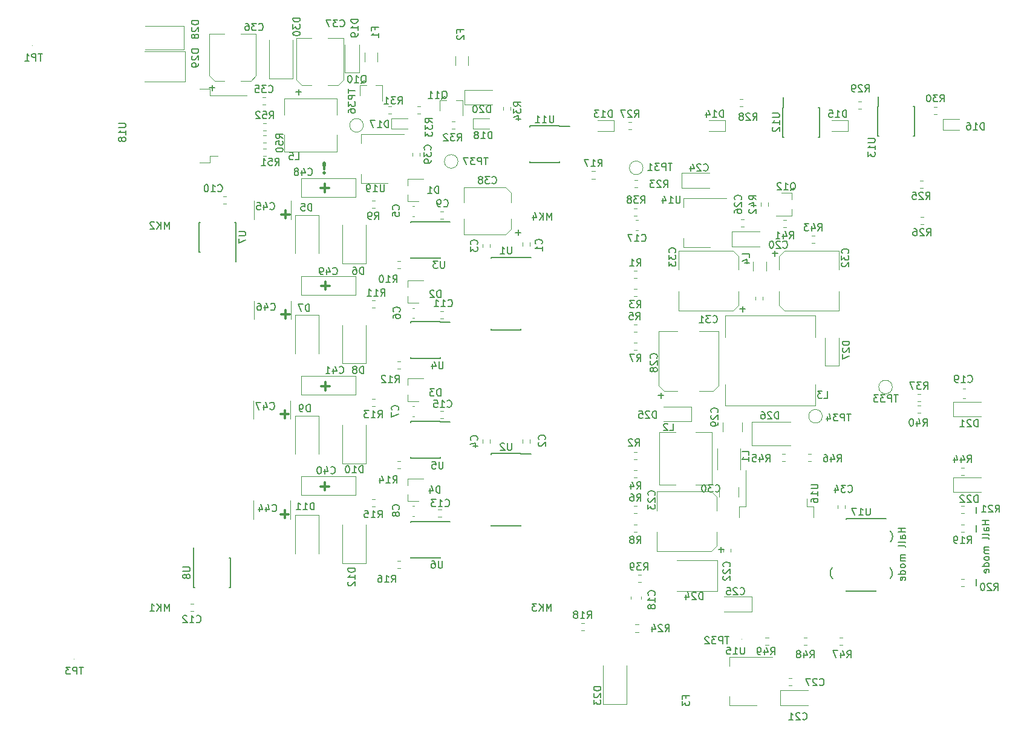
<source format=gbr>
G04 #@! TF.FileFunction,Legend,Bot*
%FSLAX45Y45*%
G04 Gerber Fmt 4.5, Leading zero omitted, Abs format (unit mm)*
G04 Created by KiCad (PCBNEW 4.0.7-e2-6376~58~ubuntu16.04.1) date Tue Mar 13 13:03:03 2018*
%MOMM*%
%LPD*%
G01*
G04 APERTURE LIST*
%ADD10C,0.100000*%
%ADD11C,0.300000*%
%ADD12C,0.200000*%
%ADD13C,0.150000*%
%ADD14C,0.120000*%
G04 APERTURE END LIST*
D10*
D11*
X11447143Y-9160714D02*
X11332857Y-9160714D01*
X11390000Y-9217857D02*
X11390000Y-9103571D01*
X11447143Y-10560714D02*
X11332857Y-10560714D01*
X11390000Y-10617857D02*
X11390000Y-10503571D01*
X11437143Y-11960714D02*
X11322857Y-11960714D01*
X11380000Y-12017857D02*
X11380000Y-11903571D01*
X11437143Y-13360714D02*
X11322857Y-13360714D01*
X11380000Y-13417857D02*
X11380000Y-13303571D01*
X11997143Y-12970714D02*
X11882857Y-12970714D01*
X11940000Y-13027857D02*
X11940000Y-12913571D01*
X12007143Y-11570714D02*
X11892857Y-11570714D01*
X11950000Y-11627857D02*
X11950000Y-11513571D01*
X12007143Y-10160714D02*
X11892857Y-10160714D01*
X11950000Y-10217857D02*
X11950000Y-10103571D01*
X11997143Y-8790714D02*
X11882857Y-8790714D01*
X11940000Y-8847857D02*
X11940000Y-8733571D01*
X11930000Y-8573571D02*
X11922857Y-8580714D01*
X11930000Y-8587857D01*
X11937143Y-8580714D01*
X11930000Y-8573571D01*
X11930000Y-8587857D01*
X11930000Y-8530714D02*
X11937143Y-8445000D01*
X11930000Y-8437857D01*
X11922857Y-8445000D01*
X11930000Y-8530714D01*
X11930000Y-8437857D01*
D12*
X21060000Y-14270000D02*
X21060000Y-14360000D01*
X21060000Y-13520000D02*
X21060000Y-13610000D01*
X21060000Y-13260000D02*
X21060000Y-13350000D01*
D13*
X21240238Y-13448214D02*
X21140238Y-13448214D01*
X21187857Y-13448214D02*
X21187857Y-13505357D01*
X21240238Y-13505357D02*
X21140238Y-13505357D01*
X21240238Y-13595833D02*
X21187857Y-13595833D01*
X21178333Y-13591071D01*
X21173571Y-13581548D01*
X21173571Y-13562500D01*
X21178333Y-13552976D01*
X21235476Y-13595833D02*
X21240238Y-13586309D01*
X21240238Y-13562500D01*
X21235476Y-13552976D01*
X21225952Y-13548214D01*
X21216429Y-13548214D01*
X21206905Y-13552976D01*
X21202143Y-13562500D01*
X21202143Y-13586309D01*
X21197381Y-13595833D01*
X21240238Y-13657738D02*
X21235476Y-13648214D01*
X21225952Y-13643452D01*
X21140238Y-13643452D01*
X21240238Y-13710119D02*
X21235476Y-13700595D01*
X21225952Y-13695833D01*
X21140238Y-13695833D01*
X21240238Y-13824405D02*
X21173571Y-13824405D01*
X21183095Y-13824405D02*
X21178333Y-13829167D01*
X21173571Y-13838690D01*
X21173571Y-13852976D01*
X21178333Y-13862500D01*
X21187857Y-13867262D01*
X21240238Y-13867262D01*
X21187857Y-13867262D02*
X21178333Y-13872024D01*
X21173571Y-13881548D01*
X21173571Y-13895833D01*
X21178333Y-13905357D01*
X21187857Y-13910119D01*
X21240238Y-13910119D01*
X21240238Y-13972024D02*
X21235476Y-13962500D01*
X21230714Y-13957738D01*
X21221191Y-13952976D01*
X21192619Y-13952976D01*
X21183095Y-13957738D01*
X21178333Y-13962500D01*
X21173571Y-13972024D01*
X21173571Y-13986310D01*
X21178333Y-13995833D01*
X21183095Y-14000595D01*
X21192619Y-14005357D01*
X21221191Y-14005357D01*
X21230714Y-14000595D01*
X21235476Y-13995833D01*
X21240238Y-13986310D01*
X21240238Y-13972024D01*
X21240238Y-14091071D02*
X21140238Y-14091071D01*
X21235476Y-14091071D02*
X21240238Y-14081548D01*
X21240238Y-14062500D01*
X21235476Y-14052976D01*
X21230714Y-14048214D01*
X21221191Y-14043452D01*
X21192619Y-14043452D01*
X21183095Y-14048214D01*
X21178333Y-14052976D01*
X21173571Y-14062500D01*
X21173571Y-14081548D01*
X21178333Y-14091071D01*
X21235476Y-14176786D02*
X21240238Y-14167262D01*
X21240238Y-14148214D01*
X21235476Y-14138690D01*
X21225952Y-14133929D01*
X21187857Y-14133929D01*
X21178333Y-14138690D01*
X21173571Y-14148214D01*
X21173571Y-14167262D01*
X21178333Y-14176786D01*
X21187857Y-14181548D01*
X21197381Y-14181548D01*
X21206905Y-14133929D01*
D12*
X19045000Y-14110000D02*
G75*
G03X19050000Y-14265000I80000J-75000D01*
G01*
X19855000Y-14265000D02*
G75*
G03X19850000Y-14110000I-80000J75000D01*
G01*
D13*
X20065238Y-13555714D02*
X19965238Y-13555714D01*
X20012857Y-13555714D02*
X20012857Y-13612857D01*
X20065238Y-13612857D02*
X19965238Y-13612857D01*
X20065238Y-13703333D02*
X20012857Y-13703333D01*
X20003333Y-13698571D01*
X19998571Y-13689048D01*
X19998571Y-13670000D01*
X20003333Y-13660476D01*
X20060476Y-13703333D02*
X20065238Y-13693809D01*
X20065238Y-13670000D01*
X20060476Y-13660476D01*
X20050952Y-13655714D01*
X20041429Y-13655714D01*
X20031905Y-13660476D01*
X20027143Y-13670000D01*
X20027143Y-13693809D01*
X20022381Y-13703333D01*
X20065238Y-13765238D02*
X20060476Y-13755714D01*
X20050952Y-13750952D01*
X19965238Y-13750952D01*
X20065238Y-13817619D02*
X20060476Y-13808095D01*
X20050952Y-13803333D01*
X19965238Y-13803333D01*
X20065238Y-13931905D02*
X19998571Y-13931905D01*
X20008095Y-13931905D02*
X20003333Y-13936667D01*
X19998571Y-13946190D01*
X19998571Y-13960476D01*
X20003333Y-13970000D01*
X20012857Y-13974762D01*
X20065238Y-13974762D01*
X20012857Y-13974762D02*
X20003333Y-13979524D01*
X19998571Y-13989048D01*
X19998571Y-14003333D01*
X20003333Y-14012857D01*
X20012857Y-14017619D01*
X20065238Y-14017619D01*
X20065238Y-14079524D02*
X20060476Y-14070000D01*
X20055714Y-14065238D01*
X20046191Y-14060476D01*
X20017619Y-14060476D01*
X20008095Y-14065238D01*
X20003333Y-14070000D01*
X19998571Y-14079524D01*
X19998571Y-14093810D01*
X20003333Y-14103333D01*
X20008095Y-14108095D01*
X20017619Y-14112857D01*
X20046191Y-14112857D01*
X20055714Y-14108095D01*
X20060476Y-14103333D01*
X20065238Y-14093810D01*
X20065238Y-14079524D01*
X20065238Y-14198571D02*
X19965238Y-14198571D01*
X20060476Y-14198571D02*
X20065238Y-14189048D01*
X20065238Y-14170000D01*
X20060476Y-14160476D01*
X20055714Y-14155714D01*
X20046191Y-14150952D01*
X20017619Y-14150952D01*
X20008095Y-14155714D01*
X20003333Y-14160476D01*
X19998571Y-14170000D01*
X19998571Y-14189048D01*
X20003333Y-14198571D01*
X20060476Y-14284286D02*
X20065238Y-14274762D01*
X20065238Y-14255714D01*
X20060476Y-14246190D01*
X20050952Y-14241429D01*
X20012857Y-14241429D01*
X20003333Y-14246190D01*
X19998571Y-14255714D01*
X19998571Y-14274762D01*
X20003333Y-14284286D01*
X20012857Y-14289048D01*
X20022381Y-14289048D01*
X20031905Y-14241429D01*
D12*
X19860000Y-13750000D02*
G75*
G03X19855000Y-13595000I-80000J75000D01*
G01*
D13*
X14687500Y-12512500D02*
X14687500Y-12515000D01*
X14272500Y-12512500D02*
X14272500Y-12523000D01*
X14272500Y-13527500D02*
X14272500Y-13517000D01*
X14687500Y-13527500D02*
X14687500Y-13517000D01*
X14687500Y-12512500D02*
X14272500Y-12512500D01*
X14687500Y-13527500D02*
X14272500Y-13527500D01*
X14687500Y-12515000D02*
X14825000Y-12515000D01*
D14*
X11614000Y-8921000D02*
X12376000Y-8921000D01*
X11614000Y-8659000D02*
X12376000Y-8659000D01*
X11614000Y-8921000D02*
X11614000Y-8659000D01*
X12376000Y-8921000D02*
X12376000Y-8659000D01*
D10*
X7840000Y-6790000D02*
G75*
G03X7840000Y-6790000I0J0D01*
G01*
D14*
X16959000Y-9621000D02*
X16959000Y-9495000D01*
X16959000Y-8939000D02*
X16959000Y-9065000D01*
X17335000Y-9621000D02*
X16959000Y-9621000D01*
X17560000Y-8939000D02*
X16959000Y-8939000D01*
X17330000Y-8796000D02*
X16938000Y-8796000D01*
X16938000Y-8796000D02*
X16938000Y-8584000D01*
X16938000Y-8584000D02*
X17330000Y-8584000D01*
D13*
X10102500Y-13972500D02*
X10107500Y-13972500D01*
X10102500Y-14387500D02*
X10117000Y-14387500D01*
X10617500Y-14387500D02*
X10603000Y-14387500D01*
X10617500Y-13972500D02*
X10603000Y-13972500D01*
X10102500Y-13972500D02*
X10102500Y-14387500D01*
X10617500Y-13972500D02*
X10617500Y-14387500D01*
X10107500Y-13972500D02*
X10107500Y-13832500D01*
D14*
X11525000Y-11980000D02*
X11855000Y-11980000D01*
X11855000Y-11980000D02*
X11855000Y-12520000D01*
X11525000Y-11980000D02*
X11525000Y-12520000D01*
X14709000Y-9558000D02*
X14709000Y-9602000D01*
X14811000Y-9558000D02*
X14811000Y-9602000D01*
X14709000Y-12318000D02*
X14709000Y-12362000D01*
X14811000Y-12318000D02*
X14811000Y-12362000D01*
X14149000Y-9578000D02*
X14149000Y-9622000D01*
X14251000Y-9578000D02*
X14251000Y-9622000D01*
X14149000Y-12318000D02*
X14149000Y-12362000D01*
X14251000Y-12318000D02*
X14251000Y-12362000D01*
X13165000Y-9191000D02*
X13195000Y-9191000D01*
X13165000Y-9049000D02*
X13195000Y-9049000D01*
X13165000Y-10616000D02*
X13195000Y-10616000D01*
X13165000Y-10474000D02*
X13195000Y-10474000D01*
X13165000Y-11991000D02*
X13195000Y-11991000D01*
X13165000Y-11849000D02*
X13195000Y-11849000D01*
X13165000Y-13391000D02*
X13195000Y-13391000D01*
X13165000Y-13249000D02*
X13195000Y-13249000D01*
X13558000Y-9221000D02*
X13602000Y-9221000D01*
X13558000Y-9119000D02*
X13602000Y-9119000D01*
X10518000Y-9016000D02*
X10562000Y-9016000D01*
X10518000Y-8914000D02*
X10562000Y-8914000D01*
X13558000Y-10621000D02*
X13602000Y-10621000D01*
X13558000Y-10519000D02*
X13602000Y-10519000D01*
X10058000Y-14721000D02*
X10102000Y-14721000D01*
X10058000Y-14619000D02*
X10102000Y-14619000D01*
X13528000Y-13401000D02*
X13572000Y-13401000D01*
X13528000Y-13299000D02*
X13572000Y-13299000D01*
X13558000Y-12021000D02*
X13602000Y-12021000D01*
X13558000Y-11919000D02*
X13602000Y-11919000D01*
X11068000Y-7621000D02*
X11112000Y-7621000D01*
X11068000Y-7519000D02*
X11112000Y-7519000D01*
X13104000Y-8978000D02*
X13104000Y-8885000D01*
X13104000Y-8662000D02*
X13104000Y-8755000D01*
X13104000Y-8662000D02*
X13320000Y-8662000D01*
X13104000Y-8978000D02*
X13250000Y-8978000D01*
X13104000Y-10403000D02*
X13104000Y-10310000D01*
X13104000Y-10087000D02*
X13104000Y-10180000D01*
X13104000Y-10087000D02*
X13320000Y-10087000D01*
X13104000Y-10403000D02*
X13250000Y-10403000D01*
X13104000Y-11778000D02*
X13104000Y-11685000D01*
X13104000Y-11462000D02*
X13104000Y-11555000D01*
X13104000Y-11462000D02*
X13320000Y-11462000D01*
X13104000Y-11778000D02*
X13250000Y-11778000D01*
X13104000Y-13178000D02*
X13104000Y-13085000D01*
X13104000Y-12862000D02*
X13104000Y-12955000D01*
X13104000Y-12862000D02*
X13320000Y-12862000D01*
X13104000Y-13178000D02*
X13250000Y-13178000D01*
X11525000Y-9170000D02*
X11855000Y-9170000D01*
X11855000Y-9170000D02*
X11855000Y-9710000D01*
X11525000Y-9170000D02*
X11525000Y-9710000D01*
X12515000Y-9850000D02*
X12185000Y-9850000D01*
X12185000Y-9850000D02*
X12185000Y-9310000D01*
X12515000Y-9850000D02*
X12515000Y-9310000D01*
X11525000Y-10570000D02*
X11855000Y-10570000D01*
X11855000Y-10570000D02*
X11855000Y-11110000D01*
X11525000Y-10570000D02*
X11525000Y-11110000D01*
X12515000Y-11250000D02*
X12185000Y-11250000D01*
X12185000Y-11250000D02*
X12185000Y-10710000D01*
X12515000Y-11250000D02*
X12515000Y-10710000D01*
X12515000Y-12650000D02*
X12185000Y-12650000D01*
X12185000Y-12650000D02*
X12185000Y-12110000D01*
X12515000Y-12650000D02*
X12515000Y-12110000D01*
X11525000Y-13370000D02*
X11855000Y-13370000D01*
X11855000Y-13370000D02*
X11855000Y-13910000D01*
X11525000Y-13370000D02*
X11525000Y-13910000D01*
X12515000Y-14050000D02*
X12185000Y-14050000D01*
X12185000Y-14050000D02*
X12185000Y-13510000D01*
X12515000Y-14050000D02*
X12515000Y-13510000D01*
X12420000Y-7175000D02*
X12220000Y-7175000D01*
X12220000Y-7175000D02*
X12220000Y-6785000D01*
X12420000Y-7175000D02*
X12420000Y-6785000D01*
X13895000Y-7620000D02*
X13895000Y-7420000D01*
X13895000Y-7420000D02*
X14285000Y-7420000D01*
X13895000Y-7620000D02*
X14285000Y-7620000D01*
X17075000Y-11860000D02*
X17075000Y-12060000D01*
X17075000Y-12060000D02*
X16685000Y-12060000D01*
X17075000Y-11860000D02*
X16685000Y-11860000D01*
X17920000Y-12395000D02*
X17920000Y-12065000D01*
X17920000Y-12065000D02*
X18460000Y-12065000D01*
X17920000Y-12395000D02*
X18460000Y-12395000D01*
X9970000Y-6525000D02*
X9970000Y-6855000D01*
X9970000Y-6855000D02*
X9430000Y-6855000D01*
X9970000Y-6525000D02*
X9430000Y-6525000D01*
X12499000Y-6895000D02*
X12499000Y-7025000D01*
X12681000Y-6895000D02*
X12681000Y-7025000D01*
X13769000Y-6945000D02*
X13769000Y-7075000D01*
X13951000Y-6945000D02*
X13951000Y-7075000D01*
X16850000Y-12210000D02*
X16620000Y-12210000D01*
X16620000Y-12210000D02*
X16620000Y-12950000D01*
X16620000Y-12950000D02*
X16850000Y-12950000D01*
X17130000Y-12950000D02*
X17360000Y-12950000D01*
X17360000Y-12950000D02*
X17360000Y-12210000D01*
X17360000Y-12210000D02*
X17130000Y-12210000D01*
X17440000Y-12440000D02*
X17440000Y-12740000D01*
X17760000Y-12440000D02*
X17760000Y-12740000D01*
X18810000Y-10880000D02*
X18810000Y-10580000D01*
X18810000Y-10580000D02*
X17550000Y-10580000D01*
X17550000Y-10580000D02*
X17550000Y-10880000D01*
X17550000Y-11540000D02*
X17550000Y-11840000D01*
X17550000Y-11840000D02*
X18810000Y-11840000D01*
X18810000Y-11840000D02*
X18810000Y-11540000D01*
X18121000Y-9955000D02*
X18121000Y-9825000D01*
X17939000Y-9955000D02*
X17939000Y-9825000D01*
X12110000Y-7770000D02*
X12110000Y-7540000D01*
X12110000Y-7540000D02*
X11370000Y-7540000D01*
X11370000Y-7540000D02*
X11370000Y-7770000D01*
X11370000Y-8050000D02*
X11370000Y-8280000D01*
X11370000Y-8280000D02*
X12110000Y-8280000D01*
X12110000Y-8280000D02*
X12110000Y-8050000D01*
X12432000Y-7354000D02*
X12525000Y-7354000D01*
X12748000Y-7354000D02*
X12655000Y-7354000D01*
X12748000Y-7354000D02*
X12748000Y-7570000D01*
X12432000Y-7354000D02*
X12432000Y-7500000D01*
X16268000Y-10051000D02*
X16312000Y-10051000D01*
X16268000Y-9949000D02*
X16312000Y-9949000D01*
X16268000Y-12591000D02*
X16312000Y-12591000D01*
X16268000Y-12489000D02*
X16312000Y-12489000D01*
X16268000Y-10311000D02*
X16312000Y-10311000D01*
X16268000Y-10209000D02*
X16312000Y-10209000D01*
X16268000Y-12851000D02*
X16312000Y-12851000D01*
X16268000Y-12749000D02*
X16312000Y-12749000D01*
X16268000Y-10811000D02*
X16312000Y-10811000D01*
X16268000Y-10709000D02*
X16312000Y-10709000D01*
X16268000Y-13351000D02*
X16312000Y-13351000D01*
X16268000Y-13249000D02*
X16312000Y-13249000D01*
X16268000Y-11061000D02*
X16312000Y-11061000D01*
X16268000Y-10959000D02*
X16312000Y-10959000D01*
X16268000Y-13611000D02*
X16312000Y-13611000D01*
X16268000Y-13509000D02*
X16312000Y-13509000D01*
X12598000Y-9071000D02*
X12642000Y-9071000D01*
X12598000Y-8969000D02*
X12642000Y-8969000D01*
X12958000Y-9921000D02*
X13002000Y-9921000D01*
X12958000Y-9819000D02*
X13002000Y-9819000D01*
X12598000Y-10471000D02*
X12642000Y-10471000D01*
X12598000Y-10369000D02*
X12642000Y-10369000D01*
X12958000Y-11321000D02*
X13002000Y-11321000D01*
X12958000Y-11219000D02*
X13002000Y-11219000D01*
X12598000Y-11851000D02*
X12642000Y-11851000D01*
X12598000Y-11749000D02*
X12642000Y-11749000D01*
X12958000Y-12721000D02*
X13002000Y-12721000D01*
X12958000Y-12619000D02*
X13002000Y-12619000D01*
X12598000Y-13251000D02*
X12642000Y-13251000D01*
X12598000Y-13149000D02*
X12642000Y-13149000D01*
X12958000Y-14121000D02*
X13002000Y-14121000D01*
X12958000Y-14019000D02*
X13002000Y-14019000D01*
X15722000Y-8559000D02*
X15678000Y-8559000D01*
X15722000Y-8661000D02*
X15678000Y-8661000D01*
X15572000Y-14889000D02*
X15528000Y-14889000D01*
X15572000Y-14991000D02*
X15528000Y-14991000D01*
X16322000Y-8679000D02*
X16278000Y-8679000D01*
X16322000Y-8781000D02*
X16278000Y-8781000D01*
X16332000Y-14909000D02*
X16288000Y-14909000D01*
X16332000Y-15011000D02*
X16288000Y-15011000D01*
X20268000Y-8791000D02*
X20312000Y-8791000D01*
X20268000Y-8689000D02*
X20312000Y-8689000D01*
X20278000Y-9301000D02*
X20322000Y-9301000D01*
X20278000Y-9199000D02*
X20322000Y-9199000D01*
X16232000Y-7869000D02*
X16188000Y-7869000D01*
X16232000Y-7971000D02*
X16188000Y-7971000D01*
X17792000Y-7549000D02*
X17748000Y-7549000D01*
X17792000Y-7651000D02*
X17748000Y-7651000D01*
X19452000Y-7579000D02*
X19408000Y-7579000D01*
X19452000Y-7681000D02*
X19408000Y-7681000D01*
X20468000Y-7761000D02*
X20512000Y-7761000D01*
X20468000Y-7659000D02*
X20512000Y-7659000D01*
X12872000Y-7649000D02*
X12828000Y-7649000D01*
X12872000Y-7751000D02*
X12828000Y-7751000D01*
X13762000Y-7864000D02*
X13718000Y-7864000D01*
X13762000Y-7966000D02*
X13718000Y-7966000D01*
X13282000Y-7649000D02*
X13238000Y-7649000D01*
X13282000Y-7751000D02*
X13238000Y-7751000D01*
X14439000Y-7658000D02*
X14439000Y-7702000D01*
X14541000Y-7658000D02*
X14541000Y-7702000D01*
X20282000Y-11679000D02*
X20238000Y-11679000D01*
X20282000Y-11781000D02*
X20238000Y-11781000D01*
X16268000Y-9181000D02*
X16312000Y-9181000D01*
X16268000Y-9079000D02*
X16312000Y-9079000D01*
X16328000Y-14311000D02*
X16372000Y-14311000D01*
X16328000Y-14209000D02*
X16372000Y-14209000D01*
X20282000Y-11839000D02*
X20238000Y-11839000D01*
X20282000Y-11941000D02*
X20238000Y-11941000D01*
X18358000Y-9341000D02*
X18402000Y-9341000D01*
X18358000Y-9239000D02*
X18402000Y-9239000D01*
X18049000Y-8998000D02*
X18049000Y-9042000D01*
X18151000Y-8998000D02*
X18151000Y-9042000D01*
X18802000Y-9459000D02*
X18758000Y-9459000D01*
X18802000Y-9561000D02*
X18758000Y-9561000D01*
D13*
X14687500Y-9762500D02*
X14687500Y-9765000D01*
X14272500Y-9762500D02*
X14272500Y-9773000D01*
X14272500Y-10777500D02*
X14272500Y-10767000D01*
X14687500Y-10777500D02*
X14687500Y-10767000D01*
X14687500Y-9762500D02*
X14272500Y-9762500D01*
X14687500Y-10777500D02*
X14272500Y-10777500D01*
X14687500Y-9765000D02*
X14825000Y-9765000D01*
X10697500Y-9687500D02*
X10692500Y-9687500D01*
X10697500Y-9272500D02*
X10683000Y-9272500D01*
X10182500Y-9272500D02*
X10197000Y-9272500D01*
X10182500Y-9687500D02*
X10197000Y-9687500D01*
X10697500Y-9687500D02*
X10697500Y-9272500D01*
X10182500Y-9687500D02*
X10182500Y-9272500D01*
X10692500Y-9687500D02*
X10692500Y-9827500D01*
X15227500Y-7922500D02*
X15227500Y-7927500D01*
X14812500Y-7922500D02*
X14812500Y-7937000D01*
X14812500Y-8437500D02*
X14812500Y-8423000D01*
X15227500Y-8437500D02*
X15227500Y-8423000D01*
X15227500Y-7922500D02*
X14812500Y-7922500D01*
X15227500Y-8437500D02*
X14812500Y-8437500D01*
X15227500Y-7927500D02*
X15367500Y-7927500D01*
X18352500Y-7662500D02*
X18357500Y-7662500D01*
X18352500Y-8077500D02*
X18367000Y-8077500D01*
X18867500Y-8077500D02*
X18853000Y-8077500D01*
X18867500Y-7662500D02*
X18853000Y-7662500D01*
X18352500Y-7662500D02*
X18352500Y-8077500D01*
X18867500Y-7662500D02*
X18867500Y-8077500D01*
X18357500Y-7662500D02*
X18357500Y-7522500D01*
X19682500Y-7652500D02*
X19687500Y-7652500D01*
X19682500Y-8067500D02*
X19697000Y-8067500D01*
X20197500Y-8067500D02*
X20183000Y-8067500D01*
X20197500Y-7652500D02*
X20183000Y-7652500D01*
X19682500Y-7652500D02*
X19682500Y-8067500D01*
X20197500Y-7652500D02*
X20197500Y-8067500D01*
X19687500Y-7652500D02*
X19687500Y-7512500D01*
D14*
X17609000Y-16041000D02*
X17609000Y-15915000D01*
X17609000Y-15359000D02*
X17609000Y-15485000D01*
X17985000Y-16041000D02*
X17609000Y-16041000D01*
X18210000Y-15359000D02*
X17609000Y-15359000D01*
X11495000Y-7260000D02*
X11165000Y-7260000D01*
X11165000Y-7260000D02*
X11165000Y-6720000D01*
X11495000Y-7260000D02*
X11495000Y-6720000D01*
X13552000Y-7564000D02*
X13645000Y-7564000D01*
X13868000Y-7564000D02*
X13775000Y-7564000D01*
X13868000Y-7564000D02*
X13868000Y-7780000D01*
X13552000Y-7564000D02*
X13552000Y-7710000D01*
X18476000Y-8862000D02*
X18476000Y-8955000D01*
X18476000Y-9178000D02*
X18476000Y-9085000D01*
X18476000Y-9178000D02*
X18260000Y-9178000D01*
X18476000Y-8862000D02*
X18330000Y-8862000D01*
X20848000Y-12811000D02*
X20892000Y-12811000D01*
X20848000Y-12709000D02*
X20892000Y-12709000D01*
X18382000Y-12519000D02*
X18338000Y-12519000D01*
X18382000Y-12621000D02*
X18338000Y-12621000D01*
X18708000Y-12621000D02*
X18752000Y-12621000D01*
X18708000Y-12519000D02*
X18752000Y-12519000D01*
X19192000Y-15089000D02*
X19148000Y-15089000D01*
X19192000Y-15191000D02*
X19148000Y-15191000D01*
X18692000Y-15089000D02*
X18648000Y-15089000D01*
X18692000Y-15191000D02*
X18648000Y-15191000D01*
X18152000Y-15089000D02*
X18108000Y-15089000D01*
X18152000Y-15191000D02*
X18108000Y-15191000D01*
X11078000Y-8161000D02*
X11122000Y-8161000D01*
X11078000Y-8059000D02*
X11122000Y-8059000D01*
X11078000Y-8341000D02*
X11122000Y-8341000D01*
X11078000Y-8239000D02*
X11122000Y-8239000D01*
X11122000Y-7889000D02*
X11078000Y-7889000D01*
X11122000Y-7991000D02*
X11078000Y-7991000D01*
D10*
X17775000Y-15107500D02*
G75*
G03X17775000Y-15107500I0J0D01*
G01*
X8427500Y-15387500D02*
G75*
G03X8427500Y-15387500I0J0D01*
G01*
D14*
X20875000Y-11741000D02*
X20905000Y-11741000D01*
X20875000Y-11599000D02*
X20905000Y-11599000D01*
X20735000Y-11990000D02*
X20735000Y-11790000D01*
X20735000Y-11790000D02*
X21125000Y-11790000D01*
X20735000Y-11990000D02*
X21125000Y-11990000D01*
X20735000Y-13050000D02*
X20735000Y-12850000D01*
X20735000Y-12850000D02*
X21125000Y-12850000D01*
X20735000Y-13050000D02*
X21125000Y-13050000D01*
X16165000Y-16020000D02*
X15835000Y-16020000D01*
X15835000Y-16020000D02*
X15835000Y-15480000D01*
X16165000Y-16020000D02*
X16165000Y-15480000D01*
X17435000Y-14005000D02*
X17435000Y-14435000D01*
X17435000Y-14435000D02*
X16865000Y-14435000D01*
X17435000Y-14005000D02*
X16865000Y-14005000D01*
X19140000Y-11285000D02*
X18940000Y-11285000D01*
X18940000Y-11285000D02*
X18940000Y-10895000D01*
X19140000Y-11285000D02*
X19140000Y-10895000D01*
X9985000Y-6875000D02*
X9985000Y-7305000D01*
X9985000Y-7305000D02*
X9415000Y-7305000D01*
X9985000Y-6875000D02*
X9415000Y-6875000D01*
X17740000Y-13405000D02*
X17740000Y-13255000D01*
X17740000Y-13255000D02*
X17835000Y-13255000D01*
X17835000Y-13255000D02*
X17835000Y-12742500D01*
X18780000Y-13405000D02*
X18780000Y-13255000D01*
X18780000Y-13255000D02*
X18685000Y-13255000D01*
X18685000Y-13255000D02*
X18685000Y-13145000D01*
D13*
X19657500Y-13422500D02*
X19657500Y-13425000D01*
X19242500Y-13422500D02*
X19242500Y-13433000D01*
X19242500Y-14437500D02*
X19242500Y-14427000D01*
X19657500Y-14437500D02*
X19657500Y-14427000D01*
X19657500Y-13422500D02*
X19242500Y-13422500D01*
X19657500Y-14437500D02*
X19242500Y-14437500D01*
X19657500Y-13425000D02*
X19795000Y-13425000D01*
D14*
X10185000Y-7400000D02*
X10335000Y-7400000D01*
X10335000Y-7400000D02*
X10335000Y-7495000D01*
X10335000Y-7495000D02*
X10847500Y-7495000D01*
X10185000Y-8440000D02*
X10335000Y-8440000D01*
X10335000Y-8440000D02*
X10335000Y-8345000D01*
X10335000Y-8345000D02*
X10445000Y-8345000D01*
X12449000Y-8721000D02*
X12449000Y-8595000D01*
X12449000Y-8039000D02*
X12449000Y-8165000D01*
X12825000Y-8721000D02*
X12449000Y-8721000D01*
X13050000Y-8039000D02*
X12449000Y-8039000D01*
D13*
X13557500Y-12062500D02*
X13557500Y-12067500D01*
X13142500Y-12062500D02*
X13142500Y-12077000D01*
X13142500Y-12577500D02*
X13142500Y-12563000D01*
X13557500Y-12577500D02*
X13557500Y-12563000D01*
X13557500Y-12062500D02*
X13142500Y-12062500D01*
X13557500Y-12577500D02*
X13142500Y-12577500D01*
X13557500Y-12067500D02*
X13697500Y-12067500D01*
X13557500Y-9262500D02*
X13557500Y-9267500D01*
X13142500Y-9262500D02*
X13142500Y-9277000D01*
X13142500Y-9777500D02*
X13142500Y-9763000D01*
X13557500Y-9777500D02*
X13557500Y-9763000D01*
X13557500Y-9262500D02*
X13142500Y-9262500D01*
X13557500Y-9777500D02*
X13142500Y-9777500D01*
X13557500Y-9267500D02*
X13697500Y-9267500D01*
X13557500Y-10662500D02*
X13557500Y-10667500D01*
X13142500Y-10662500D02*
X13142500Y-10677000D01*
X13142500Y-11177500D02*
X13142500Y-11163000D01*
X13557500Y-11177500D02*
X13557500Y-11163000D01*
X13557500Y-10662500D02*
X13142500Y-10662500D01*
X13557500Y-11177500D02*
X13142500Y-11177500D01*
X13557500Y-10667500D02*
X13697500Y-10667500D01*
X13557500Y-13462500D02*
X13557500Y-13467500D01*
X13142500Y-13462500D02*
X13142500Y-13477000D01*
X13142500Y-13977500D02*
X13142500Y-13963000D01*
X13557500Y-13977500D02*
X13557500Y-13963000D01*
X13557500Y-13462500D02*
X13142500Y-13462500D01*
X13557500Y-13977500D02*
X13142500Y-13977500D01*
X13557500Y-13467500D02*
X13697500Y-13467500D01*
D14*
X16295000Y-9381000D02*
X16325000Y-9381000D01*
X16295000Y-9239000D02*
X16325000Y-9239000D01*
X16229000Y-14515000D02*
X16229000Y-14545000D01*
X16371000Y-14515000D02*
X16371000Y-14545000D01*
X18030000Y-9616000D02*
X17638000Y-9616000D01*
X17638000Y-9616000D02*
X17638000Y-9404000D01*
X17638000Y-9404000D02*
X18030000Y-9404000D01*
X18710000Y-16043500D02*
X18318000Y-16043500D01*
X18318000Y-16043500D02*
X18318000Y-15831500D01*
X18318000Y-15831500D02*
X18710000Y-15831500D01*
X17621000Y-13892000D02*
X17621000Y-13848000D01*
X17519000Y-13892000D02*
X17519000Y-13848000D01*
X16591000Y-13879000D02*
X16591000Y-13611000D01*
X16591000Y-13041000D02*
X16591000Y-13309000D01*
X17429000Y-13117000D02*
X17429000Y-13309000D01*
X17429000Y-13803000D02*
X17429000Y-13611000D01*
X16591000Y-13879000D02*
X17353000Y-13879000D01*
X17353000Y-13879000D02*
X17429000Y-13803000D01*
X17429000Y-13117000D02*
X17353000Y-13041000D01*
X17353000Y-13041000D02*
X16591000Y-13041000D01*
X17530000Y-14514000D02*
X17922000Y-14514000D01*
X17922000Y-14514000D02*
X17922000Y-14726000D01*
X17922000Y-14726000D02*
X17530000Y-14726000D01*
X17768000Y-9331000D02*
X17812000Y-9331000D01*
X17768000Y-9229000D02*
X17812000Y-9229000D01*
X18435500Y-15761000D02*
X18479500Y-15761000D01*
X18435500Y-15659000D02*
X18479500Y-15659000D01*
X16611000Y-10801000D02*
X16879000Y-10801000D01*
X17449000Y-10801000D02*
X17181000Y-10801000D01*
X17373000Y-11639000D02*
X17181000Y-11639000D01*
X16687000Y-11639000D02*
X16879000Y-11639000D01*
X16611000Y-10801000D02*
X16611000Y-11563000D01*
X16611000Y-11563000D02*
X16687000Y-11639000D01*
X17373000Y-11639000D02*
X17449000Y-11563000D01*
X17449000Y-11563000D02*
X17449000Y-10801000D01*
X17786000Y-12205000D02*
X17786000Y-12075000D01*
X17514000Y-12205000D02*
X17514000Y-12075000D01*
X17464000Y-12985000D02*
X17464000Y-13115000D01*
X17736000Y-12985000D02*
X17736000Y-13115000D01*
X16891000Y-10509000D02*
X16891000Y-10241000D01*
X16891000Y-9671000D02*
X16891000Y-9939000D01*
X17729000Y-9747000D02*
X17729000Y-9939000D01*
X17729000Y-10433000D02*
X17729000Y-10241000D01*
X16891000Y-10509000D02*
X17653000Y-10509000D01*
X17653000Y-10509000D02*
X17729000Y-10433000D01*
X17729000Y-9747000D02*
X17653000Y-9671000D01*
X17653000Y-9671000D02*
X16891000Y-9671000D01*
X19139000Y-9671000D02*
X19139000Y-9939000D01*
X19139000Y-10509000D02*
X19139000Y-10241000D01*
X18301000Y-10433000D02*
X18301000Y-10241000D01*
X18301000Y-9747000D02*
X18301000Y-9939000D01*
X19139000Y-9671000D02*
X18377000Y-9671000D01*
X18377000Y-9671000D02*
X18301000Y-9747000D01*
X18301000Y-10433000D02*
X18377000Y-10509000D01*
X18377000Y-10509000D02*
X19139000Y-10509000D01*
X17969000Y-10318000D02*
X17969000Y-10362000D01*
X18071000Y-10318000D02*
X18071000Y-10362000D01*
X19221000Y-13282000D02*
X19221000Y-13238000D01*
X19119000Y-13282000D02*
X19119000Y-13238000D01*
X10396000Y-7290000D02*
X10538000Y-7290000D01*
X10320000Y-6630000D02*
X10538000Y-6630000D01*
X10980000Y-6630000D02*
X10762000Y-6630000D01*
X10904000Y-7290000D02*
X10762000Y-7290000D01*
X10320000Y-6630000D02*
X10320000Y-7214000D01*
X10320000Y-7214000D02*
X10396000Y-7290000D01*
X10904000Y-7290000D02*
X10980000Y-7214000D01*
X10980000Y-7214000D02*
X10980000Y-6630000D01*
X11540000Y-6690000D02*
X11758000Y-6690000D01*
X12200000Y-6690000D02*
X11982000Y-6690000D01*
X11616000Y-7350000D02*
X11758000Y-7350000D01*
X12124000Y-7350000D02*
X11982000Y-7350000D01*
X11540000Y-6690000D02*
X11540000Y-7274000D01*
X11540000Y-7274000D02*
X11616000Y-7350000D01*
X12124000Y-7350000D02*
X12200000Y-7274000D01*
X12200000Y-7274000D02*
X12200000Y-6690000D01*
X13890000Y-9440000D02*
X13890000Y-9222000D01*
X13890000Y-8780000D02*
X13890000Y-8998000D01*
X14550000Y-9364000D02*
X14550000Y-9222000D01*
X14550000Y-8856000D02*
X14550000Y-8998000D01*
X13890000Y-9440000D02*
X14474000Y-9440000D01*
X14474000Y-9440000D02*
X14550000Y-9364000D01*
X14550000Y-8856000D02*
X14474000Y-8780000D01*
X14474000Y-8780000D02*
X13890000Y-8780000D01*
X13271000Y-8342000D02*
X13271000Y-8298000D01*
X13169000Y-8342000D02*
X13169000Y-8298000D01*
X11461000Y-13428000D02*
X11461000Y-13172000D01*
X10939000Y-13428000D02*
X10939000Y-13172000D01*
X11471000Y-9228000D02*
X11471000Y-8972000D01*
X10949000Y-9228000D02*
X10949000Y-8972000D01*
X11471000Y-10628000D02*
X11471000Y-10372000D01*
X10949000Y-10628000D02*
X10949000Y-10372000D01*
X11461000Y-12028000D02*
X11461000Y-11772000D01*
X10939000Y-12028000D02*
X10939000Y-11772000D01*
X20848000Y-13611000D02*
X20892000Y-13611000D01*
X20848000Y-13509000D02*
X20892000Y-13509000D01*
X20848000Y-14371000D02*
X20892000Y-14371000D01*
X20848000Y-14269000D02*
X20892000Y-14269000D01*
X20848000Y-13351000D02*
X20892000Y-13351000D01*
X20848000Y-13249000D02*
X20892000Y-13249000D01*
X15760000Y-7844000D02*
X15987000Y-7844000D01*
X15987000Y-7844000D02*
X15987000Y-7996000D01*
X15987000Y-7996000D02*
X15760000Y-7996000D01*
X17320000Y-7844000D02*
X17547000Y-7844000D01*
X17547000Y-7844000D02*
X17547000Y-7996000D01*
X17547000Y-7996000D02*
X17320000Y-7996000D01*
X20820000Y-7976000D02*
X20593000Y-7976000D01*
X20593000Y-7976000D02*
X20593000Y-7824000D01*
X20593000Y-7824000D02*
X20820000Y-7824000D01*
X16395000Y-8510000D02*
G75*
G03X16395000Y-8510000I-95000J0D01*
G01*
X19885000Y-11580000D02*
G75*
G03X19885000Y-11580000I-95000J0D01*
G01*
X18905000Y-11990000D02*
G75*
G03X18905000Y-11990000I-95000J0D01*
G01*
X12480000Y-7915000D02*
G75*
G03X12480000Y-7915000I-95000J0D01*
G01*
X13805000Y-8420000D02*
G75*
G03X13805000Y-8420000I-95000J0D01*
G01*
X19040000Y-7844000D02*
X19267000Y-7844000D01*
X19267000Y-7844000D02*
X19267000Y-7996000D01*
X19267000Y-7996000D02*
X19040000Y-7996000D01*
X13100000Y-7966000D02*
X12873000Y-7966000D01*
X12873000Y-7966000D02*
X12873000Y-7814000D01*
X12873000Y-7814000D02*
X13100000Y-7814000D01*
X14240000Y-7966000D02*
X14013000Y-7966000D01*
X14013000Y-7966000D02*
X14013000Y-7814000D01*
X14013000Y-7814000D02*
X14240000Y-7814000D01*
X11609000Y-13091000D02*
X12371000Y-13091000D01*
X11609000Y-12829000D02*
X12371000Y-12829000D01*
X11609000Y-13091000D02*
X11609000Y-12829000D01*
X12371000Y-13091000D02*
X12371000Y-12829000D01*
X11609000Y-11691000D02*
X12371000Y-11691000D01*
X11609000Y-11429000D02*
X12371000Y-11429000D01*
X11609000Y-11691000D02*
X11609000Y-11429000D01*
X12371000Y-11691000D02*
X12371000Y-11429000D01*
X11609000Y-10291000D02*
X12371000Y-10291000D01*
X11609000Y-10029000D02*
X12371000Y-10029000D01*
X11609000Y-10291000D02*
X11609000Y-10029000D01*
X12371000Y-10291000D02*
X12371000Y-10029000D01*
D13*
X14556190Y-12365238D02*
X14556190Y-12446190D01*
X14551429Y-12455714D01*
X14546667Y-12460476D01*
X14537143Y-12465238D01*
X14518095Y-12465238D01*
X14508571Y-12460476D01*
X14503809Y-12455714D01*
X14499048Y-12446190D01*
X14499048Y-12365238D01*
X14456190Y-12374762D02*
X14451429Y-12370000D01*
X14441905Y-12365238D01*
X14418095Y-12365238D01*
X14408571Y-12370000D01*
X14403809Y-12374762D01*
X14399048Y-12384286D01*
X14399048Y-12393809D01*
X14403809Y-12408095D01*
X14460952Y-12465238D01*
X14399048Y-12465238D01*
X11704286Y-8605714D02*
X11709048Y-8610476D01*
X11723333Y-8615238D01*
X11732857Y-8615238D01*
X11747143Y-8610476D01*
X11756667Y-8600952D01*
X11761429Y-8591429D01*
X11766190Y-8572381D01*
X11766190Y-8558095D01*
X11761429Y-8539048D01*
X11756667Y-8529524D01*
X11747143Y-8520000D01*
X11732857Y-8515238D01*
X11723333Y-8515238D01*
X11709048Y-8520000D01*
X11704286Y-8524762D01*
X11618571Y-8548571D02*
X11618571Y-8615238D01*
X11642381Y-8510476D02*
X11666190Y-8581905D01*
X11604286Y-8581905D01*
X11551905Y-8558095D02*
X11561429Y-8553333D01*
X11566190Y-8548571D01*
X11570952Y-8539048D01*
X11570952Y-8534286D01*
X11566190Y-8524762D01*
X11561429Y-8520000D01*
X11551905Y-8515238D01*
X11532857Y-8515238D01*
X11523333Y-8520000D01*
X11518571Y-8524762D01*
X11513809Y-8534286D01*
X11513809Y-8539048D01*
X11518571Y-8548571D01*
X11523333Y-8553333D01*
X11532857Y-8558095D01*
X11551905Y-8558095D01*
X11561429Y-8562857D01*
X11566190Y-8567619D01*
X11570952Y-8577143D01*
X11570952Y-8596191D01*
X11566190Y-8605714D01*
X11561429Y-8610476D01*
X11551905Y-8615238D01*
X11532857Y-8615238D01*
X11523333Y-8610476D01*
X11518571Y-8605714D01*
X11513809Y-8596191D01*
X11513809Y-8577143D01*
X11518571Y-8567619D01*
X11523333Y-8562857D01*
X11532857Y-8558095D01*
X7986190Y-6910238D02*
X7929048Y-6910238D01*
X7957619Y-7010238D02*
X7957619Y-6910238D01*
X7895714Y-7010238D02*
X7895714Y-6910238D01*
X7857619Y-6910238D01*
X7848095Y-6915000D01*
X7843333Y-6919762D01*
X7838571Y-6929286D01*
X7838571Y-6943571D01*
X7843333Y-6953095D01*
X7848095Y-6957857D01*
X7857619Y-6962619D01*
X7895714Y-6962619D01*
X7743333Y-7010238D02*
X7800476Y-7010238D01*
X7771905Y-7010238D02*
X7771905Y-6910238D01*
X7781429Y-6924524D01*
X7790952Y-6934048D01*
X7800476Y-6938809D01*
X16913810Y-8905238D02*
X16913810Y-8986191D01*
X16909048Y-8995714D01*
X16904286Y-9000476D01*
X16894762Y-9005238D01*
X16875714Y-9005238D01*
X16866190Y-9000476D01*
X16861429Y-8995714D01*
X16856667Y-8986191D01*
X16856667Y-8905238D01*
X16756667Y-9005238D02*
X16813810Y-9005238D01*
X16785238Y-9005238D02*
X16785238Y-8905238D01*
X16794762Y-8919524D01*
X16804286Y-8929048D01*
X16813810Y-8933810D01*
X16670952Y-8938571D02*
X16670952Y-9005238D01*
X16694762Y-8900476D02*
X16718571Y-8971905D01*
X16656667Y-8971905D01*
X17244286Y-8545714D02*
X17249048Y-8550476D01*
X17263333Y-8555238D01*
X17272857Y-8555238D01*
X17287143Y-8550476D01*
X17296667Y-8540952D01*
X17301429Y-8531429D01*
X17306191Y-8512381D01*
X17306191Y-8498095D01*
X17301429Y-8479048D01*
X17296667Y-8469524D01*
X17287143Y-8460000D01*
X17272857Y-8455238D01*
X17263333Y-8455238D01*
X17249048Y-8460000D01*
X17244286Y-8464762D01*
X17206191Y-8464762D02*
X17201429Y-8460000D01*
X17191905Y-8455238D01*
X17168095Y-8455238D01*
X17158571Y-8460000D01*
X17153810Y-8464762D01*
X17149048Y-8474286D01*
X17149048Y-8483810D01*
X17153810Y-8498095D01*
X17210952Y-8555238D01*
X17149048Y-8555238D01*
X17063333Y-8488571D02*
X17063333Y-8555238D01*
X17087143Y-8450476D02*
X17110952Y-8521905D01*
X17049048Y-8521905D01*
X9955238Y-14103809D02*
X10036191Y-14103809D01*
X10045714Y-14108571D01*
X10050476Y-14113333D01*
X10055238Y-14122857D01*
X10055238Y-14141905D01*
X10050476Y-14151429D01*
X10045714Y-14156190D01*
X10036191Y-14160952D01*
X9955238Y-14160952D01*
X9998095Y-14222857D02*
X9993333Y-14213333D01*
X9988571Y-14208571D01*
X9979048Y-14203809D01*
X9974286Y-14203809D01*
X9964762Y-14208571D01*
X9960000Y-14213333D01*
X9955238Y-14222857D01*
X9955238Y-14241905D01*
X9960000Y-14251429D01*
X9964762Y-14256190D01*
X9974286Y-14260952D01*
X9979048Y-14260952D01*
X9988571Y-14256190D01*
X9993333Y-14251429D01*
X9998095Y-14241905D01*
X9998095Y-14222857D01*
X10002857Y-14213333D01*
X10007619Y-14208571D01*
X10017143Y-14203809D01*
X10036191Y-14203809D01*
X10045714Y-14208571D01*
X10050476Y-14213333D01*
X10055238Y-14222857D01*
X10055238Y-14241905D01*
X10050476Y-14251429D01*
X10045714Y-14256190D01*
X10036191Y-14260952D01*
X10017143Y-14260952D01*
X10007619Y-14256190D01*
X10002857Y-14251429D01*
X9998095Y-14241905D01*
X11733809Y-11925238D02*
X11733809Y-11825238D01*
X11710000Y-11825238D01*
X11695714Y-11830000D01*
X11686190Y-11839524D01*
X11681428Y-11849048D01*
X11676667Y-11868095D01*
X11676667Y-11882381D01*
X11681428Y-11901429D01*
X11686190Y-11910952D01*
X11695714Y-11920476D01*
X11710000Y-11925238D01*
X11733809Y-11925238D01*
X11629048Y-11925238D02*
X11610000Y-11925238D01*
X11600476Y-11920476D01*
X11595714Y-11915714D01*
X11586190Y-11901429D01*
X11581428Y-11882381D01*
X11581428Y-11844286D01*
X11586190Y-11834762D01*
X11590952Y-11830000D01*
X11600476Y-11825238D01*
X11619524Y-11825238D01*
X11629048Y-11830000D01*
X11633809Y-11834762D01*
X11638571Y-11844286D01*
X11638571Y-11868095D01*
X11633809Y-11877619D01*
X11629048Y-11882381D01*
X11619524Y-11887143D01*
X11600476Y-11887143D01*
X11590952Y-11882381D01*
X11586190Y-11877619D01*
X11581428Y-11868095D01*
X14975714Y-9573333D02*
X14980476Y-9568572D01*
X14985238Y-9554286D01*
X14985238Y-9544762D01*
X14980476Y-9530476D01*
X14970952Y-9520952D01*
X14961429Y-9516191D01*
X14942381Y-9511429D01*
X14928095Y-9511429D01*
X14909048Y-9516191D01*
X14899524Y-9520952D01*
X14890000Y-9530476D01*
X14885238Y-9544762D01*
X14885238Y-9554286D01*
X14890000Y-9568572D01*
X14894762Y-9573333D01*
X14985238Y-9668572D02*
X14985238Y-9611429D01*
X14985238Y-9640000D02*
X14885238Y-9640000D01*
X14899524Y-9630476D01*
X14909048Y-9620952D01*
X14913809Y-9611429D01*
X15020714Y-12315833D02*
X15025476Y-12311071D01*
X15030238Y-12296786D01*
X15030238Y-12287262D01*
X15025476Y-12272976D01*
X15015952Y-12263452D01*
X15006429Y-12258690D01*
X14987381Y-12253929D01*
X14973095Y-12253929D01*
X14954048Y-12258690D01*
X14944524Y-12263452D01*
X14935000Y-12272976D01*
X14930238Y-12287262D01*
X14930238Y-12296786D01*
X14935000Y-12311071D01*
X14939762Y-12315833D01*
X14939762Y-12353929D02*
X14935000Y-12358690D01*
X14930238Y-12368214D01*
X14930238Y-12392024D01*
X14935000Y-12401548D01*
X14939762Y-12406310D01*
X14949286Y-12411071D01*
X14958809Y-12411071D01*
X14973095Y-12406310D01*
X15030238Y-12349167D01*
X15030238Y-12411071D01*
X14070714Y-9583333D02*
X14075476Y-9578572D01*
X14080238Y-9564286D01*
X14080238Y-9554762D01*
X14075476Y-9540476D01*
X14065952Y-9530952D01*
X14056429Y-9526191D01*
X14037381Y-9521429D01*
X14023095Y-9521429D01*
X14004048Y-9526191D01*
X13994524Y-9530952D01*
X13985000Y-9540476D01*
X13980238Y-9554762D01*
X13980238Y-9564286D01*
X13985000Y-9578572D01*
X13989762Y-9583333D01*
X13980238Y-9616667D02*
X13980238Y-9678572D01*
X14018333Y-9645238D01*
X14018333Y-9659524D01*
X14023095Y-9669048D01*
X14027857Y-9673810D01*
X14037381Y-9678572D01*
X14061190Y-9678572D01*
X14070714Y-9673810D01*
X14075476Y-9669048D01*
X14080238Y-9659524D01*
X14080238Y-9630952D01*
X14075476Y-9621429D01*
X14070714Y-9616667D01*
X14070714Y-12323333D02*
X14075476Y-12318571D01*
X14080238Y-12304286D01*
X14080238Y-12294762D01*
X14075476Y-12280476D01*
X14065952Y-12270952D01*
X14056429Y-12266190D01*
X14037381Y-12261429D01*
X14023095Y-12261429D01*
X14004048Y-12266190D01*
X13994524Y-12270952D01*
X13985000Y-12280476D01*
X13980238Y-12294762D01*
X13980238Y-12304286D01*
X13985000Y-12318571D01*
X13989762Y-12323333D01*
X14013571Y-12409048D02*
X14080238Y-12409048D01*
X13975476Y-12385238D02*
X14046905Y-12361429D01*
X14046905Y-12423333D01*
X12975714Y-9093333D02*
X12980476Y-9088572D01*
X12985238Y-9074286D01*
X12985238Y-9064762D01*
X12980476Y-9050476D01*
X12970952Y-9040952D01*
X12961429Y-9036191D01*
X12942381Y-9031429D01*
X12928095Y-9031429D01*
X12909048Y-9036191D01*
X12899524Y-9040952D01*
X12890000Y-9050476D01*
X12885238Y-9064762D01*
X12885238Y-9074286D01*
X12890000Y-9088572D01*
X12894762Y-9093333D01*
X12885238Y-9183810D02*
X12885238Y-9136191D01*
X12932857Y-9131429D01*
X12928095Y-9136191D01*
X12923333Y-9145714D01*
X12923333Y-9169524D01*
X12928095Y-9179048D01*
X12932857Y-9183810D01*
X12942381Y-9188572D01*
X12966190Y-9188572D01*
X12975714Y-9183810D01*
X12980476Y-9179048D01*
X12985238Y-9169524D01*
X12985238Y-9145714D01*
X12980476Y-9136191D01*
X12975714Y-9131429D01*
X12985714Y-10523333D02*
X12990476Y-10518572D01*
X12995238Y-10504286D01*
X12995238Y-10494762D01*
X12990476Y-10480476D01*
X12980952Y-10470952D01*
X12971429Y-10466191D01*
X12952381Y-10461429D01*
X12938095Y-10461429D01*
X12919048Y-10466191D01*
X12909524Y-10470952D01*
X12900000Y-10480476D01*
X12895238Y-10494762D01*
X12895238Y-10504286D01*
X12900000Y-10518572D01*
X12904762Y-10523333D01*
X12895238Y-10609048D02*
X12895238Y-10590000D01*
X12900000Y-10580476D01*
X12904762Y-10575714D01*
X12919048Y-10566191D01*
X12938095Y-10561429D01*
X12976190Y-10561429D01*
X12985714Y-10566191D01*
X12990476Y-10570952D01*
X12995238Y-10580476D01*
X12995238Y-10599524D01*
X12990476Y-10609048D01*
X12985714Y-10613810D01*
X12976190Y-10618572D01*
X12952381Y-10618572D01*
X12942857Y-10613810D01*
X12938095Y-10609048D01*
X12933333Y-10599524D01*
X12933333Y-10580476D01*
X12938095Y-10570952D01*
X12942857Y-10566191D01*
X12952381Y-10561429D01*
X12965714Y-11903333D02*
X12970476Y-11898571D01*
X12975238Y-11884286D01*
X12975238Y-11874762D01*
X12970476Y-11860476D01*
X12960952Y-11850952D01*
X12951429Y-11846190D01*
X12932381Y-11841429D01*
X12918095Y-11841429D01*
X12899048Y-11846190D01*
X12889524Y-11850952D01*
X12880000Y-11860476D01*
X12875238Y-11874762D01*
X12875238Y-11884286D01*
X12880000Y-11898571D01*
X12884762Y-11903333D01*
X12875238Y-11936667D02*
X12875238Y-12003333D01*
X12975238Y-11960476D01*
X12975714Y-13293333D02*
X12980476Y-13288571D01*
X12985238Y-13274286D01*
X12985238Y-13264762D01*
X12980476Y-13250476D01*
X12970952Y-13240952D01*
X12961429Y-13236190D01*
X12942381Y-13231429D01*
X12928095Y-13231429D01*
X12909048Y-13236190D01*
X12899524Y-13240952D01*
X12890000Y-13250476D01*
X12885238Y-13264762D01*
X12885238Y-13274286D01*
X12890000Y-13288571D01*
X12894762Y-13293333D01*
X12928095Y-13350476D02*
X12923333Y-13340952D01*
X12918571Y-13336190D01*
X12909048Y-13331429D01*
X12904286Y-13331429D01*
X12894762Y-13336190D01*
X12890000Y-13340952D01*
X12885238Y-13350476D01*
X12885238Y-13369524D01*
X12890000Y-13379048D01*
X12894762Y-13383810D01*
X12904286Y-13388571D01*
X12909048Y-13388571D01*
X12918571Y-13383810D01*
X12923333Y-13379048D01*
X12928095Y-13369524D01*
X12928095Y-13350476D01*
X12932857Y-13340952D01*
X12937619Y-13336190D01*
X12947143Y-13331429D01*
X12966190Y-13331429D01*
X12975714Y-13336190D01*
X12980476Y-13340952D01*
X12985238Y-13350476D01*
X12985238Y-13369524D01*
X12980476Y-13379048D01*
X12975714Y-13383810D01*
X12966190Y-13388571D01*
X12947143Y-13388571D01*
X12937619Y-13383810D01*
X12932857Y-13379048D01*
X12928095Y-13369524D01*
X13606667Y-9045714D02*
X13611428Y-9050476D01*
X13625714Y-9055238D01*
X13635238Y-9055238D01*
X13649524Y-9050476D01*
X13659048Y-9040952D01*
X13663809Y-9031429D01*
X13668571Y-9012381D01*
X13668571Y-8998095D01*
X13663809Y-8979048D01*
X13659048Y-8969524D01*
X13649524Y-8960000D01*
X13635238Y-8955238D01*
X13625714Y-8955238D01*
X13611428Y-8960000D01*
X13606667Y-8964762D01*
X13559048Y-9055238D02*
X13540000Y-9055238D01*
X13530476Y-9050476D01*
X13525714Y-9045714D01*
X13516190Y-9031429D01*
X13511428Y-9012381D01*
X13511428Y-8974286D01*
X13516190Y-8964762D01*
X13520952Y-8960000D01*
X13530476Y-8955238D01*
X13549524Y-8955238D01*
X13559048Y-8960000D01*
X13563809Y-8964762D01*
X13568571Y-8974286D01*
X13568571Y-8998095D01*
X13563809Y-9007619D01*
X13559048Y-9012381D01*
X13549524Y-9017143D01*
X13530476Y-9017143D01*
X13520952Y-9012381D01*
X13516190Y-9007619D01*
X13511428Y-8998095D01*
X10444286Y-8835714D02*
X10449048Y-8840476D01*
X10463333Y-8845238D01*
X10472857Y-8845238D01*
X10487143Y-8840476D01*
X10496667Y-8830952D01*
X10501429Y-8821429D01*
X10506191Y-8802381D01*
X10506191Y-8788095D01*
X10501429Y-8769048D01*
X10496667Y-8759524D01*
X10487143Y-8750000D01*
X10472857Y-8745238D01*
X10463333Y-8745238D01*
X10449048Y-8750000D01*
X10444286Y-8754762D01*
X10349048Y-8845238D02*
X10406191Y-8845238D01*
X10377619Y-8845238D02*
X10377619Y-8745238D01*
X10387143Y-8759524D01*
X10396667Y-8769048D01*
X10406191Y-8773810D01*
X10287143Y-8745238D02*
X10277619Y-8745238D01*
X10268095Y-8750000D01*
X10263333Y-8754762D01*
X10258571Y-8764286D01*
X10253810Y-8783333D01*
X10253810Y-8807143D01*
X10258571Y-8826191D01*
X10263333Y-8835714D01*
X10268095Y-8840476D01*
X10277619Y-8845238D01*
X10287143Y-8845238D01*
X10296667Y-8840476D01*
X10301429Y-8835714D01*
X10306191Y-8826191D01*
X10310952Y-8807143D01*
X10310952Y-8783333D01*
X10306191Y-8764286D01*
X10301429Y-8754762D01*
X10296667Y-8750000D01*
X10287143Y-8745238D01*
X13664286Y-10445714D02*
X13669048Y-10450476D01*
X13683333Y-10455238D01*
X13692857Y-10455238D01*
X13707143Y-10450476D01*
X13716667Y-10440952D01*
X13721429Y-10431429D01*
X13726190Y-10412381D01*
X13726190Y-10398095D01*
X13721429Y-10379048D01*
X13716667Y-10369524D01*
X13707143Y-10360000D01*
X13692857Y-10355238D01*
X13683333Y-10355238D01*
X13669048Y-10360000D01*
X13664286Y-10364762D01*
X13569048Y-10455238D02*
X13626190Y-10455238D01*
X13597619Y-10455238D02*
X13597619Y-10355238D01*
X13607143Y-10369524D01*
X13616667Y-10379048D01*
X13626190Y-10383810D01*
X13473809Y-10455238D02*
X13530952Y-10455238D01*
X13502381Y-10455238D02*
X13502381Y-10355238D01*
X13511905Y-10369524D01*
X13521429Y-10379048D01*
X13530952Y-10383810D01*
X10144286Y-14870714D02*
X10149048Y-14875476D01*
X10163333Y-14880238D01*
X10172857Y-14880238D01*
X10187143Y-14875476D01*
X10196667Y-14865952D01*
X10201429Y-14856429D01*
X10206191Y-14837381D01*
X10206191Y-14823095D01*
X10201429Y-14804048D01*
X10196667Y-14794524D01*
X10187143Y-14785000D01*
X10172857Y-14780238D01*
X10163333Y-14780238D01*
X10149048Y-14785000D01*
X10144286Y-14789762D01*
X10049048Y-14880238D02*
X10106191Y-14880238D01*
X10077619Y-14880238D02*
X10077619Y-14780238D01*
X10087143Y-14794524D01*
X10096667Y-14804048D01*
X10106191Y-14808809D01*
X10010952Y-14789762D02*
X10006191Y-14785000D01*
X9996667Y-14780238D01*
X9972857Y-14780238D01*
X9963333Y-14785000D01*
X9958571Y-14789762D01*
X9953810Y-14799286D01*
X9953810Y-14808809D01*
X9958571Y-14823095D01*
X10015714Y-14880238D01*
X9953810Y-14880238D01*
X13624286Y-13245714D02*
X13629048Y-13250476D01*
X13643333Y-13255238D01*
X13652857Y-13255238D01*
X13667143Y-13250476D01*
X13676667Y-13240952D01*
X13681429Y-13231429D01*
X13686190Y-13212381D01*
X13686190Y-13198095D01*
X13681429Y-13179048D01*
X13676667Y-13169524D01*
X13667143Y-13160000D01*
X13652857Y-13155238D01*
X13643333Y-13155238D01*
X13629048Y-13160000D01*
X13624286Y-13164762D01*
X13529048Y-13255238D02*
X13586190Y-13255238D01*
X13557619Y-13255238D02*
X13557619Y-13155238D01*
X13567143Y-13169524D01*
X13576667Y-13179048D01*
X13586190Y-13183809D01*
X13495714Y-13155238D02*
X13433809Y-13155238D01*
X13467143Y-13193333D01*
X13452857Y-13193333D01*
X13443333Y-13198095D01*
X13438571Y-13202857D01*
X13433809Y-13212381D01*
X13433809Y-13236190D01*
X13438571Y-13245714D01*
X13443333Y-13250476D01*
X13452857Y-13255238D01*
X13481429Y-13255238D01*
X13490952Y-13250476D01*
X13495714Y-13245714D01*
X13654286Y-11855714D02*
X13659048Y-11860476D01*
X13673333Y-11865238D01*
X13682857Y-11865238D01*
X13697143Y-11860476D01*
X13706667Y-11850952D01*
X13711429Y-11841429D01*
X13716190Y-11822381D01*
X13716190Y-11808095D01*
X13711429Y-11789048D01*
X13706667Y-11779524D01*
X13697143Y-11770000D01*
X13682857Y-11765238D01*
X13673333Y-11765238D01*
X13659048Y-11770000D01*
X13654286Y-11774762D01*
X13559048Y-11865238D02*
X13616190Y-11865238D01*
X13587619Y-11865238D02*
X13587619Y-11765238D01*
X13597143Y-11779524D01*
X13606667Y-11789048D01*
X13616190Y-11793809D01*
X13468571Y-11765238D02*
X13516190Y-11765238D01*
X13520952Y-11812857D01*
X13516190Y-11808095D01*
X13506667Y-11803333D01*
X13482857Y-11803333D01*
X13473333Y-11808095D01*
X13468571Y-11812857D01*
X13463809Y-11822381D01*
X13463809Y-11846190D01*
X13468571Y-11855714D01*
X13473333Y-11860476D01*
X13482857Y-11865238D01*
X13506667Y-11865238D01*
X13516190Y-11860476D01*
X13520952Y-11855714D01*
X11154286Y-7445714D02*
X11159048Y-7450476D01*
X11173333Y-7455238D01*
X11182857Y-7455238D01*
X11197143Y-7450476D01*
X11206667Y-7440952D01*
X11211429Y-7431429D01*
X11216190Y-7412381D01*
X11216190Y-7398095D01*
X11211429Y-7379048D01*
X11206667Y-7369524D01*
X11197143Y-7360000D01*
X11182857Y-7355238D01*
X11173333Y-7355238D01*
X11159048Y-7360000D01*
X11154286Y-7364762D01*
X11120952Y-7355238D02*
X11059048Y-7355238D01*
X11092381Y-7393333D01*
X11078095Y-7393333D01*
X11068571Y-7398095D01*
X11063810Y-7402857D01*
X11059048Y-7412381D01*
X11059048Y-7436190D01*
X11063810Y-7445714D01*
X11068571Y-7450476D01*
X11078095Y-7455238D01*
X11106667Y-7455238D01*
X11116191Y-7450476D01*
X11120952Y-7445714D01*
X10968571Y-7355238D02*
X11016191Y-7355238D01*
X11020952Y-7402857D01*
X11016191Y-7398095D01*
X11006667Y-7393333D01*
X10982857Y-7393333D01*
X10973333Y-7398095D01*
X10968571Y-7402857D01*
X10963810Y-7412381D01*
X10963810Y-7436190D01*
X10968571Y-7445714D01*
X10973333Y-7450476D01*
X10982857Y-7455238D01*
X11006667Y-7455238D01*
X11016191Y-7450476D01*
X11020952Y-7445714D01*
X13533809Y-8865238D02*
X13533809Y-8765238D01*
X13510000Y-8765238D01*
X13495714Y-8770000D01*
X13486190Y-8779524D01*
X13481428Y-8789048D01*
X13476667Y-8808095D01*
X13476667Y-8822381D01*
X13481428Y-8841429D01*
X13486190Y-8850952D01*
X13495714Y-8860476D01*
X13510000Y-8865238D01*
X13533809Y-8865238D01*
X13381428Y-8865238D02*
X13438571Y-8865238D01*
X13410000Y-8865238D02*
X13410000Y-8765238D01*
X13419524Y-8779524D01*
X13429048Y-8789048D01*
X13438571Y-8793810D01*
X13563809Y-10325238D02*
X13563809Y-10225238D01*
X13540000Y-10225238D01*
X13525714Y-10230000D01*
X13516190Y-10239524D01*
X13511428Y-10249048D01*
X13506667Y-10268095D01*
X13506667Y-10282381D01*
X13511428Y-10301429D01*
X13516190Y-10310952D01*
X13525714Y-10320476D01*
X13540000Y-10325238D01*
X13563809Y-10325238D01*
X13468571Y-10234762D02*
X13463809Y-10230000D01*
X13454286Y-10225238D01*
X13430476Y-10225238D01*
X13420952Y-10230000D01*
X13416190Y-10234762D01*
X13411428Y-10244286D01*
X13411428Y-10253810D01*
X13416190Y-10268095D01*
X13473333Y-10325238D01*
X13411428Y-10325238D01*
X13563809Y-11705238D02*
X13563809Y-11605238D01*
X13540000Y-11605238D01*
X13525714Y-11610000D01*
X13516190Y-11619524D01*
X13511428Y-11629048D01*
X13506667Y-11648095D01*
X13506667Y-11662381D01*
X13511428Y-11681429D01*
X13516190Y-11690952D01*
X13525714Y-11700476D01*
X13540000Y-11705238D01*
X13563809Y-11705238D01*
X13473333Y-11605238D02*
X13411428Y-11605238D01*
X13444762Y-11643333D01*
X13430476Y-11643333D01*
X13420952Y-11648095D01*
X13416190Y-11652857D01*
X13411428Y-11662381D01*
X13411428Y-11686190D01*
X13416190Y-11695714D01*
X13420952Y-11700476D01*
X13430476Y-11705238D01*
X13459048Y-11705238D01*
X13468571Y-11700476D01*
X13473333Y-11695714D01*
X13553809Y-13065238D02*
X13553809Y-12965238D01*
X13530000Y-12965238D01*
X13515714Y-12970000D01*
X13506190Y-12979524D01*
X13501428Y-12989048D01*
X13496667Y-13008095D01*
X13496667Y-13022381D01*
X13501428Y-13041429D01*
X13506190Y-13050952D01*
X13515714Y-13060476D01*
X13530000Y-13065238D01*
X13553809Y-13065238D01*
X13410952Y-12998571D02*
X13410952Y-13065238D01*
X13434762Y-12960476D02*
X13458571Y-13031905D01*
X13396667Y-13031905D01*
X11758809Y-9110238D02*
X11758809Y-9010238D01*
X11735000Y-9010238D01*
X11720714Y-9015000D01*
X11711190Y-9024524D01*
X11706428Y-9034048D01*
X11701667Y-9053095D01*
X11701667Y-9067381D01*
X11706428Y-9086429D01*
X11711190Y-9095952D01*
X11720714Y-9105476D01*
X11735000Y-9110238D01*
X11758809Y-9110238D01*
X11611190Y-9010238D02*
X11658809Y-9010238D01*
X11663571Y-9057857D01*
X11658809Y-9053095D01*
X11649286Y-9048333D01*
X11625476Y-9048333D01*
X11615952Y-9053095D01*
X11611190Y-9057857D01*
X11606428Y-9067381D01*
X11606428Y-9091191D01*
X11611190Y-9100714D01*
X11615952Y-9105476D01*
X11625476Y-9110238D01*
X11649286Y-9110238D01*
X11658809Y-9105476D01*
X11663571Y-9100714D01*
X12483809Y-10000238D02*
X12483809Y-9900238D01*
X12460000Y-9900238D01*
X12445714Y-9905000D01*
X12436190Y-9914524D01*
X12431428Y-9924048D01*
X12426667Y-9943095D01*
X12426667Y-9957381D01*
X12431428Y-9976429D01*
X12436190Y-9985952D01*
X12445714Y-9995476D01*
X12460000Y-10000238D01*
X12483809Y-10000238D01*
X12340952Y-9900238D02*
X12360000Y-9900238D01*
X12369524Y-9905000D01*
X12374286Y-9909762D01*
X12383809Y-9924048D01*
X12388571Y-9943095D01*
X12388571Y-9981191D01*
X12383809Y-9990714D01*
X12379048Y-9995476D01*
X12369524Y-10000238D01*
X12350476Y-10000238D01*
X12340952Y-9995476D01*
X12336190Y-9990714D01*
X12331428Y-9981191D01*
X12331428Y-9957381D01*
X12336190Y-9947857D01*
X12340952Y-9943095D01*
X12350476Y-9938333D01*
X12369524Y-9938333D01*
X12379048Y-9943095D01*
X12383809Y-9947857D01*
X12388571Y-9957381D01*
X11723809Y-10520238D02*
X11723809Y-10420238D01*
X11700000Y-10420238D01*
X11685714Y-10425000D01*
X11676190Y-10434524D01*
X11671428Y-10444048D01*
X11666667Y-10463095D01*
X11666667Y-10477381D01*
X11671428Y-10496429D01*
X11676190Y-10505952D01*
X11685714Y-10515476D01*
X11700000Y-10520238D01*
X11723809Y-10520238D01*
X11633333Y-10420238D02*
X11566667Y-10420238D01*
X11609524Y-10520238D01*
X12483809Y-11390238D02*
X12483809Y-11290238D01*
X12460000Y-11290238D01*
X12445714Y-11295000D01*
X12436190Y-11304524D01*
X12431428Y-11314048D01*
X12426667Y-11333095D01*
X12426667Y-11347381D01*
X12431428Y-11366429D01*
X12436190Y-11375952D01*
X12445714Y-11385476D01*
X12460000Y-11390238D01*
X12483809Y-11390238D01*
X12369524Y-11333095D02*
X12379048Y-11328333D01*
X12383809Y-11323571D01*
X12388571Y-11314048D01*
X12388571Y-11309286D01*
X12383809Y-11299762D01*
X12379048Y-11295000D01*
X12369524Y-11290238D01*
X12350476Y-11290238D01*
X12340952Y-11295000D01*
X12336190Y-11299762D01*
X12331428Y-11309286D01*
X12331428Y-11314048D01*
X12336190Y-11323571D01*
X12340952Y-11328333D01*
X12350476Y-11333095D01*
X12369524Y-11333095D01*
X12379048Y-11337857D01*
X12383809Y-11342619D01*
X12388571Y-11352143D01*
X12388571Y-11371190D01*
X12383809Y-11380714D01*
X12379048Y-11385476D01*
X12369524Y-11390238D01*
X12350476Y-11390238D01*
X12340952Y-11385476D01*
X12336190Y-11380714D01*
X12331428Y-11371190D01*
X12331428Y-11352143D01*
X12336190Y-11342619D01*
X12340952Y-11337857D01*
X12350476Y-11333095D01*
X12476429Y-12780238D02*
X12476429Y-12680238D01*
X12452619Y-12680238D01*
X12438333Y-12685000D01*
X12428809Y-12694524D01*
X12424048Y-12704048D01*
X12419286Y-12723095D01*
X12419286Y-12737381D01*
X12424048Y-12756429D01*
X12428809Y-12765952D01*
X12438333Y-12775476D01*
X12452619Y-12780238D01*
X12476429Y-12780238D01*
X12324048Y-12780238D02*
X12381190Y-12780238D01*
X12352619Y-12780238D02*
X12352619Y-12680238D01*
X12362143Y-12694524D01*
X12371667Y-12704048D01*
X12381190Y-12708809D01*
X12262143Y-12680238D02*
X12252619Y-12680238D01*
X12243095Y-12685000D01*
X12238333Y-12689762D01*
X12233571Y-12699286D01*
X12228809Y-12718333D01*
X12228809Y-12742143D01*
X12233571Y-12761190D01*
X12238333Y-12770714D01*
X12243095Y-12775476D01*
X12252619Y-12780238D01*
X12262143Y-12780238D01*
X12271667Y-12775476D01*
X12276429Y-12770714D01*
X12281190Y-12761190D01*
X12285952Y-12742143D01*
X12285952Y-12718333D01*
X12281190Y-12699286D01*
X12276429Y-12689762D01*
X12271667Y-12685000D01*
X12262143Y-12680238D01*
X11791429Y-13300238D02*
X11791429Y-13200238D01*
X11767619Y-13200238D01*
X11753333Y-13205000D01*
X11743809Y-13214524D01*
X11739048Y-13224048D01*
X11734286Y-13243095D01*
X11734286Y-13257381D01*
X11739048Y-13276429D01*
X11743809Y-13285952D01*
X11753333Y-13295476D01*
X11767619Y-13300238D01*
X11791429Y-13300238D01*
X11639048Y-13300238D02*
X11696190Y-13300238D01*
X11667619Y-13300238D02*
X11667619Y-13200238D01*
X11677143Y-13214524D01*
X11686667Y-13224048D01*
X11696190Y-13228809D01*
X11543809Y-13300238D02*
X11600952Y-13300238D01*
X11572381Y-13300238D02*
X11572381Y-13200238D01*
X11581905Y-13214524D01*
X11591429Y-13224048D01*
X11600952Y-13228809D01*
X12365238Y-14118571D02*
X12265238Y-14118571D01*
X12265238Y-14142381D01*
X12270000Y-14156667D01*
X12279524Y-14166190D01*
X12289048Y-14170952D01*
X12308095Y-14175714D01*
X12322381Y-14175714D01*
X12341429Y-14170952D01*
X12350952Y-14166190D01*
X12360476Y-14156667D01*
X12365238Y-14142381D01*
X12365238Y-14118571D01*
X12365238Y-14270952D02*
X12365238Y-14213809D01*
X12365238Y-14242381D02*
X12265238Y-14242381D01*
X12279524Y-14232857D01*
X12289048Y-14223333D01*
X12293809Y-14213809D01*
X12274762Y-14309048D02*
X12270000Y-14313809D01*
X12265238Y-14323333D01*
X12265238Y-14347143D01*
X12270000Y-14356667D01*
X12274762Y-14361429D01*
X12284286Y-14366190D01*
X12293809Y-14366190D01*
X12308095Y-14361429D01*
X12365238Y-14304286D01*
X12365238Y-14366190D01*
X12405238Y-6428571D02*
X12305238Y-6428571D01*
X12305238Y-6452381D01*
X12310000Y-6466667D01*
X12319524Y-6476190D01*
X12329048Y-6480952D01*
X12348095Y-6485714D01*
X12362381Y-6485714D01*
X12381429Y-6480952D01*
X12390952Y-6476190D01*
X12400476Y-6466667D01*
X12405238Y-6452381D01*
X12405238Y-6428571D01*
X12405238Y-6580952D02*
X12405238Y-6523809D01*
X12405238Y-6552381D02*
X12305238Y-6552381D01*
X12319524Y-6542857D01*
X12329048Y-6533333D01*
X12333809Y-6523809D01*
X12405238Y-6628571D02*
X12405238Y-6647619D01*
X12400476Y-6657143D01*
X12395714Y-6661905D01*
X12381429Y-6671429D01*
X12362381Y-6676190D01*
X12324286Y-6676190D01*
X12314762Y-6671429D01*
X12310000Y-6666667D01*
X12305238Y-6657143D01*
X12305238Y-6638095D01*
X12310000Y-6628571D01*
X12314762Y-6623809D01*
X12324286Y-6619048D01*
X12348095Y-6619048D01*
X12357619Y-6623809D01*
X12362381Y-6628571D01*
X12367143Y-6638095D01*
X12367143Y-6657143D01*
X12362381Y-6666667D01*
X12357619Y-6671429D01*
X12348095Y-6676190D01*
X14261429Y-7735238D02*
X14261429Y-7635238D01*
X14237619Y-7635238D01*
X14223333Y-7640000D01*
X14213809Y-7649524D01*
X14209048Y-7659048D01*
X14204286Y-7678095D01*
X14204286Y-7692381D01*
X14209048Y-7711429D01*
X14213809Y-7720952D01*
X14223333Y-7730476D01*
X14237619Y-7735238D01*
X14261429Y-7735238D01*
X14166190Y-7644762D02*
X14161429Y-7640000D01*
X14151905Y-7635238D01*
X14128095Y-7635238D01*
X14118571Y-7640000D01*
X14113809Y-7644762D01*
X14109048Y-7654286D01*
X14109048Y-7663809D01*
X14113809Y-7678095D01*
X14170952Y-7735238D01*
X14109048Y-7735238D01*
X14047143Y-7635238D02*
X14037619Y-7635238D01*
X14028095Y-7640000D01*
X14023333Y-7644762D01*
X14018571Y-7654286D01*
X14013809Y-7673333D01*
X14013809Y-7697143D01*
X14018571Y-7716190D01*
X14023333Y-7725714D01*
X14028095Y-7730476D01*
X14037619Y-7735238D01*
X14047143Y-7735238D01*
X14056667Y-7730476D01*
X14061429Y-7725714D01*
X14066190Y-7716190D01*
X14070952Y-7697143D01*
X14070952Y-7673333D01*
X14066190Y-7654286D01*
X14061429Y-7644762D01*
X14056667Y-7640000D01*
X14047143Y-7635238D01*
X16581429Y-12015238D02*
X16581429Y-11915238D01*
X16557619Y-11915238D01*
X16543333Y-11920000D01*
X16533809Y-11929524D01*
X16529048Y-11939048D01*
X16524286Y-11958095D01*
X16524286Y-11972381D01*
X16529048Y-11991429D01*
X16533809Y-12000952D01*
X16543333Y-12010476D01*
X16557619Y-12015238D01*
X16581429Y-12015238D01*
X16486190Y-11924762D02*
X16481429Y-11920000D01*
X16471905Y-11915238D01*
X16448095Y-11915238D01*
X16438571Y-11920000D01*
X16433809Y-11924762D01*
X16429048Y-11934286D01*
X16429048Y-11943809D01*
X16433809Y-11958095D01*
X16490952Y-12015238D01*
X16429048Y-12015238D01*
X16338571Y-11915238D02*
X16386190Y-11915238D01*
X16390952Y-11962857D01*
X16386190Y-11958095D01*
X16376667Y-11953333D01*
X16352857Y-11953333D01*
X16343333Y-11958095D01*
X16338571Y-11962857D01*
X16333809Y-11972381D01*
X16333809Y-11996190D01*
X16338571Y-12005714D01*
X16343333Y-12010476D01*
X16352857Y-12015238D01*
X16376667Y-12015238D01*
X16386190Y-12010476D01*
X16390952Y-12005714D01*
X18291429Y-12025238D02*
X18291429Y-11925238D01*
X18267619Y-11925238D01*
X18253333Y-11930000D01*
X18243810Y-11939524D01*
X18239048Y-11949048D01*
X18234286Y-11968095D01*
X18234286Y-11982381D01*
X18239048Y-12001429D01*
X18243810Y-12010952D01*
X18253333Y-12020476D01*
X18267619Y-12025238D01*
X18291429Y-12025238D01*
X18196191Y-11934762D02*
X18191429Y-11930000D01*
X18181905Y-11925238D01*
X18158095Y-11925238D01*
X18148571Y-11930000D01*
X18143810Y-11934762D01*
X18139048Y-11944286D01*
X18139048Y-11953809D01*
X18143810Y-11968095D01*
X18200952Y-12025238D01*
X18139048Y-12025238D01*
X18053333Y-11925238D02*
X18072381Y-11925238D01*
X18081905Y-11930000D01*
X18086667Y-11934762D01*
X18096191Y-11949048D01*
X18100952Y-11968095D01*
X18100952Y-12006190D01*
X18096191Y-12015714D01*
X18091429Y-12020476D01*
X18081905Y-12025238D01*
X18062857Y-12025238D01*
X18053333Y-12020476D01*
X18048571Y-12015714D01*
X18043810Y-12006190D01*
X18043810Y-11982381D01*
X18048571Y-11972857D01*
X18053333Y-11968095D01*
X18062857Y-11963333D01*
X18081905Y-11963333D01*
X18091429Y-11968095D01*
X18096191Y-11972857D01*
X18100952Y-11982381D01*
X10175238Y-6448571D02*
X10075238Y-6448571D01*
X10075238Y-6472381D01*
X10080000Y-6486667D01*
X10089524Y-6496190D01*
X10099048Y-6500952D01*
X10118095Y-6505714D01*
X10132381Y-6505714D01*
X10151429Y-6500952D01*
X10160952Y-6496190D01*
X10170476Y-6486667D01*
X10175238Y-6472381D01*
X10175238Y-6448571D01*
X10084762Y-6543809D02*
X10080000Y-6548571D01*
X10075238Y-6558095D01*
X10075238Y-6581905D01*
X10080000Y-6591429D01*
X10084762Y-6596190D01*
X10094286Y-6600952D01*
X10103810Y-6600952D01*
X10118095Y-6596190D01*
X10175238Y-6539048D01*
X10175238Y-6600952D01*
X10118095Y-6658095D02*
X10113333Y-6648571D01*
X10108571Y-6643809D01*
X10099048Y-6639048D01*
X10094286Y-6639048D01*
X10084762Y-6643809D01*
X10080000Y-6648571D01*
X10075238Y-6658095D01*
X10075238Y-6677143D01*
X10080000Y-6686667D01*
X10084762Y-6691429D01*
X10094286Y-6696190D01*
X10099048Y-6696190D01*
X10108571Y-6691429D01*
X10113333Y-6686667D01*
X10118095Y-6677143D01*
X10118095Y-6658095D01*
X10122857Y-6648571D01*
X10127619Y-6643809D01*
X10137143Y-6639048D01*
X10156191Y-6639048D01*
X10165714Y-6643809D01*
X10170476Y-6648571D01*
X10175238Y-6658095D01*
X10175238Y-6677143D01*
X10170476Y-6686667D01*
X10165714Y-6691429D01*
X10156191Y-6696190D01*
X10137143Y-6696190D01*
X10127619Y-6691429D01*
X10122857Y-6686667D01*
X10118095Y-6677143D01*
X12642857Y-6576667D02*
X12642857Y-6543333D01*
X12695238Y-6543333D02*
X12595238Y-6543333D01*
X12595238Y-6590952D01*
X12695238Y-6681429D02*
X12695238Y-6624286D01*
X12695238Y-6652857D02*
X12595238Y-6652857D01*
X12609524Y-6643333D01*
X12619048Y-6633809D01*
X12623809Y-6624286D01*
X13837857Y-6606667D02*
X13837857Y-6573333D01*
X13890238Y-6573333D02*
X13790238Y-6573333D01*
X13790238Y-6620952D01*
X13799762Y-6654286D02*
X13795000Y-6659048D01*
X13790238Y-6668571D01*
X13790238Y-6692381D01*
X13795000Y-6701905D01*
X13799762Y-6706667D01*
X13809286Y-6711429D01*
X13818809Y-6711429D01*
X13833095Y-6706667D01*
X13890238Y-6649524D01*
X13890238Y-6711429D01*
X16992857Y-15936667D02*
X16992857Y-15903333D01*
X17045238Y-15903333D02*
X16945238Y-15903333D01*
X16945238Y-15950952D01*
X16945238Y-15979524D02*
X16945238Y-16041429D01*
X16983333Y-16008095D01*
X16983333Y-16022381D01*
X16988095Y-16031905D01*
X16992857Y-16036667D01*
X17002381Y-16041429D01*
X17026191Y-16041429D01*
X17035714Y-16036667D01*
X17040476Y-16031905D01*
X17045238Y-16022381D01*
X17045238Y-15993809D01*
X17040476Y-15984286D01*
X17035714Y-15979524D01*
X17880238Y-12533333D02*
X17880238Y-12485714D01*
X17780238Y-12485714D01*
X17880238Y-12619048D02*
X17880238Y-12561905D01*
X17880238Y-12590476D02*
X17780238Y-12590476D01*
X17794524Y-12580952D01*
X17804048Y-12571429D01*
X17808810Y-12561905D01*
X16769167Y-12190238D02*
X16816786Y-12190238D01*
X16816786Y-12090238D01*
X16740595Y-12099762D02*
X16735833Y-12095000D01*
X16726309Y-12090238D01*
X16702500Y-12090238D01*
X16692976Y-12095000D01*
X16688214Y-12099762D01*
X16683452Y-12109286D01*
X16683452Y-12118809D01*
X16688214Y-12133095D01*
X16745357Y-12190238D01*
X16683452Y-12190238D01*
X18926667Y-11735238D02*
X18974286Y-11735238D01*
X18974286Y-11635238D01*
X18902857Y-11635238D02*
X18840952Y-11635238D01*
X18874286Y-11673333D01*
X18860000Y-11673333D01*
X18850476Y-11678095D01*
X18845714Y-11682857D01*
X18840952Y-11692381D01*
X18840952Y-11716190D01*
X18845714Y-11725714D01*
X18850476Y-11730476D01*
X18860000Y-11735238D01*
X18888571Y-11735238D01*
X18898095Y-11730476D01*
X18902857Y-11725714D01*
X17885238Y-9763333D02*
X17885238Y-9715714D01*
X17785238Y-9715714D01*
X17818571Y-9839524D02*
X17885238Y-9839524D01*
X17780476Y-9815714D02*
X17851905Y-9791905D01*
X17851905Y-9853810D01*
X11526667Y-8395238D02*
X11574286Y-8395238D01*
X11574286Y-8295238D01*
X11445714Y-8295238D02*
X11493333Y-8295238D01*
X11498095Y-8342857D01*
X11493333Y-8338095D01*
X11483809Y-8333333D01*
X11460000Y-8333333D01*
X11450476Y-8338095D01*
X11445714Y-8342857D01*
X11440952Y-8352381D01*
X11440952Y-8376190D01*
X11445714Y-8385714D01*
X11450476Y-8390476D01*
X11460000Y-8395238D01*
X11483809Y-8395238D01*
X11493333Y-8390476D01*
X11498095Y-8385714D01*
X12447143Y-7324762D02*
X12456667Y-7320000D01*
X12466190Y-7310476D01*
X12480476Y-7296190D01*
X12490000Y-7291429D01*
X12499524Y-7291429D01*
X12494762Y-7315238D02*
X12504286Y-7310476D01*
X12513809Y-7300952D01*
X12518571Y-7281905D01*
X12518571Y-7248571D01*
X12513809Y-7229524D01*
X12504286Y-7220000D01*
X12494762Y-7215238D01*
X12475714Y-7215238D01*
X12466190Y-7220000D01*
X12456667Y-7229524D01*
X12451905Y-7248571D01*
X12451905Y-7281905D01*
X12456667Y-7300952D01*
X12466190Y-7310476D01*
X12475714Y-7315238D01*
X12494762Y-7315238D01*
X12356667Y-7315238D02*
X12413809Y-7315238D01*
X12385238Y-7315238D02*
X12385238Y-7215238D01*
X12394762Y-7229524D01*
X12404286Y-7239048D01*
X12413809Y-7243809D01*
X12294762Y-7215238D02*
X12285238Y-7215238D01*
X12275714Y-7220000D01*
X12270952Y-7224762D01*
X12266190Y-7234286D01*
X12261428Y-7253333D01*
X12261428Y-7277143D01*
X12266190Y-7296190D01*
X12270952Y-7305714D01*
X12275714Y-7310476D01*
X12285238Y-7315238D01*
X12294762Y-7315238D01*
X12304286Y-7310476D01*
X12309048Y-7305714D01*
X12313809Y-7296190D01*
X12318571Y-7277143D01*
X12318571Y-7253333D01*
X12313809Y-7234286D01*
X12309048Y-7224762D01*
X12304286Y-7220000D01*
X12294762Y-7215238D01*
X16306667Y-9885238D02*
X16340000Y-9837619D01*
X16363809Y-9885238D02*
X16363809Y-9785238D01*
X16325714Y-9785238D01*
X16316190Y-9790000D01*
X16311428Y-9794762D01*
X16306667Y-9804286D01*
X16306667Y-9818571D01*
X16311428Y-9828095D01*
X16316190Y-9832857D01*
X16325714Y-9837619D01*
X16363809Y-9837619D01*
X16211428Y-9885238D02*
X16268571Y-9885238D01*
X16240000Y-9885238D02*
X16240000Y-9785238D01*
X16249524Y-9799524D01*
X16259048Y-9809048D01*
X16268571Y-9813810D01*
X16286667Y-12405238D02*
X16320000Y-12357619D01*
X16343809Y-12405238D02*
X16343809Y-12305238D01*
X16305714Y-12305238D01*
X16296190Y-12310000D01*
X16291428Y-12314762D01*
X16286667Y-12324286D01*
X16286667Y-12338571D01*
X16291428Y-12348095D01*
X16296190Y-12352857D01*
X16305714Y-12357619D01*
X16343809Y-12357619D01*
X16248571Y-12314762D02*
X16243809Y-12310000D01*
X16234286Y-12305238D01*
X16210476Y-12305238D01*
X16200952Y-12310000D01*
X16196190Y-12314762D01*
X16191428Y-12324286D01*
X16191428Y-12333809D01*
X16196190Y-12348095D01*
X16253333Y-12405238D01*
X16191428Y-12405238D01*
X16306667Y-10470238D02*
X16340000Y-10422619D01*
X16363809Y-10470238D02*
X16363809Y-10370238D01*
X16325714Y-10370238D01*
X16316190Y-10375000D01*
X16311428Y-10379762D01*
X16306667Y-10389286D01*
X16306667Y-10403571D01*
X16311428Y-10413095D01*
X16316190Y-10417857D01*
X16325714Y-10422619D01*
X16363809Y-10422619D01*
X16273333Y-10370238D02*
X16211428Y-10370238D01*
X16244762Y-10408333D01*
X16230476Y-10408333D01*
X16220952Y-10413095D01*
X16216190Y-10417857D01*
X16211428Y-10427381D01*
X16211428Y-10451191D01*
X16216190Y-10460714D01*
X16220952Y-10465476D01*
X16230476Y-10470238D01*
X16259048Y-10470238D01*
X16268571Y-10465476D01*
X16273333Y-10460714D01*
X16306667Y-13010238D02*
X16340000Y-12962619D01*
X16363809Y-13010238D02*
X16363809Y-12910238D01*
X16325714Y-12910238D01*
X16316190Y-12915000D01*
X16311428Y-12919762D01*
X16306667Y-12929286D01*
X16306667Y-12943571D01*
X16311428Y-12953095D01*
X16316190Y-12957857D01*
X16325714Y-12962619D01*
X16363809Y-12962619D01*
X16220952Y-12943571D02*
X16220952Y-13010238D01*
X16244762Y-12905476D02*
X16268571Y-12976905D01*
X16206667Y-12976905D01*
X16296667Y-10635238D02*
X16330000Y-10587619D01*
X16353809Y-10635238D02*
X16353809Y-10535238D01*
X16315714Y-10535238D01*
X16306190Y-10540000D01*
X16301428Y-10544762D01*
X16296667Y-10554286D01*
X16296667Y-10568571D01*
X16301428Y-10578095D01*
X16306190Y-10582857D01*
X16315714Y-10587619D01*
X16353809Y-10587619D01*
X16206190Y-10535238D02*
X16253809Y-10535238D01*
X16258571Y-10582857D01*
X16253809Y-10578095D01*
X16244286Y-10573333D01*
X16220476Y-10573333D01*
X16210952Y-10578095D01*
X16206190Y-10582857D01*
X16201428Y-10592381D01*
X16201428Y-10616191D01*
X16206190Y-10625714D01*
X16210952Y-10630476D01*
X16220476Y-10635238D01*
X16244286Y-10635238D01*
X16253809Y-10630476D01*
X16258571Y-10625714D01*
X16306667Y-13177738D02*
X16340000Y-13130119D01*
X16363809Y-13177738D02*
X16363809Y-13077738D01*
X16325714Y-13077738D01*
X16316190Y-13082500D01*
X16311428Y-13087262D01*
X16306667Y-13096786D01*
X16306667Y-13111071D01*
X16311428Y-13120595D01*
X16316190Y-13125357D01*
X16325714Y-13130119D01*
X16363809Y-13130119D01*
X16220952Y-13077738D02*
X16240000Y-13077738D01*
X16249524Y-13082500D01*
X16254286Y-13087262D01*
X16263809Y-13101548D01*
X16268571Y-13120595D01*
X16268571Y-13158690D01*
X16263809Y-13168214D01*
X16259048Y-13172976D01*
X16249524Y-13177738D01*
X16230476Y-13177738D01*
X16220952Y-13172976D01*
X16216190Y-13168214D01*
X16211428Y-13158690D01*
X16211428Y-13134881D01*
X16216190Y-13125357D01*
X16220952Y-13120595D01*
X16230476Y-13115833D01*
X16249524Y-13115833D01*
X16259048Y-13120595D01*
X16263809Y-13125357D01*
X16268571Y-13134881D01*
X16306667Y-11220238D02*
X16340000Y-11172619D01*
X16363809Y-11220238D02*
X16363809Y-11120238D01*
X16325714Y-11120238D01*
X16316190Y-11125000D01*
X16311428Y-11129762D01*
X16306667Y-11139286D01*
X16306667Y-11153571D01*
X16311428Y-11163095D01*
X16316190Y-11167857D01*
X16325714Y-11172619D01*
X16363809Y-11172619D01*
X16273333Y-11120238D02*
X16206667Y-11120238D01*
X16249524Y-11220238D01*
X16306667Y-13770238D02*
X16340000Y-13722619D01*
X16363809Y-13770238D02*
X16363809Y-13670238D01*
X16325714Y-13670238D01*
X16316190Y-13675000D01*
X16311428Y-13679762D01*
X16306667Y-13689286D01*
X16306667Y-13703571D01*
X16311428Y-13713095D01*
X16316190Y-13717857D01*
X16325714Y-13722619D01*
X16363809Y-13722619D01*
X16249524Y-13713095D02*
X16259048Y-13708333D01*
X16263809Y-13703571D01*
X16268571Y-13694048D01*
X16268571Y-13689286D01*
X16263809Y-13679762D01*
X16259048Y-13675000D01*
X16249524Y-13670238D01*
X16230476Y-13670238D01*
X16220952Y-13675000D01*
X16216190Y-13679762D01*
X16211428Y-13689286D01*
X16211428Y-13694048D01*
X16216190Y-13703571D01*
X16220952Y-13708333D01*
X16230476Y-13713095D01*
X16249524Y-13713095D01*
X16259048Y-13717857D01*
X16263809Y-13722619D01*
X16268571Y-13732143D01*
X16268571Y-13751190D01*
X16263809Y-13760714D01*
X16259048Y-13765476D01*
X16249524Y-13770238D01*
X16230476Y-13770238D01*
X16220952Y-13765476D01*
X16216190Y-13760714D01*
X16211428Y-13751190D01*
X16211428Y-13732143D01*
X16216190Y-13722619D01*
X16220952Y-13717857D01*
X16230476Y-13713095D01*
X12636667Y-9230238D02*
X12670000Y-9182619D01*
X12693809Y-9230238D02*
X12693809Y-9130238D01*
X12655714Y-9130238D01*
X12646190Y-9135000D01*
X12641428Y-9139762D01*
X12636667Y-9149286D01*
X12636667Y-9163571D01*
X12641428Y-9173095D01*
X12646190Y-9177857D01*
X12655714Y-9182619D01*
X12693809Y-9182619D01*
X12589048Y-9230238D02*
X12570000Y-9230238D01*
X12560476Y-9225476D01*
X12555714Y-9220714D01*
X12546190Y-9206429D01*
X12541428Y-9187381D01*
X12541428Y-9149286D01*
X12546190Y-9139762D01*
X12550952Y-9135000D01*
X12560476Y-9130238D01*
X12579524Y-9130238D01*
X12589048Y-9135000D01*
X12593809Y-9139762D01*
X12598571Y-9149286D01*
X12598571Y-9173095D01*
X12593809Y-9182619D01*
X12589048Y-9187381D01*
X12579524Y-9192143D01*
X12560476Y-9192143D01*
X12550952Y-9187381D01*
X12546190Y-9182619D01*
X12541428Y-9173095D01*
X12894286Y-10115238D02*
X12927619Y-10067619D01*
X12951429Y-10115238D02*
X12951429Y-10015238D01*
X12913333Y-10015238D01*
X12903809Y-10020000D01*
X12899048Y-10024762D01*
X12894286Y-10034286D01*
X12894286Y-10048571D01*
X12899048Y-10058095D01*
X12903809Y-10062857D01*
X12913333Y-10067619D01*
X12951429Y-10067619D01*
X12799048Y-10115238D02*
X12856190Y-10115238D01*
X12827619Y-10115238D02*
X12827619Y-10015238D01*
X12837143Y-10029524D01*
X12846667Y-10039048D01*
X12856190Y-10043810D01*
X12737143Y-10015238D02*
X12727619Y-10015238D01*
X12718095Y-10020000D01*
X12713333Y-10024762D01*
X12708571Y-10034286D01*
X12703809Y-10053333D01*
X12703809Y-10077143D01*
X12708571Y-10096191D01*
X12713333Y-10105714D01*
X12718095Y-10110476D01*
X12727619Y-10115238D01*
X12737143Y-10115238D01*
X12746667Y-10110476D01*
X12751429Y-10105714D01*
X12756190Y-10096191D01*
X12760952Y-10077143D01*
X12760952Y-10053333D01*
X12756190Y-10034286D01*
X12751429Y-10024762D01*
X12746667Y-10020000D01*
X12737143Y-10015238D01*
X12724286Y-10305238D02*
X12757619Y-10257619D01*
X12781429Y-10305238D02*
X12781429Y-10205238D01*
X12743333Y-10205238D01*
X12733809Y-10210000D01*
X12729048Y-10214762D01*
X12724286Y-10224286D01*
X12724286Y-10238571D01*
X12729048Y-10248095D01*
X12733809Y-10252857D01*
X12743333Y-10257619D01*
X12781429Y-10257619D01*
X12629048Y-10305238D02*
X12686190Y-10305238D01*
X12657619Y-10305238D02*
X12657619Y-10205238D01*
X12667143Y-10219524D01*
X12676667Y-10229048D01*
X12686190Y-10233810D01*
X12533809Y-10305238D02*
X12590952Y-10305238D01*
X12562381Y-10305238D02*
X12562381Y-10205238D01*
X12571905Y-10219524D01*
X12581429Y-10229048D01*
X12590952Y-10233810D01*
X12924286Y-11515238D02*
X12957619Y-11467619D01*
X12981429Y-11515238D02*
X12981429Y-11415238D01*
X12943333Y-11415238D01*
X12933809Y-11420000D01*
X12929048Y-11424762D01*
X12924286Y-11434286D01*
X12924286Y-11448571D01*
X12929048Y-11458095D01*
X12933809Y-11462857D01*
X12943333Y-11467619D01*
X12981429Y-11467619D01*
X12829048Y-11515238D02*
X12886190Y-11515238D01*
X12857619Y-11515238D02*
X12857619Y-11415238D01*
X12867143Y-11429524D01*
X12876667Y-11439048D01*
X12886190Y-11443809D01*
X12790952Y-11424762D02*
X12786190Y-11420000D01*
X12776667Y-11415238D01*
X12752857Y-11415238D01*
X12743333Y-11420000D01*
X12738571Y-11424762D01*
X12733809Y-11434286D01*
X12733809Y-11443809D01*
X12738571Y-11458095D01*
X12795714Y-11515238D01*
X12733809Y-11515238D01*
X12684286Y-12010238D02*
X12717619Y-11962619D01*
X12741429Y-12010238D02*
X12741429Y-11910238D01*
X12703333Y-11910238D01*
X12693809Y-11915000D01*
X12689048Y-11919762D01*
X12684286Y-11929286D01*
X12684286Y-11943571D01*
X12689048Y-11953095D01*
X12693809Y-11957857D01*
X12703333Y-11962619D01*
X12741429Y-11962619D01*
X12589048Y-12010238D02*
X12646190Y-12010238D01*
X12617619Y-12010238D02*
X12617619Y-11910238D01*
X12627143Y-11924524D01*
X12636667Y-11934048D01*
X12646190Y-11938809D01*
X12555714Y-11910238D02*
X12493809Y-11910238D01*
X12527143Y-11948333D01*
X12512857Y-11948333D01*
X12503333Y-11953095D01*
X12498571Y-11957857D01*
X12493809Y-11967381D01*
X12493809Y-11991190D01*
X12498571Y-12000714D01*
X12503333Y-12005476D01*
X12512857Y-12010238D01*
X12541429Y-12010238D01*
X12550952Y-12005476D01*
X12555714Y-12000714D01*
X12894286Y-12925238D02*
X12927619Y-12877619D01*
X12951429Y-12925238D02*
X12951429Y-12825238D01*
X12913333Y-12825238D01*
X12903809Y-12830000D01*
X12899048Y-12834762D01*
X12894286Y-12844286D01*
X12894286Y-12858571D01*
X12899048Y-12868095D01*
X12903809Y-12872857D01*
X12913333Y-12877619D01*
X12951429Y-12877619D01*
X12799048Y-12925238D02*
X12856190Y-12925238D01*
X12827619Y-12925238D02*
X12827619Y-12825238D01*
X12837143Y-12839524D01*
X12846667Y-12849048D01*
X12856190Y-12853809D01*
X12713333Y-12858571D02*
X12713333Y-12925238D01*
X12737143Y-12820476D02*
X12760952Y-12891905D01*
X12699048Y-12891905D01*
X12684286Y-13410238D02*
X12717619Y-13362619D01*
X12741429Y-13410238D02*
X12741429Y-13310238D01*
X12703333Y-13310238D01*
X12693809Y-13315000D01*
X12689048Y-13319762D01*
X12684286Y-13329286D01*
X12684286Y-13343571D01*
X12689048Y-13353095D01*
X12693809Y-13357857D01*
X12703333Y-13362619D01*
X12741429Y-13362619D01*
X12589048Y-13410238D02*
X12646190Y-13410238D01*
X12617619Y-13410238D02*
X12617619Y-13310238D01*
X12627143Y-13324524D01*
X12636667Y-13334048D01*
X12646190Y-13338809D01*
X12498571Y-13310238D02*
X12546190Y-13310238D01*
X12550952Y-13357857D01*
X12546190Y-13353095D01*
X12536667Y-13348333D01*
X12512857Y-13348333D01*
X12503333Y-13353095D01*
X12498571Y-13357857D01*
X12493809Y-13367381D01*
X12493809Y-13391190D01*
X12498571Y-13400714D01*
X12503333Y-13405476D01*
X12512857Y-13410238D01*
X12536667Y-13410238D01*
X12546190Y-13405476D01*
X12550952Y-13400714D01*
X12874286Y-14315238D02*
X12907619Y-14267619D01*
X12931429Y-14315238D02*
X12931429Y-14215238D01*
X12893333Y-14215238D01*
X12883809Y-14220000D01*
X12879048Y-14224762D01*
X12874286Y-14234286D01*
X12874286Y-14248571D01*
X12879048Y-14258095D01*
X12883809Y-14262857D01*
X12893333Y-14267619D01*
X12931429Y-14267619D01*
X12779048Y-14315238D02*
X12836190Y-14315238D01*
X12807619Y-14315238D02*
X12807619Y-14215238D01*
X12817143Y-14229524D01*
X12826667Y-14239048D01*
X12836190Y-14243809D01*
X12693333Y-14215238D02*
X12712381Y-14215238D01*
X12721905Y-14220000D01*
X12726667Y-14224762D01*
X12736190Y-14239048D01*
X12740952Y-14258095D01*
X12740952Y-14296190D01*
X12736190Y-14305714D01*
X12731429Y-14310476D01*
X12721905Y-14315238D01*
X12702857Y-14315238D01*
X12693333Y-14310476D01*
X12688571Y-14305714D01*
X12683809Y-14296190D01*
X12683809Y-14272381D01*
X12688571Y-14262857D01*
X12693333Y-14258095D01*
X12702857Y-14253333D01*
X12721905Y-14253333D01*
X12731429Y-14258095D01*
X12736190Y-14262857D01*
X12740952Y-14272381D01*
X15764286Y-8490238D02*
X15797619Y-8442619D01*
X15821429Y-8490238D02*
X15821429Y-8390238D01*
X15783333Y-8390238D01*
X15773809Y-8395000D01*
X15769048Y-8399762D01*
X15764286Y-8409286D01*
X15764286Y-8423571D01*
X15769048Y-8433095D01*
X15773809Y-8437857D01*
X15783333Y-8442619D01*
X15821429Y-8442619D01*
X15669048Y-8490238D02*
X15726190Y-8490238D01*
X15697619Y-8490238D02*
X15697619Y-8390238D01*
X15707143Y-8404524D01*
X15716667Y-8414048D01*
X15726190Y-8418810D01*
X15635714Y-8390238D02*
X15569048Y-8390238D01*
X15611905Y-8490238D01*
X15614286Y-14820238D02*
X15647619Y-14772619D01*
X15671429Y-14820238D02*
X15671429Y-14720238D01*
X15633333Y-14720238D01*
X15623809Y-14725000D01*
X15619048Y-14729762D01*
X15614286Y-14739286D01*
X15614286Y-14753571D01*
X15619048Y-14763095D01*
X15623809Y-14767857D01*
X15633333Y-14772619D01*
X15671429Y-14772619D01*
X15519048Y-14820238D02*
X15576190Y-14820238D01*
X15547619Y-14820238D02*
X15547619Y-14720238D01*
X15557143Y-14734524D01*
X15566667Y-14744048D01*
X15576190Y-14748809D01*
X15461905Y-14763095D02*
X15471429Y-14758333D01*
X15476190Y-14753571D01*
X15480952Y-14744048D01*
X15480952Y-14739286D01*
X15476190Y-14729762D01*
X15471429Y-14725000D01*
X15461905Y-14720238D01*
X15442857Y-14720238D01*
X15433333Y-14725000D01*
X15428571Y-14729762D01*
X15423809Y-14739286D01*
X15423809Y-14744048D01*
X15428571Y-14753571D01*
X15433333Y-14758333D01*
X15442857Y-14763095D01*
X15461905Y-14763095D01*
X15471429Y-14767857D01*
X15476190Y-14772619D01*
X15480952Y-14782143D01*
X15480952Y-14801190D01*
X15476190Y-14810714D01*
X15471429Y-14815476D01*
X15461905Y-14820238D01*
X15442857Y-14820238D01*
X15433333Y-14815476D01*
X15428571Y-14810714D01*
X15423809Y-14801190D01*
X15423809Y-14782143D01*
X15428571Y-14772619D01*
X15433333Y-14767857D01*
X15442857Y-14763095D01*
X16684286Y-8785238D02*
X16717619Y-8737619D01*
X16741429Y-8785238D02*
X16741429Y-8685238D01*
X16703333Y-8685238D01*
X16693809Y-8690000D01*
X16689048Y-8694762D01*
X16684286Y-8704286D01*
X16684286Y-8718571D01*
X16689048Y-8728095D01*
X16693809Y-8732857D01*
X16703333Y-8737619D01*
X16741429Y-8737619D01*
X16646190Y-8694762D02*
X16641429Y-8690000D01*
X16631905Y-8685238D01*
X16608095Y-8685238D01*
X16598571Y-8690000D01*
X16593809Y-8694762D01*
X16589048Y-8704286D01*
X16589048Y-8713810D01*
X16593809Y-8728095D01*
X16650952Y-8785238D01*
X16589048Y-8785238D01*
X16555714Y-8685238D02*
X16493809Y-8685238D01*
X16527143Y-8723333D01*
X16512857Y-8723333D01*
X16503333Y-8728095D01*
X16498571Y-8732857D01*
X16493809Y-8742381D01*
X16493809Y-8766191D01*
X16498571Y-8775714D01*
X16503333Y-8780476D01*
X16512857Y-8785238D01*
X16541429Y-8785238D01*
X16550952Y-8780476D01*
X16555714Y-8775714D01*
X16704286Y-15005238D02*
X16737619Y-14957619D01*
X16761429Y-15005238D02*
X16761429Y-14905238D01*
X16723333Y-14905238D01*
X16713809Y-14910000D01*
X16709048Y-14914762D01*
X16704286Y-14924286D01*
X16704286Y-14938571D01*
X16709048Y-14948095D01*
X16713809Y-14952857D01*
X16723333Y-14957619D01*
X16761429Y-14957619D01*
X16666190Y-14914762D02*
X16661429Y-14910000D01*
X16651905Y-14905238D01*
X16628095Y-14905238D01*
X16618571Y-14910000D01*
X16613809Y-14914762D01*
X16609048Y-14924286D01*
X16609048Y-14933809D01*
X16613809Y-14948095D01*
X16670952Y-15005238D01*
X16609048Y-15005238D01*
X16523333Y-14938571D02*
X16523333Y-15005238D01*
X16547143Y-14900476D02*
X16570952Y-14971905D01*
X16509048Y-14971905D01*
X20354286Y-8950238D02*
X20387619Y-8902619D01*
X20411429Y-8950238D02*
X20411429Y-8850238D01*
X20373333Y-8850238D01*
X20363810Y-8855000D01*
X20359048Y-8859762D01*
X20354286Y-8869286D01*
X20354286Y-8883571D01*
X20359048Y-8893095D01*
X20363810Y-8897857D01*
X20373333Y-8902619D01*
X20411429Y-8902619D01*
X20316191Y-8859762D02*
X20311429Y-8855000D01*
X20301905Y-8850238D01*
X20278095Y-8850238D01*
X20268571Y-8855000D01*
X20263810Y-8859762D01*
X20259048Y-8869286D01*
X20259048Y-8878810D01*
X20263810Y-8893095D01*
X20320952Y-8950238D01*
X20259048Y-8950238D01*
X20168571Y-8850238D02*
X20216191Y-8850238D01*
X20220952Y-8897857D01*
X20216191Y-8893095D01*
X20206667Y-8888333D01*
X20182857Y-8888333D01*
X20173333Y-8893095D01*
X20168571Y-8897857D01*
X20163810Y-8907381D01*
X20163810Y-8931191D01*
X20168571Y-8940714D01*
X20173333Y-8945476D01*
X20182857Y-8950238D01*
X20206667Y-8950238D01*
X20216191Y-8945476D01*
X20220952Y-8940714D01*
X20364286Y-9460238D02*
X20397619Y-9412619D01*
X20421429Y-9460238D02*
X20421429Y-9360238D01*
X20383333Y-9360238D01*
X20373810Y-9365000D01*
X20369048Y-9369762D01*
X20364286Y-9379286D01*
X20364286Y-9393571D01*
X20369048Y-9403095D01*
X20373810Y-9407857D01*
X20383333Y-9412619D01*
X20421429Y-9412619D01*
X20326191Y-9369762D02*
X20321429Y-9365000D01*
X20311905Y-9360238D01*
X20288095Y-9360238D01*
X20278571Y-9365000D01*
X20273810Y-9369762D01*
X20269048Y-9379286D01*
X20269048Y-9388810D01*
X20273810Y-9403095D01*
X20330952Y-9460238D01*
X20269048Y-9460238D01*
X20183333Y-9360238D02*
X20202381Y-9360238D01*
X20211905Y-9365000D01*
X20216667Y-9369762D01*
X20226191Y-9384048D01*
X20230952Y-9403095D01*
X20230952Y-9441191D01*
X20226191Y-9450714D01*
X20221429Y-9455476D01*
X20211905Y-9460238D01*
X20192857Y-9460238D01*
X20183333Y-9455476D01*
X20178571Y-9450714D01*
X20173810Y-9441191D01*
X20173810Y-9417381D01*
X20178571Y-9407857D01*
X20183333Y-9403095D01*
X20192857Y-9398333D01*
X20211905Y-9398333D01*
X20221429Y-9403095D01*
X20226191Y-9407857D01*
X20230952Y-9417381D01*
X16274286Y-7800238D02*
X16307619Y-7752619D01*
X16331429Y-7800238D02*
X16331429Y-7700238D01*
X16293333Y-7700238D01*
X16283809Y-7705000D01*
X16279048Y-7709762D01*
X16274286Y-7719286D01*
X16274286Y-7733571D01*
X16279048Y-7743095D01*
X16283809Y-7747857D01*
X16293333Y-7752619D01*
X16331429Y-7752619D01*
X16236190Y-7709762D02*
X16231429Y-7705000D01*
X16221905Y-7700238D01*
X16198095Y-7700238D01*
X16188571Y-7705000D01*
X16183809Y-7709762D01*
X16179048Y-7719286D01*
X16179048Y-7728809D01*
X16183809Y-7743095D01*
X16240952Y-7800238D01*
X16179048Y-7800238D01*
X16145714Y-7700238D02*
X16079048Y-7700238D01*
X16121905Y-7800238D01*
X17931786Y-7842738D02*
X17965119Y-7795119D01*
X17988929Y-7842738D02*
X17988929Y-7742738D01*
X17950833Y-7742738D01*
X17941310Y-7747500D01*
X17936548Y-7752262D01*
X17931786Y-7761786D01*
X17931786Y-7776071D01*
X17936548Y-7785595D01*
X17941310Y-7790357D01*
X17950833Y-7795119D01*
X17988929Y-7795119D01*
X17893691Y-7752262D02*
X17888929Y-7747500D01*
X17879405Y-7742738D01*
X17855595Y-7742738D01*
X17846071Y-7747500D01*
X17841310Y-7752262D01*
X17836548Y-7761786D01*
X17836548Y-7771309D01*
X17841310Y-7785595D01*
X17898452Y-7842738D01*
X17836548Y-7842738D01*
X17779405Y-7785595D02*
X17788929Y-7780833D01*
X17793691Y-7776071D01*
X17798452Y-7766548D01*
X17798452Y-7761786D01*
X17793691Y-7752262D01*
X17788929Y-7747500D01*
X17779405Y-7742738D01*
X17760357Y-7742738D01*
X17750833Y-7747500D01*
X17746071Y-7752262D01*
X17741310Y-7761786D01*
X17741310Y-7766548D01*
X17746071Y-7776071D01*
X17750833Y-7780833D01*
X17760357Y-7785595D01*
X17779405Y-7785595D01*
X17788929Y-7790357D01*
X17793691Y-7795119D01*
X17798452Y-7804643D01*
X17798452Y-7823690D01*
X17793691Y-7833214D01*
X17788929Y-7837976D01*
X17779405Y-7842738D01*
X17760357Y-7842738D01*
X17750833Y-7837976D01*
X17746071Y-7833214D01*
X17741310Y-7823690D01*
X17741310Y-7804643D01*
X17746071Y-7795119D01*
X17750833Y-7790357D01*
X17760357Y-7785595D01*
X19504286Y-7445238D02*
X19537619Y-7397619D01*
X19561429Y-7445238D02*
X19561429Y-7345238D01*
X19523333Y-7345238D01*
X19513810Y-7350000D01*
X19509048Y-7354762D01*
X19504286Y-7364286D01*
X19504286Y-7378571D01*
X19509048Y-7388095D01*
X19513810Y-7392857D01*
X19523333Y-7397619D01*
X19561429Y-7397619D01*
X19466191Y-7354762D02*
X19461429Y-7350000D01*
X19451905Y-7345238D01*
X19428095Y-7345238D01*
X19418571Y-7350000D01*
X19413810Y-7354762D01*
X19409048Y-7364286D01*
X19409048Y-7373809D01*
X19413810Y-7388095D01*
X19470952Y-7445238D01*
X19409048Y-7445238D01*
X19361429Y-7445238D02*
X19342381Y-7445238D01*
X19332857Y-7440476D01*
X19328095Y-7435714D01*
X19318571Y-7421429D01*
X19313810Y-7402381D01*
X19313810Y-7364286D01*
X19318571Y-7354762D01*
X19323333Y-7350000D01*
X19332857Y-7345238D01*
X19351905Y-7345238D01*
X19361429Y-7350000D01*
X19366191Y-7354762D01*
X19370952Y-7364286D01*
X19370952Y-7388095D01*
X19366191Y-7397619D01*
X19361429Y-7402381D01*
X19351905Y-7407143D01*
X19332857Y-7407143D01*
X19323333Y-7402381D01*
X19318571Y-7397619D01*
X19313810Y-7388095D01*
X20554286Y-7585238D02*
X20587619Y-7537619D01*
X20611429Y-7585238D02*
X20611429Y-7485238D01*
X20573333Y-7485238D01*
X20563810Y-7490000D01*
X20559048Y-7494762D01*
X20554286Y-7504286D01*
X20554286Y-7518571D01*
X20559048Y-7528095D01*
X20563810Y-7532857D01*
X20573333Y-7537619D01*
X20611429Y-7537619D01*
X20520952Y-7485238D02*
X20459048Y-7485238D01*
X20492381Y-7523333D01*
X20478095Y-7523333D01*
X20468571Y-7528095D01*
X20463810Y-7532857D01*
X20459048Y-7542381D01*
X20459048Y-7566190D01*
X20463810Y-7575714D01*
X20468571Y-7580476D01*
X20478095Y-7585238D01*
X20506667Y-7585238D01*
X20516191Y-7580476D01*
X20520952Y-7575714D01*
X20397143Y-7485238D02*
X20387619Y-7485238D01*
X20378095Y-7490000D01*
X20373333Y-7494762D01*
X20368571Y-7504286D01*
X20363810Y-7523333D01*
X20363810Y-7547143D01*
X20368571Y-7566190D01*
X20373333Y-7575714D01*
X20378095Y-7580476D01*
X20387619Y-7585238D01*
X20397143Y-7585238D01*
X20406667Y-7580476D01*
X20411429Y-7575714D01*
X20416191Y-7566190D01*
X20420952Y-7547143D01*
X20420952Y-7523333D01*
X20416191Y-7504286D01*
X20411429Y-7494762D01*
X20406667Y-7490000D01*
X20397143Y-7485238D01*
X12964286Y-7615238D02*
X12997619Y-7567619D01*
X13021429Y-7615238D02*
X13021429Y-7515238D01*
X12983333Y-7515238D01*
X12973809Y-7520000D01*
X12969048Y-7524762D01*
X12964286Y-7534286D01*
X12964286Y-7548571D01*
X12969048Y-7558095D01*
X12973809Y-7562857D01*
X12983333Y-7567619D01*
X13021429Y-7567619D01*
X12930952Y-7515238D02*
X12869048Y-7515238D01*
X12902381Y-7553333D01*
X12888095Y-7553333D01*
X12878571Y-7558095D01*
X12873809Y-7562857D01*
X12869048Y-7572381D01*
X12869048Y-7596190D01*
X12873809Y-7605714D01*
X12878571Y-7610476D01*
X12888095Y-7615238D01*
X12916667Y-7615238D01*
X12926190Y-7610476D01*
X12930952Y-7605714D01*
X12773809Y-7615238D02*
X12830952Y-7615238D01*
X12802381Y-7615238D02*
X12802381Y-7515238D01*
X12811905Y-7529524D01*
X12821429Y-7539048D01*
X12830952Y-7543809D01*
X13794286Y-8130238D02*
X13827619Y-8082619D01*
X13851429Y-8130238D02*
X13851429Y-8030238D01*
X13813333Y-8030238D01*
X13803809Y-8035000D01*
X13799048Y-8039762D01*
X13794286Y-8049286D01*
X13794286Y-8063571D01*
X13799048Y-8073095D01*
X13803809Y-8077857D01*
X13813333Y-8082619D01*
X13851429Y-8082619D01*
X13760952Y-8030238D02*
X13699048Y-8030238D01*
X13732381Y-8068333D01*
X13718095Y-8068333D01*
X13708571Y-8073095D01*
X13703809Y-8077857D01*
X13699048Y-8087381D01*
X13699048Y-8111190D01*
X13703809Y-8120714D01*
X13708571Y-8125476D01*
X13718095Y-8130238D01*
X13746667Y-8130238D01*
X13756190Y-8125476D01*
X13760952Y-8120714D01*
X13660952Y-8039762D02*
X13656190Y-8035000D01*
X13646667Y-8030238D01*
X13622857Y-8030238D01*
X13613333Y-8035000D01*
X13608571Y-8039762D01*
X13603809Y-8049286D01*
X13603809Y-8058809D01*
X13608571Y-8073095D01*
X13665714Y-8130238D01*
X13603809Y-8130238D01*
X13445238Y-7875714D02*
X13397619Y-7842381D01*
X13445238Y-7818571D02*
X13345238Y-7818571D01*
X13345238Y-7856667D01*
X13350000Y-7866190D01*
X13354762Y-7870952D01*
X13364286Y-7875714D01*
X13378571Y-7875714D01*
X13388095Y-7870952D01*
X13392857Y-7866190D01*
X13397619Y-7856667D01*
X13397619Y-7818571D01*
X13345238Y-7909048D02*
X13345238Y-7970952D01*
X13383333Y-7937619D01*
X13383333Y-7951905D01*
X13388095Y-7961429D01*
X13392857Y-7966190D01*
X13402381Y-7970952D01*
X13426190Y-7970952D01*
X13435714Y-7966190D01*
X13440476Y-7961429D01*
X13445238Y-7951905D01*
X13445238Y-7923333D01*
X13440476Y-7913809D01*
X13435714Y-7909048D01*
X13345238Y-8004286D02*
X13345238Y-8066190D01*
X13383333Y-8032857D01*
X13383333Y-8047143D01*
X13388095Y-8056667D01*
X13392857Y-8061429D01*
X13402381Y-8066190D01*
X13426190Y-8066190D01*
X13435714Y-8061429D01*
X13440476Y-8056667D01*
X13445238Y-8047143D01*
X13445238Y-8018571D01*
X13440476Y-8009048D01*
X13435714Y-8004286D01*
X14685238Y-7645714D02*
X14637619Y-7612381D01*
X14685238Y-7588571D02*
X14585238Y-7588571D01*
X14585238Y-7626667D01*
X14590000Y-7636190D01*
X14594762Y-7640952D01*
X14604286Y-7645714D01*
X14618571Y-7645714D01*
X14628095Y-7640952D01*
X14632857Y-7636190D01*
X14637619Y-7626667D01*
X14637619Y-7588571D01*
X14585238Y-7679048D02*
X14585238Y-7740952D01*
X14623333Y-7707619D01*
X14623333Y-7721905D01*
X14628095Y-7731429D01*
X14632857Y-7736190D01*
X14642381Y-7740952D01*
X14666190Y-7740952D01*
X14675714Y-7736190D01*
X14680476Y-7731429D01*
X14685238Y-7721905D01*
X14685238Y-7693333D01*
X14680476Y-7683809D01*
X14675714Y-7679048D01*
X14618571Y-7826667D02*
X14685238Y-7826667D01*
X14580476Y-7802857D02*
X14651905Y-7779048D01*
X14651905Y-7840952D01*
X20324286Y-11610238D02*
X20357619Y-11562619D01*
X20381429Y-11610238D02*
X20381429Y-11510238D01*
X20343333Y-11510238D01*
X20333810Y-11515000D01*
X20329048Y-11519762D01*
X20324286Y-11529286D01*
X20324286Y-11543571D01*
X20329048Y-11553095D01*
X20333810Y-11557857D01*
X20343333Y-11562619D01*
X20381429Y-11562619D01*
X20290952Y-11510238D02*
X20229048Y-11510238D01*
X20262381Y-11548333D01*
X20248095Y-11548333D01*
X20238571Y-11553095D01*
X20233810Y-11557857D01*
X20229048Y-11567381D01*
X20229048Y-11591190D01*
X20233810Y-11600714D01*
X20238571Y-11605476D01*
X20248095Y-11610238D01*
X20276667Y-11610238D01*
X20286191Y-11605476D01*
X20290952Y-11600714D01*
X20195714Y-11510238D02*
X20129048Y-11510238D01*
X20171905Y-11610238D01*
X16364286Y-9005238D02*
X16397619Y-8957619D01*
X16421429Y-9005238D02*
X16421429Y-8905238D01*
X16383333Y-8905238D01*
X16373809Y-8910000D01*
X16369048Y-8914762D01*
X16364286Y-8924286D01*
X16364286Y-8938571D01*
X16369048Y-8948095D01*
X16373809Y-8952857D01*
X16383333Y-8957619D01*
X16421429Y-8957619D01*
X16330952Y-8905238D02*
X16269048Y-8905238D01*
X16302381Y-8943333D01*
X16288095Y-8943333D01*
X16278571Y-8948095D01*
X16273809Y-8952857D01*
X16269048Y-8962381D01*
X16269048Y-8986191D01*
X16273809Y-8995714D01*
X16278571Y-9000476D01*
X16288095Y-9005238D01*
X16316667Y-9005238D01*
X16326190Y-9000476D01*
X16330952Y-8995714D01*
X16211905Y-8948095D02*
X16221429Y-8943333D01*
X16226190Y-8938571D01*
X16230952Y-8929048D01*
X16230952Y-8924286D01*
X16226190Y-8914762D01*
X16221429Y-8910000D01*
X16211905Y-8905238D01*
X16192857Y-8905238D01*
X16183333Y-8910000D01*
X16178571Y-8914762D01*
X16173809Y-8924286D01*
X16173809Y-8929048D01*
X16178571Y-8938571D01*
X16183333Y-8943333D01*
X16192857Y-8948095D01*
X16211905Y-8948095D01*
X16221429Y-8952857D01*
X16226190Y-8957619D01*
X16230952Y-8967143D01*
X16230952Y-8986191D01*
X16226190Y-8995714D01*
X16221429Y-9000476D01*
X16211905Y-9005238D01*
X16192857Y-9005238D01*
X16183333Y-9000476D01*
X16178571Y-8995714D01*
X16173809Y-8986191D01*
X16173809Y-8967143D01*
X16178571Y-8957619D01*
X16183333Y-8952857D01*
X16192857Y-8948095D01*
X16404286Y-14145238D02*
X16437619Y-14097619D01*
X16461429Y-14145238D02*
X16461429Y-14045238D01*
X16423333Y-14045238D01*
X16413809Y-14050000D01*
X16409048Y-14054762D01*
X16404286Y-14064286D01*
X16404286Y-14078571D01*
X16409048Y-14088095D01*
X16413809Y-14092857D01*
X16423333Y-14097619D01*
X16461429Y-14097619D01*
X16370952Y-14045238D02*
X16309048Y-14045238D01*
X16342381Y-14083333D01*
X16328095Y-14083333D01*
X16318571Y-14088095D01*
X16313809Y-14092857D01*
X16309048Y-14102381D01*
X16309048Y-14126190D01*
X16313809Y-14135714D01*
X16318571Y-14140476D01*
X16328095Y-14145238D01*
X16356667Y-14145238D01*
X16366190Y-14140476D01*
X16370952Y-14135714D01*
X16261429Y-14145238D02*
X16242381Y-14145238D01*
X16232857Y-14140476D01*
X16228095Y-14135714D01*
X16218571Y-14121429D01*
X16213809Y-14102381D01*
X16213809Y-14064286D01*
X16218571Y-14054762D01*
X16223333Y-14050000D01*
X16232857Y-14045238D01*
X16251905Y-14045238D01*
X16261429Y-14050000D01*
X16266190Y-14054762D01*
X16270952Y-14064286D01*
X16270952Y-14088095D01*
X16266190Y-14097619D01*
X16261429Y-14102381D01*
X16251905Y-14107143D01*
X16232857Y-14107143D01*
X16223333Y-14102381D01*
X16218571Y-14097619D01*
X16213809Y-14088095D01*
X20314286Y-12125238D02*
X20347619Y-12077619D01*
X20371429Y-12125238D02*
X20371429Y-12025238D01*
X20333333Y-12025238D01*
X20323810Y-12030000D01*
X20319048Y-12034762D01*
X20314286Y-12044286D01*
X20314286Y-12058571D01*
X20319048Y-12068095D01*
X20323810Y-12072857D01*
X20333333Y-12077619D01*
X20371429Y-12077619D01*
X20228571Y-12058571D02*
X20228571Y-12125238D01*
X20252381Y-12020476D02*
X20276191Y-12091905D01*
X20214286Y-12091905D01*
X20157143Y-12025238D02*
X20147619Y-12025238D01*
X20138095Y-12030000D01*
X20133333Y-12034762D01*
X20128571Y-12044286D01*
X20123810Y-12063333D01*
X20123810Y-12087143D01*
X20128571Y-12106190D01*
X20133333Y-12115714D01*
X20138095Y-12120476D01*
X20147619Y-12125238D01*
X20157143Y-12125238D01*
X20166667Y-12120476D01*
X20171429Y-12115714D01*
X20176191Y-12106190D01*
X20180952Y-12087143D01*
X20180952Y-12063333D01*
X20176191Y-12044286D01*
X20171429Y-12034762D01*
X20166667Y-12030000D01*
X20157143Y-12025238D01*
X18444286Y-9500238D02*
X18477619Y-9452619D01*
X18501429Y-9500238D02*
X18501429Y-9400238D01*
X18463333Y-9400238D01*
X18453810Y-9405000D01*
X18449048Y-9409762D01*
X18444286Y-9419286D01*
X18444286Y-9433571D01*
X18449048Y-9443095D01*
X18453810Y-9447857D01*
X18463333Y-9452619D01*
X18501429Y-9452619D01*
X18358571Y-9433571D02*
X18358571Y-9500238D01*
X18382381Y-9395476D02*
X18406191Y-9466905D01*
X18344286Y-9466905D01*
X18253810Y-9500238D02*
X18310952Y-9500238D01*
X18282381Y-9500238D02*
X18282381Y-9400238D01*
X18291905Y-9414524D01*
X18301429Y-9424048D01*
X18310952Y-9428810D01*
X17980238Y-8955714D02*
X17932619Y-8922381D01*
X17980238Y-8898571D02*
X17880238Y-8898571D01*
X17880238Y-8936667D01*
X17885000Y-8946191D01*
X17889762Y-8950952D01*
X17899286Y-8955714D01*
X17913571Y-8955714D01*
X17923095Y-8950952D01*
X17927857Y-8946191D01*
X17932619Y-8936667D01*
X17932619Y-8898571D01*
X17913571Y-9041429D02*
X17980238Y-9041429D01*
X17875476Y-9017619D02*
X17946905Y-8993810D01*
X17946905Y-9055714D01*
X17889762Y-9089048D02*
X17885000Y-9093810D01*
X17880238Y-9103333D01*
X17880238Y-9127143D01*
X17885000Y-9136667D01*
X17889762Y-9141429D01*
X17899286Y-9146191D01*
X17908810Y-9146191D01*
X17923095Y-9141429D01*
X17980238Y-9084286D01*
X17980238Y-9146191D01*
X18844286Y-9390238D02*
X18877619Y-9342619D01*
X18901429Y-9390238D02*
X18901429Y-9290238D01*
X18863333Y-9290238D01*
X18853810Y-9295000D01*
X18849048Y-9299762D01*
X18844286Y-9309286D01*
X18844286Y-9323571D01*
X18849048Y-9333095D01*
X18853810Y-9337857D01*
X18863333Y-9342619D01*
X18901429Y-9342619D01*
X18758571Y-9323571D02*
X18758571Y-9390238D01*
X18782381Y-9285476D02*
X18806191Y-9356905D01*
X18744286Y-9356905D01*
X18715714Y-9290238D02*
X18653810Y-9290238D01*
X18687143Y-9328333D01*
X18672857Y-9328333D01*
X18663333Y-9333095D01*
X18658571Y-9337857D01*
X18653810Y-9347381D01*
X18653810Y-9371191D01*
X18658571Y-9380714D01*
X18663333Y-9385476D01*
X18672857Y-9390238D01*
X18701429Y-9390238D01*
X18710952Y-9385476D01*
X18715714Y-9380714D01*
X14556190Y-9615238D02*
X14556190Y-9696191D01*
X14551429Y-9705714D01*
X14546667Y-9710476D01*
X14537143Y-9715238D01*
X14518095Y-9715238D01*
X14508571Y-9710476D01*
X14503809Y-9705714D01*
X14499048Y-9696191D01*
X14499048Y-9615238D01*
X14399048Y-9715238D02*
X14456190Y-9715238D01*
X14427619Y-9715238D02*
X14427619Y-9615238D01*
X14437143Y-9629524D01*
X14446667Y-9639048D01*
X14456190Y-9643810D01*
X10735238Y-9403810D02*
X10816191Y-9403810D01*
X10825714Y-9408571D01*
X10830476Y-9413333D01*
X10835238Y-9422857D01*
X10835238Y-9441905D01*
X10830476Y-9451429D01*
X10825714Y-9456191D01*
X10816191Y-9460952D01*
X10735238Y-9460952D01*
X10735238Y-9499048D02*
X10735238Y-9565714D01*
X10835238Y-9522857D01*
X15143809Y-7775238D02*
X15143809Y-7856190D01*
X15139048Y-7865714D01*
X15134286Y-7870476D01*
X15124762Y-7875238D01*
X15105714Y-7875238D01*
X15096190Y-7870476D01*
X15091428Y-7865714D01*
X15086667Y-7856190D01*
X15086667Y-7775238D01*
X14986667Y-7875238D02*
X15043809Y-7875238D01*
X15015238Y-7875238D02*
X15015238Y-7775238D01*
X15024762Y-7789524D01*
X15034286Y-7799048D01*
X15043809Y-7803809D01*
X14891428Y-7875238D02*
X14948571Y-7875238D01*
X14920000Y-7875238D02*
X14920000Y-7775238D01*
X14929524Y-7789524D01*
X14939048Y-7799048D01*
X14948571Y-7803809D01*
X18205238Y-7746190D02*
X18286191Y-7746190D01*
X18295714Y-7750952D01*
X18300476Y-7755714D01*
X18305238Y-7765238D01*
X18305238Y-7784286D01*
X18300476Y-7793810D01*
X18295714Y-7798571D01*
X18286191Y-7803333D01*
X18205238Y-7803333D01*
X18305238Y-7903333D02*
X18305238Y-7846190D01*
X18305238Y-7874762D02*
X18205238Y-7874762D01*
X18219524Y-7865238D01*
X18229048Y-7855714D01*
X18233810Y-7846190D01*
X18214762Y-7941429D02*
X18210000Y-7946190D01*
X18205238Y-7955714D01*
X18205238Y-7979524D01*
X18210000Y-7989048D01*
X18214762Y-7993810D01*
X18224286Y-7998571D01*
X18233810Y-7998571D01*
X18248095Y-7993810D01*
X18305238Y-7936667D01*
X18305238Y-7998571D01*
X19545238Y-8096190D02*
X19626191Y-8096190D01*
X19635714Y-8100952D01*
X19640476Y-8105714D01*
X19645238Y-8115238D01*
X19645238Y-8134286D01*
X19640476Y-8143810D01*
X19635714Y-8148571D01*
X19626191Y-8153333D01*
X19545238Y-8153333D01*
X19645238Y-8253333D02*
X19645238Y-8196190D01*
X19645238Y-8224762D02*
X19545238Y-8224762D01*
X19559524Y-8215238D01*
X19569048Y-8205714D01*
X19573810Y-8196190D01*
X19545238Y-8286667D02*
X19545238Y-8348571D01*
X19583333Y-8315238D01*
X19583333Y-8329524D01*
X19588095Y-8339048D01*
X19592857Y-8343810D01*
X19602381Y-8348571D01*
X19626191Y-8348571D01*
X19635714Y-8343810D01*
X19640476Y-8339048D01*
X19645238Y-8329524D01*
X19645238Y-8300952D01*
X19640476Y-8291429D01*
X19635714Y-8286667D01*
X17816310Y-15222738D02*
X17816310Y-15303690D01*
X17811548Y-15313214D01*
X17806786Y-15317976D01*
X17797262Y-15322738D01*
X17778214Y-15322738D01*
X17768690Y-15317976D01*
X17763929Y-15313214D01*
X17759167Y-15303690D01*
X17759167Y-15222738D01*
X17659167Y-15322738D02*
X17716310Y-15322738D01*
X17687738Y-15322738D02*
X17687738Y-15222738D01*
X17697262Y-15237024D01*
X17706786Y-15246548D01*
X17716310Y-15251309D01*
X17568690Y-15222738D02*
X17616310Y-15222738D01*
X17621071Y-15270357D01*
X17616310Y-15265595D01*
X17606786Y-15260833D01*
X17582976Y-15260833D01*
X17573452Y-15265595D01*
X17568690Y-15270357D01*
X17563929Y-15279881D01*
X17563929Y-15303690D01*
X17568690Y-15313214D01*
X17573452Y-15317976D01*
X17582976Y-15322738D01*
X17606786Y-15322738D01*
X17616310Y-15317976D01*
X17621071Y-15313214D01*
X11595238Y-6408571D02*
X11495238Y-6408571D01*
X11495238Y-6432381D01*
X11500000Y-6446667D01*
X11509524Y-6456190D01*
X11519048Y-6460952D01*
X11538095Y-6465714D01*
X11552381Y-6465714D01*
X11571429Y-6460952D01*
X11580952Y-6456190D01*
X11590476Y-6446667D01*
X11595238Y-6432381D01*
X11595238Y-6408571D01*
X11495238Y-6499048D02*
X11495238Y-6560952D01*
X11533333Y-6527619D01*
X11533333Y-6541905D01*
X11538095Y-6551429D01*
X11542857Y-6556190D01*
X11552381Y-6560952D01*
X11576190Y-6560952D01*
X11585714Y-6556190D01*
X11590476Y-6551429D01*
X11595238Y-6541905D01*
X11595238Y-6513333D01*
X11590476Y-6503809D01*
X11585714Y-6499048D01*
X11495238Y-6622857D02*
X11495238Y-6632381D01*
X11500000Y-6641905D01*
X11504762Y-6646667D01*
X11514286Y-6651429D01*
X11533333Y-6656190D01*
X11557143Y-6656190D01*
X11576190Y-6651429D01*
X11585714Y-6646667D01*
X11590476Y-6641905D01*
X11595238Y-6632381D01*
X11595238Y-6622857D01*
X11590476Y-6613333D01*
X11585714Y-6608571D01*
X11576190Y-6603809D01*
X11557143Y-6599048D01*
X11533333Y-6599048D01*
X11514286Y-6603809D01*
X11504762Y-6608571D01*
X11500000Y-6613333D01*
X11495238Y-6622857D01*
X13577143Y-7544762D02*
X13586667Y-7540000D01*
X13596190Y-7530476D01*
X13610476Y-7516190D01*
X13620000Y-7511429D01*
X13629524Y-7511429D01*
X13624762Y-7535238D02*
X13634286Y-7530476D01*
X13643809Y-7520952D01*
X13648571Y-7501905D01*
X13648571Y-7468571D01*
X13643809Y-7449524D01*
X13634286Y-7440000D01*
X13624762Y-7435238D01*
X13605714Y-7435238D01*
X13596190Y-7440000D01*
X13586667Y-7449524D01*
X13581905Y-7468571D01*
X13581905Y-7501905D01*
X13586667Y-7520952D01*
X13596190Y-7530476D01*
X13605714Y-7535238D01*
X13624762Y-7535238D01*
X13486667Y-7535238D02*
X13543809Y-7535238D01*
X13515238Y-7535238D02*
X13515238Y-7435238D01*
X13524762Y-7449524D01*
X13534286Y-7459048D01*
X13543809Y-7463809D01*
X13391428Y-7535238D02*
X13448571Y-7535238D01*
X13420000Y-7535238D02*
X13420000Y-7435238D01*
X13429524Y-7449524D01*
X13439048Y-7459048D01*
X13448571Y-7463809D01*
X18457143Y-8824762D02*
X18466667Y-8820000D01*
X18476190Y-8810476D01*
X18490476Y-8796191D01*
X18500000Y-8791429D01*
X18509524Y-8791429D01*
X18504762Y-8815238D02*
X18514286Y-8810476D01*
X18523810Y-8800952D01*
X18528571Y-8781905D01*
X18528571Y-8748571D01*
X18523810Y-8729524D01*
X18514286Y-8720000D01*
X18504762Y-8715238D01*
X18485714Y-8715238D01*
X18476190Y-8720000D01*
X18466667Y-8729524D01*
X18461905Y-8748571D01*
X18461905Y-8781905D01*
X18466667Y-8800952D01*
X18476190Y-8810476D01*
X18485714Y-8815238D01*
X18504762Y-8815238D01*
X18366667Y-8815238D02*
X18423810Y-8815238D01*
X18395238Y-8815238D02*
X18395238Y-8715238D01*
X18404762Y-8729524D01*
X18414286Y-8739048D01*
X18423810Y-8743810D01*
X18328571Y-8724762D02*
X18323810Y-8720000D01*
X18314286Y-8715238D01*
X18290476Y-8715238D01*
X18280952Y-8720000D01*
X18276190Y-8724762D01*
X18271429Y-8734286D01*
X18271429Y-8743810D01*
X18276190Y-8758095D01*
X18333333Y-8815238D01*
X18271429Y-8815238D01*
X20934286Y-12635238D02*
X20967619Y-12587619D01*
X20991429Y-12635238D02*
X20991429Y-12535238D01*
X20953333Y-12535238D01*
X20943810Y-12540000D01*
X20939048Y-12544762D01*
X20934286Y-12554286D01*
X20934286Y-12568571D01*
X20939048Y-12578095D01*
X20943810Y-12582857D01*
X20953333Y-12587619D01*
X20991429Y-12587619D01*
X20848571Y-12568571D02*
X20848571Y-12635238D01*
X20872381Y-12530476D02*
X20896191Y-12601905D01*
X20834286Y-12601905D01*
X20753333Y-12568571D02*
X20753333Y-12635238D01*
X20777143Y-12530476D02*
X20800952Y-12601905D01*
X20739048Y-12601905D01*
X18114286Y-12625238D02*
X18147619Y-12577619D01*
X18171429Y-12625238D02*
X18171429Y-12525238D01*
X18133333Y-12525238D01*
X18123810Y-12530000D01*
X18119048Y-12534762D01*
X18114286Y-12544286D01*
X18114286Y-12558571D01*
X18119048Y-12568095D01*
X18123810Y-12572857D01*
X18133333Y-12577619D01*
X18171429Y-12577619D01*
X18028571Y-12558571D02*
X18028571Y-12625238D01*
X18052381Y-12520476D02*
X18076191Y-12591905D01*
X18014286Y-12591905D01*
X17928571Y-12525238D02*
X17976191Y-12525238D01*
X17980952Y-12572857D01*
X17976191Y-12568095D01*
X17966667Y-12563333D01*
X17942857Y-12563333D01*
X17933333Y-12568095D01*
X17928571Y-12572857D01*
X17923810Y-12582381D01*
X17923810Y-12606190D01*
X17928571Y-12615714D01*
X17933333Y-12620476D01*
X17942857Y-12625238D01*
X17966667Y-12625238D01*
X17976191Y-12620476D01*
X17980952Y-12615714D01*
X19114286Y-12625238D02*
X19147619Y-12577619D01*
X19171429Y-12625238D02*
X19171429Y-12525238D01*
X19133333Y-12525238D01*
X19123810Y-12530000D01*
X19119048Y-12534762D01*
X19114286Y-12544286D01*
X19114286Y-12558571D01*
X19119048Y-12568095D01*
X19123810Y-12572857D01*
X19133333Y-12577619D01*
X19171429Y-12577619D01*
X19028571Y-12558571D02*
X19028571Y-12625238D01*
X19052381Y-12520476D02*
X19076191Y-12591905D01*
X19014286Y-12591905D01*
X18933333Y-12525238D02*
X18952381Y-12525238D01*
X18961905Y-12530000D01*
X18966667Y-12534762D01*
X18976191Y-12549048D01*
X18980952Y-12568095D01*
X18980952Y-12606190D01*
X18976191Y-12615714D01*
X18971429Y-12620476D01*
X18961905Y-12625238D01*
X18942857Y-12625238D01*
X18933333Y-12620476D01*
X18928571Y-12615714D01*
X18923810Y-12606190D01*
X18923810Y-12582381D01*
X18928571Y-12572857D01*
X18933333Y-12568095D01*
X18942857Y-12563333D01*
X18961905Y-12563333D01*
X18971429Y-12568095D01*
X18976191Y-12572857D01*
X18980952Y-12582381D01*
X19251786Y-15372738D02*
X19285119Y-15325119D01*
X19308929Y-15372738D02*
X19308929Y-15272738D01*
X19270833Y-15272738D01*
X19261310Y-15277500D01*
X19256548Y-15282262D01*
X19251786Y-15291786D01*
X19251786Y-15306071D01*
X19256548Y-15315595D01*
X19261310Y-15320357D01*
X19270833Y-15325119D01*
X19308929Y-15325119D01*
X19166071Y-15306071D02*
X19166071Y-15372738D01*
X19189881Y-15267976D02*
X19213691Y-15339405D01*
X19151786Y-15339405D01*
X19123214Y-15272738D02*
X19056548Y-15272738D01*
X19099405Y-15372738D01*
X18734286Y-15372738D02*
X18767619Y-15325119D01*
X18791429Y-15372738D02*
X18791429Y-15272738D01*
X18753333Y-15272738D01*
X18743810Y-15277500D01*
X18739048Y-15282262D01*
X18734286Y-15291786D01*
X18734286Y-15306071D01*
X18739048Y-15315595D01*
X18743810Y-15320357D01*
X18753333Y-15325119D01*
X18791429Y-15325119D01*
X18648571Y-15306071D02*
X18648571Y-15372738D01*
X18672381Y-15267976D02*
X18696191Y-15339405D01*
X18634286Y-15339405D01*
X18581905Y-15315595D02*
X18591429Y-15310833D01*
X18596191Y-15306071D01*
X18600952Y-15296548D01*
X18600952Y-15291786D01*
X18596191Y-15282262D01*
X18591429Y-15277500D01*
X18581905Y-15272738D01*
X18562857Y-15272738D01*
X18553333Y-15277500D01*
X18548571Y-15282262D01*
X18543810Y-15291786D01*
X18543810Y-15296548D01*
X18548571Y-15306071D01*
X18553333Y-15310833D01*
X18562857Y-15315595D01*
X18581905Y-15315595D01*
X18591429Y-15320357D01*
X18596191Y-15325119D01*
X18600952Y-15334643D01*
X18600952Y-15353690D01*
X18596191Y-15363214D01*
X18591429Y-15367976D01*
X18581905Y-15372738D01*
X18562857Y-15372738D01*
X18553333Y-15367976D01*
X18548571Y-15363214D01*
X18543810Y-15353690D01*
X18543810Y-15334643D01*
X18548571Y-15325119D01*
X18553333Y-15320357D01*
X18562857Y-15315595D01*
X18181786Y-15330238D02*
X18215119Y-15282619D01*
X18238929Y-15330238D02*
X18238929Y-15230238D01*
X18200833Y-15230238D01*
X18191310Y-15235000D01*
X18186548Y-15239762D01*
X18181786Y-15249286D01*
X18181786Y-15263571D01*
X18186548Y-15273095D01*
X18191310Y-15277857D01*
X18200833Y-15282619D01*
X18238929Y-15282619D01*
X18096071Y-15263571D02*
X18096071Y-15330238D01*
X18119881Y-15225476D02*
X18143691Y-15296905D01*
X18081786Y-15296905D01*
X18038929Y-15330238D02*
X18019881Y-15330238D01*
X18010357Y-15325476D01*
X18005595Y-15320714D01*
X17996071Y-15306429D01*
X17991310Y-15287381D01*
X17991310Y-15249286D01*
X17996071Y-15239762D01*
X18000833Y-15235000D01*
X18010357Y-15230238D01*
X18029405Y-15230238D01*
X18038929Y-15235000D01*
X18043691Y-15239762D01*
X18048452Y-15249286D01*
X18048452Y-15273095D01*
X18043691Y-15282619D01*
X18038929Y-15287381D01*
X18029405Y-15292143D01*
X18010357Y-15292143D01*
X18000833Y-15287381D01*
X17996071Y-15282619D01*
X17991310Y-15273095D01*
X11355238Y-8095714D02*
X11307619Y-8062381D01*
X11355238Y-8038571D02*
X11255238Y-8038571D01*
X11255238Y-8076667D01*
X11260000Y-8086190D01*
X11264762Y-8090952D01*
X11274286Y-8095714D01*
X11288571Y-8095714D01*
X11298095Y-8090952D01*
X11302857Y-8086190D01*
X11307619Y-8076667D01*
X11307619Y-8038571D01*
X11255238Y-8186190D02*
X11255238Y-8138571D01*
X11302857Y-8133809D01*
X11298095Y-8138571D01*
X11293333Y-8148095D01*
X11293333Y-8171905D01*
X11298095Y-8181429D01*
X11302857Y-8186190D01*
X11312381Y-8190952D01*
X11336190Y-8190952D01*
X11345714Y-8186190D01*
X11350476Y-8181429D01*
X11355238Y-8171905D01*
X11355238Y-8148095D01*
X11350476Y-8138571D01*
X11345714Y-8133809D01*
X11255238Y-8252857D02*
X11255238Y-8262381D01*
X11260000Y-8271905D01*
X11264762Y-8276667D01*
X11274286Y-8281429D01*
X11293333Y-8286190D01*
X11317143Y-8286190D01*
X11336190Y-8281429D01*
X11345714Y-8276667D01*
X11350476Y-8271905D01*
X11355238Y-8262381D01*
X11355238Y-8252857D01*
X11350476Y-8243333D01*
X11345714Y-8238571D01*
X11336190Y-8233809D01*
X11317143Y-8229048D01*
X11293333Y-8229048D01*
X11274286Y-8233809D01*
X11264762Y-8238571D01*
X11260000Y-8243333D01*
X11255238Y-8252857D01*
X11244286Y-8475238D02*
X11277619Y-8427619D01*
X11301429Y-8475238D02*
X11301429Y-8375238D01*
X11263333Y-8375238D01*
X11253809Y-8380000D01*
X11249048Y-8384762D01*
X11244286Y-8394286D01*
X11244286Y-8408571D01*
X11249048Y-8418095D01*
X11253809Y-8422857D01*
X11263333Y-8427619D01*
X11301429Y-8427619D01*
X11153810Y-8375238D02*
X11201429Y-8375238D01*
X11206190Y-8422857D01*
X11201429Y-8418095D01*
X11191905Y-8413333D01*
X11168095Y-8413333D01*
X11158571Y-8418095D01*
X11153810Y-8422857D01*
X11149048Y-8432381D01*
X11149048Y-8456191D01*
X11153810Y-8465714D01*
X11158571Y-8470476D01*
X11168095Y-8475238D01*
X11191905Y-8475238D01*
X11201429Y-8470476D01*
X11206190Y-8465714D01*
X11053810Y-8475238D02*
X11110952Y-8475238D01*
X11082381Y-8475238D02*
X11082381Y-8375238D01*
X11091905Y-8389524D01*
X11101429Y-8399048D01*
X11110952Y-8403810D01*
X11164286Y-7820238D02*
X11197619Y-7772619D01*
X11221429Y-7820238D02*
X11221429Y-7720238D01*
X11183333Y-7720238D01*
X11173810Y-7725000D01*
X11169048Y-7729762D01*
X11164286Y-7739286D01*
X11164286Y-7753571D01*
X11169048Y-7763095D01*
X11173810Y-7767857D01*
X11183333Y-7772619D01*
X11221429Y-7772619D01*
X11073810Y-7720238D02*
X11121429Y-7720238D01*
X11126191Y-7767857D01*
X11121429Y-7763095D01*
X11111905Y-7758333D01*
X11088095Y-7758333D01*
X11078571Y-7763095D01*
X11073810Y-7767857D01*
X11069048Y-7777381D01*
X11069048Y-7801190D01*
X11073810Y-7810714D01*
X11078571Y-7815476D01*
X11088095Y-7820238D01*
X11111905Y-7820238D01*
X11121429Y-7815476D01*
X11126191Y-7810714D01*
X11030952Y-7729762D02*
X11026191Y-7725000D01*
X11016667Y-7720238D01*
X10992857Y-7720238D01*
X10983333Y-7725000D01*
X10978571Y-7729762D01*
X10973810Y-7739286D01*
X10973810Y-7748809D01*
X10978571Y-7763095D01*
X11035714Y-7820238D01*
X10973810Y-7820238D01*
X17598810Y-15077738D02*
X17541667Y-15077738D01*
X17570238Y-15177738D02*
X17570238Y-15077738D01*
X17508333Y-15177738D02*
X17508333Y-15077738D01*
X17470238Y-15077738D01*
X17460714Y-15082500D01*
X17455952Y-15087262D01*
X17451190Y-15096786D01*
X17451190Y-15111071D01*
X17455952Y-15120595D01*
X17460714Y-15125357D01*
X17470238Y-15130119D01*
X17508333Y-15130119D01*
X17417857Y-15077738D02*
X17355952Y-15077738D01*
X17389286Y-15115833D01*
X17375000Y-15115833D01*
X17365476Y-15120595D01*
X17360714Y-15125357D01*
X17355952Y-15134881D01*
X17355952Y-15158690D01*
X17360714Y-15168214D01*
X17365476Y-15172976D01*
X17375000Y-15177738D01*
X17403571Y-15177738D01*
X17413095Y-15172976D01*
X17417857Y-15168214D01*
X17317857Y-15087262D02*
X17313095Y-15082500D01*
X17303571Y-15077738D01*
X17279762Y-15077738D01*
X17270238Y-15082500D01*
X17265476Y-15087262D01*
X17260714Y-15096786D01*
X17260714Y-15106309D01*
X17265476Y-15120595D01*
X17322619Y-15177738D01*
X17260714Y-15177738D01*
X8558691Y-15502738D02*
X8501548Y-15502738D01*
X8530119Y-15602738D02*
X8530119Y-15502738D01*
X8468214Y-15602738D02*
X8468214Y-15502738D01*
X8430119Y-15502738D01*
X8420595Y-15507500D01*
X8415833Y-15512262D01*
X8411071Y-15521786D01*
X8411071Y-15536071D01*
X8415833Y-15545595D01*
X8420595Y-15550357D01*
X8430119Y-15555119D01*
X8468214Y-15555119D01*
X8377738Y-15502738D02*
X8315833Y-15502738D01*
X8349167Y-15540833D01*
X8334881Y-15540833D01*
X8325357Y-15545595D01*
X8320595Y-15550357D01*
X8315833Y-15559881D01*
X8315833Y-15583690D01*
X8320595Y-15593214D01*
X8325357Y-15597976D01*
X8334881Y-15602738D01*
X8363452Y-15602738D01*
X8372976Y-15597976D01*
X8377738Y-15593214D01*
X20944286Y-11505714D02*
X20949048Y-11510476D01*
X20963333Y-11515238D01*
X20972857Y-11515238D01*
X20987143Y-11510476D01*
X20996667Y-11500952D01*
X21001429Y-11491429D01*
X21006191Y-11472381D01*
X21006191Y-11458095D01*
X21001429Y-11439048D01*
X20996667Y-11429524D01*
X20987143Y-11420000D01*
X20972857Y-11415238D01*
X20963333Y-11415238D01*
X20949048Y-11420000D01*
X20944286Y-11424762D01*
X20849048Y-11515238D02*
X20906191Y-11515238D01*
X20877619Y-11515238D02*
X20877619Y-11415238D01*
X20887143Y-11429524D01*
X20896667Y-11439048D01*
X20906191Y-11443809D01*
X20801429Y-11515238D02*
X20782381Y-11515238D01*
X20772857Y-11510476D01*
X20768095Y-11505714D01*
X20758571Y-11491429D01*
X20753810Y-11472381D01*
X20753810Y-11434286D01*
X20758571Y-11424762D01*
X20763333Y-11420000D01*
X20772857Y-11415238D01*
X20791905Y-11415238D01*
X20801429Y-11420000D01*
X20806191Y-11424762D01*
X20810952Y-11434286D01*
X20810952Y-11458095D01*
X20806191Y-11467619D01*
X20801429Y-11472381D01*
X20791905Y-11477143D01*
X20772857Y-11477143D01*
X20763333Y-11472381D01*
X20758571Y-11467619D01*
X20753810Y-11458095D01*
X21081429Y-12135238D02*
X21081429Y-12035238D01*
X21057619Y-12035238D01*
X21043333Y-12040000D01*
X21033810Y-12049524D01*
X21029048Y-12059048D01*
X21024286Y-12078095D01*
X21024286Y-12092381D01*
X21029048Y-12111429D01*
X21033810Y-12120952D01*
X21043333Y-12130476D01*
X21057619Y-12135238D01*
X21081429Y-12135238D01*
X20986191Y-12044762D02*
X20981429Y-12040000D01*
X20971905Y-12035238D01*
X20948095Y-12035238D01*
X20938571Y-12040000D01*
X20933810Y-12044762D01*
X20929048Y-12054286D01*
X20929048Y-12063809D01*
X20933810Y-12078095D01*
X20990952Y-12135238D01*
X20929048Y-12135238D01*
X20833810Y-12135238D02*
X20890952Y-12135238D01*
X20862381Y-12135238D02*
X20862381Y-12035238D01*
X20871905Y-12049524D01*
X20881429Y-12059048D01*
X20890952Y-12063809D01*
X21081429Y-13195238D02*
X21081429Y-13095238D01*
X21057619Y-13095238D01*
X21043333Y-13100000D01*
X21033810Y-13109524D01*
X21029048Y-13119048D01*
X21024286Y-13138095D01*
X21024286Y-13152381D01*
X21029048Y-13171429D01*
X21033810Y-13180952D01*
X21043333Y-13190476D01*
X21057619Y-13195238D01*
X21081429Y-13195238D01*
X20986191Y-13104762D02*
X20981429Y-13100000D01*
X20971905Y-13095238D01*
X20948095Y-13095238D01*
X20938571Y-13100000D01*
X20933810Y-13104762D01*
X20929048Y-13114286D01*
X20929048Y-13123809D01*
X20933810Y-13138095D01*
X20990952Y-13195238D01*
X20929048Y-13195238D01*
X20890952Y-13104762D02*
X20886191Y-13100000D01*
X20876667Y-13095238D01*
X20852857Y-13095238D01*
X20843333Y-13100000D01*
X20838571Y-13104762D01*
X20833810Y-13114286D01*
X20833810Y-13123809D01*
X20838571Y-13138095D01*
X20895714Y-13195238D01*
X20833810Y-13195238D01*
X15805238Y-15778571D02*
X15705238Y-15778571D01*
X15705238Y-15802381D01*
X15710000Y-15816667D01*
X15719524Y-15826190D01*
X15729048Y-15830952D01*
X15748095Y-15835714D01*
X15762381Y-15835714D01*
X15781429Y-15830952D01*
X15790952Y-15826190D01*
X15800476Y-15816667D01*
X15805238Y-15802381D01*
X15805238Y-15778571D01*
X15714762Y-15873809D02*
X15710000Y-15878571D01*
X15705238Y-15888095D01*
X15705238Y-15911905D01*
X15710000Y-15921429D01*
X15714762Y-15926190D01*
X15724286Y-15930952D01*
X15733809Y-15930952D01*
X15748095Y-15926190D01*
X15805238Y-15869048D01*
X15805238Y-15930952D01*
X15705238Y-15964286D02*
X15705238Y-16026190D01*
X15743333Y-15992857D01*
X15743333Y-16007143D01*
X15748095Y-16016667D01*
X15752857Y-16021429D01*
X15762381Y-16026190D01*
X15786190Y-16026190D01*
X15795714Y-16021429D01*
X15800476Y-16016667D01*
X15805238Y-16007143D01*
X15805238Y-15978571D01*
X15800476Y-15969048D01*
X15795714Y-15964286D01*
X17231429Y-14555238D02*
X17231429Y-14455238D01*
X17207619Y-14455238D01*
X17193333Y-14460000D01*
X17183810Y-14469524D01*
X17179048Y-14479048D01*
X17174286Y-14498095D01*
X17174286Y-14512381D01*
X17179048Y-14531429D01*
X17183810Y-14540952D01*
X17193333Y-14550476D01*
X17207619Y-14555238D01*
X17231429Y-14555238D01*
X17136191Y-14464762D02*
X17131429Y-14460000D01*
X17121905Y-14455238D01*
X17098095Y-14455238D01*
X17088571Y-14460000D01*
X17083810Y-14464762D01*
X17079048Y-14474286D01*
X17079048Y-14483809D01*
X17083810Y-14498095D01*
X17140952Y-14555238D01*
X17079048Y-14555238D01*
X16993333Y-14488571D02*
X16993333Y-14555238D01*
X17017143Y-14450476D02*
X17040952Y-14521905D01*
X16979048Y-14521905D01*
X19285238Y-10938571D02*
X19185238Y-10938571D01*
X19185238Y-10962381D01*
X19190000Y-10976667D01*
X19199524Y-10986191D01*
X19209048Y-10990952D01*
X19228095Y-10995714D01*
X19242381Y-10995714D01*
X19261429Y-10990952D01*
X19270952Y-10986191D01*
X19280476Y-10976667D01*
X19285238Y-10962381D01*
X19285238Y-10938571D01*
X19194762Y-11033810D02*
X19190000Y-11038571D01*
X19185238Y-11048095D01*
X19185238Y-11071905D01*
X19190000Y-11081429D01*
X19194762Y-11086191D01*
X19204286Y-11090952D01*
X19213810Y-11090952D01*
X19228095Y-11086191D01*
X19285238Y-11029048D01*
X19285238Y-11090952D01*
X19185238Y-11124286D02*
X19185238Y-11190952D01*
X19285238Y-11148095D01*
X10175238Y-6848571D02*
X10075238Y-6848571D01*
X10075238Y-6872381D01*
X10080000Y-6886667D01*
X10089524Y-6896190D01*
X10099048Y-6900952D01*
X10118095Y-6905714D01*
X10132381Y-6905714D01*
X10151429Y-6900952D01*
X10160952Y-6896190D01*
X10170476Y-6886667D01*
X10175238Y-6872381D01*
X10175238Y-6848571D01*
X10084762Y-6943809D02*
X10080000Y-6948571D01*
X10075238Y-6958095D01*
X10075238Y-6981905D01*
X10080000Y-6991429D01*
X10084762Y-6996190D01*
X10094286Y-7000952D01*
X10103810Y-7000952D01*
X10118095Y-6996190D01*
X10175238Y-6939048D01*
X10175238Y-7000952D01*
X10175238Y-7048571D02*
X10175238Y-7067619D01*
X10170476Y-7077143D01*
X10165714Y-7081905D01*
X10151429Y-7091429D01*
X10132381Y-7096190D01*
X10094286Y-7096190D01*
X10084762Y-7091429D01*
X10080000Y-7086667D01*
X10075238Y-7077143D01*
X10075238Y-7058095D01*
X10080000Y-7048571D01*
X10084762Y-7043809D01*
X10094286Y-7039048D01*
X10118095Y-7039048D01*
X10127619Y-7043809D01*
X10132381Y-7048571D01*
X10137143Y-7058095D01*
X10137143Y-7077143D01*
X10132381Y-7086667D01*
X10127619Y-7091429D01*
X10118095Y-7096190D01*
X18745238Y-12946190D02*
X18826191Y-12946190D01*
X18835714Y-12950952D01*
X18840476Y-12955714D01*
X18845238Y-12965238D01*
X18845238Y-12984286D01*
X18840476Y-12993810D01*
X18835714Y-12998571D01*
X18826191Y-13003333D01*
X18745238Y-13003333D01*
X18845238Y-13103333D02*
X18845238Y-13046190D01*
X18845238Y-13074762D02*
X18745238Y-13074762D01*
X18759524Y-13065238D01*
X18769048Y-13055714D01*
X18773810Y-13046190D01*
X18745238Y-13189048D02*
X18745238Y-13170000D01*
X18750000Y-13160476D01*
X18754762Y-13155714D01*
X18769048Y-13146190D01*
X18788095Y-13141429D01*
X18826191Y-13141429D01*
X18835714Y-13146190D01*
X18840476Y-13150952D01*
X18845238Y-13160476D01*
X18845238Y-13179524D01*
X18840476Y-13189048D01*
X18835714Y-13193810D01*
X18826191Y-13198571D01*
X18802381Y-13198571D01*
X18792857Y-13193810D01*
X18788095Y-13189048D01*
X18783333Y-13179524D01*
X18783333Y-13160476D01*
X18788095Y-13150952D01*
X18792857Y-13146190D01*
X18802381Y-13141429D01*
X19573810Y-13275238D02*
X19573810Y-13356190D01*
X19569048Y-13365714D01*
X19564286Y-13370476D01*
X19554762Y-13375238D01*
X19535714Y-13375238D01*
X19526190Y-13370476D01*
X19521429Y-13365714D01*
X19516667Y-13356190D01*
X19516667Y-13275238D01*
X19416667Y-13375238D02*
X19473810Y-13375238D01*
X19445238Y-13375238D02*
X19445238Y-13275238D01*
X19454762Y-13289524D01*
X19464286Y-13299048D01*
X19473810Y-13303809D01*
X19383333Y-13275238D02*
X19316667Y-13275238D01*
X19359524Y-13375238D01*
X9055238Y-7886190D02*
X9136191Y-7886190D01*
X9145714Y-7890952D01*
X9150476Y-7895714D01*
X9155238Y-7905238D01*
X9155238Y-7924286D01*
X9150476Y-7933810D01*
X9145714Y-7938571D01*
X9136191Y-7943333D01*
X9055238Y-7943333D01*
X9155238Y-8043333D02*
X9155238Y-7986190D01*
X9155238Y-8014762D02*
X9055238Y-8014762D01*
X9069524Y-8005238D01*
X9079048Y-7995714D01*
X9083810Y-7986190D01*
X9098095Y-8100476D02*
X9093333Y-8090952D01*
X9088571Y-8086190D01*
X9079048Y-8081429D01*
X9074286Y-8081429D01*
X9064762Y-8086190D01*
X9060000Y-8090952D01*
X9055238Y-8100476D01*
X9055238Y-8119524D01*
X9060000Y-8129048D01*
X9064762Y-8133810D01*
X9074286Y-8138571D01*
X9079048Y-8138571D01*
X9088571Y-8133810D01*
X9093333Y-8129048D01*
X9098095Y-8119524D01*
X9098095Y-8100476D01*
X9102857Y-8090952D01*
X9107619Y-8086190D01*
X9117143Y-8081429D01*
X9136191Y-8081429D01*
X9145714Y-8086190D01*
X9150476Y-8090952D01*
X9155238Y-8100476D01*
X9155238Y-8119524D01*
X9150476Y-8129048D01*
X9145714Y-8133810D01*
X9136191Y-8138571D01*
X9117143Y-8138571D01*
X9107619Y-8133810D01*
X9102857Y-8129048D01*
X9098095Y-8119524D01*
X12773809Y-8745238D02*
X12773809Y-8826191D01*
X12769048Y-8835714D01*
X12764286Y-8840476D01*
X12754762Y-8845238D01*
X12735714Y-8845238D01*
X12726190Y-8840476D01*
X12721428Y-8835714D01*
X12716667Y-8826191D01*
X12716667Y-8745238D01*
X12616667Y-8845238D02*
X12673809Y-8845238D01*
X12645238Y-8845238D02*
X12645238Y-8745238D01*
X12654762Y-8759524D01*
X12664286Y-8769048D01*
X12673809Y-8773810D01*
X12569048Y-8845238D02*
X12550000Y-8845238D01*
X12540476Y-8840476D01*
X12535714Y-8835714D01*
X12526190Y-8821429D01*
X12521428Y-8802381D01*
X12521428Y-8764286D01*
X12526190Y-8754762D01*
X12530952Y-8750000D01*
X12540476Y-8745238D01*
X12559524Y-8745238D01*
X12569048Y-8750000D01*
X12573809Y-8754762D01*
X12578571Y-8764286D01*
X12578571Y-8788095D01*
X12573809Y-8797619D01*
X12569048Y-8802381D01*
X12559524Y-8807143D01*
X12540476Y-8807143D01*
X12530952Y-8802381D01*
X12526190Y-8797619D01*
X12521428Y-8788095D01*
X9760952Y-14715238D02*
X9760952Y-14615238D01*
X9727619Y-14686667D01*
X9694286Y-14615238D01*
X9694286Y-14715238D01*
X9646667Y-14715238D02*
X9646667Y-14615238D01*
X9589524Y-14715238D02*
X9632381Y-14658095D01*
X9589524Y-14615238D02*
X9646667Y-14672381D01*
X9494286Y-14715238D02*
X9551429Y-14715238D01*
X9522857Y-14715238D02*
X9522857Y-14615238D01*
X9532381Y-14629524D01*
X9541905Y-14639048D01*
X9551429Y-14643809D01*
X9760952Y-9365238D02*
X9760952Y-9265238D01*
X9727619Y-9336667D01*
X9694286Y-9265238D01*
X9694286Y-9365238D01*
X9646667Y-9365238D02*
X9646667Y-9265238D01*
X9589524Y-9365238D02*
X9632381Y-9308095D01*
X9589524Y-9265238D02*
X9646667Y-9322381D01*
X9551429Y-9274762D02*
X9546667Y-9270000D01*
X9537143Y-9265238D01*
X9513333Y-9265238D01*
X9503810Y-9270000D01*
X9499048Y-9274762D01*
X9494286Y-9284286D01*
X9494286Y-9293810D01*
X9499048Y-9308095D01*
X9556191Y-9365238D01*
X9494286Y-9365238D01*
X15110952Y-14715238D02*
X15110952Y-14615238D01*
X15077619Y-14686667D01*
X15044286Y-14615238D01*
X15044286Y-14715238D01*
X14996667Y-14715238D02*
X14996667Y-14615238D01*
X14939524Y-14715238D02*
X14982381Y-14658095D01*
X14939524Y-14615238D02*
X14996667Y-14672381D01*
X14906190Y-14615238D02*
X14844286Y-14615238D01*
X14877619Y-14653333D01*
X14863333Y-14653333D01*
X14853809Y-14658095D01*
X14849048Y-14662857D01*
X14844286Y-14672381D01*
X14844286Y-14696190D01*
X14849048Y-14705714D01*
X14853809Y-14710476D01*
X14863333Y-14715238D01*
X14891905Y-14715238D01*
X14901429Y-14710476D01*
X14906190Y-14705714D01*
X15115952Y-9237738D02*
X15115952Y-9137738D01*
X15082619Y-9209167D01*
X15049286Y-9137738D01*
X15049286Y-9237738D01*
X15001667Y-9237738D02*
X15001667Y-9137738D01*
X14944524Y-9237738D02*
X14987381Y-9180595D01*
X14944524Y-9137738D02*
X15001667Y-9194881D01*
X14858809Y-9171071D02*
X14858809Y-9237738D01*
X14882619Y-9132976D02*
X14906429Y-9204405D01*
X14844524Y-9204405D01*
X13596190Y-12625238D02*
X13596190Y-12706190D01*
X13591429Y-12715714D01*
X13586667Y-12720476D01*
X13577143Y-12725238D01*
X13558095Y-12725238D01*
X13548571Y-12720476D01*
X13543809Y-12715714D01*
X13539048Y-12706190D01*
X13539048Y-12625238D01*
X13443809Y-12625238D02*
X13491429Y-12625238D01*
X13496190Y-12672857D01*
X13491429Y-12668095D01*
X13481905Y-12663333D01*
X13458095Y-12663333D01*
X13448571Y-12668095D01*
X13443809Y-12672857D01*
X13439048Y-12682381D01*
X13439048Y-12706190D01*
X13443809Y-12715714D01*
X13448571Y-12720476D01*
X13458095Y-12725238D01*
X13481905Y-12725238D01*
X13491429Y-12720476D01*
X13496190Y-12715714D01*
X13616190Y-9815238D02*
X13616190Y-9896191D01*
X13611429Y-9905714D01*
X13606667Y-9910476D01*
X13597143Y-9915238D01*
X13578095Y-9915238D01*
X13568571Y-9910476D01*
X13563809Y-9905714D01*
X13559048Y-9896191D01*
X13559048Y-9815238D01*
X13520952Y-9815238D02*
X13459048Y-9815238D01*
X13492381Y-9853333D01*
X13478095Y-9853333D01*
X13468571Y-9858095D01*
X13463809Y-9862857D01*
X13459048Y-9872381D01*
X13459048Y-9896191D01*
X13463809Y-9905714D01*
X13468571Y-9910476D01*
X13478095Y-9915238D01*
X13506667Y-9915238D01*
X13516190Y-9910476D01*
X13520952Y-9905714D01*
X13596190Y-11225238D02*
X13596190Y-11306190D01*
X13591429Y-11315714D01*
X13586667Y-11320476D01*
X13577143Y-11325238D01*
X13558095Y-11325238D01*
X13548571Y-11320476D01*
X13543809Y-11315714D01*
X13539048Y-11306190D01*
X13539048Y-11225238D01*
X13448571Y-11258571D02*
X13448571Y-11325238D01*
X13472381Y-11220476D02*
X13496190Y-11291905D01*
X13434286Y-11291905D01*
X13586190Y-14015238D02*
X13586190Y-14096190D01*
X13581429Y-14105714D01*
X13576667Y-14110476D01*
X13567143Y-14115238D01*
X13548095Y-14115238D01*
X13538571Y-14110476D01*
X13533809Y-14105714D01*
X13529048Y-14096190D01*
X13529048Y-14015238D01*
X13438571Y-14015238D02*
X13457619Y-14015238D01*
X13467143Y-14020000D01*
X13471905Y-14024762D01*
X13481429Y-14039048D01*
X13486190Y-14058095D01*
X13486190Y-14096190D01*
X13481429Y-14105714D01*
X13476667Y-14110476D01*
X13467143Y-14115238D01*
X13448095Y-14115238D01*
X13438571Y-14110476D01*
X13433809Y-14105714D01*
X13429048Y-14096190D01*
X13429048Y-14072381D01*
X13433809Y-14062857D01*
X13438571Y-14058095D01*
X13448095Y-14053333D01*
X13467143Y-14053333D01*
X13476667Y-14058095D01*
X13481429Y-14062857D01*
X13486190Y-14072381D01*
X16374286Y-9530714D02*
X16379048Y-9535476D01*
X16393333Y-9540238D01*
X16402857Y-9540238D01*
X16417143Y-9535476D01*
X16426667Y-9525952D01*
X16431429Y-9516429D01*
X16436190Y-9497381D01*
X16436190Y-9483095D01*
X16431429Y-9464048D01*
X16426667Y-9454524D01*
X16417143Y-9445000D01*
X16402857Y-9440238D01*
X16393333Y-9440238D01*
X16379048Y-9445000D01*
X16374286Y-9449762D01*
X16279048Y-9540238D02*
X16336190Y-9540238D01*
X16307619Y-9540238D02*
X16307619Y-9440238D01*
X16317143Y-9454524D01*
X16326667Y-9464048D01*
X16336190Y-9468810D01*
X16245714Y-9440238D02*
X16179048Y-9440238D01*
X16221905Y-9540238D01*
X16555714Y-14495714D02*
X16560476Y-14490952D01*
X16565238Y-14476667D01*
X16565238Y-14467143D01*
X16560476Y-14452857D01*
X16550952Y-14443333D01*
X16541429Y-14438571D01*
X16522381Y-14433809D01*
X16508095Y-14433809D01*
X16489048Y-14438571D01*
X16479524Y-14443333D01*
X16470000Y-14452857D01*
X16465238Y-14467143D01*
X16465238Y-14476667D01*
X16470000Y-14490952D01*
X16474762Y-14495714D01*
X16565238Y-14590952D02*
X16565238Y-14533809D01*
X16565238Y-14562381D02*
X16465238Y-14562381D01*
X16479524Y-14552857D01*
X16489048Y-14543333D01*
X16493809Y-14533809D01*
X16508095Y-14648095D02*
X16503333Y-14638571D01*
X16498571Y-14633809D01*
X16489048Y-14629048D01*
X16484286Y-14629048D01*
X16474762Y-14633809D01*
X16470000Y-14638571D01*
X16465238Y-14648095D01*
X16465238Y-14667143D01*
X16470000Y-14676667D01*
X16474762Y-14681429D01*
X16484286Y-14686190D01*
X16489048Y-14686190D01*
X16498571Y-14681429D01*
X16503333Y-14676667D01*
X16508095Y-14667143D01*
X16508095Y-14648095D01*
X16512857Y-14638571D01*
X16517619Y-14633809D01*
X16527143Y-14629048D01*
X16546190Y-14629048D01*
X16555714Y-14633809D01*
X16560476Y-14638571D01*
X16565238Y-14648095D01*
X16565238Y-14667143D01*
X16560476Y-14676667D01*
X16555714Y-14681429D01*
X16546190Y-14686190D01*
X16527143Y-14686190D01*
X16517619Y-14681429D01*
X16512857Y-14676667D01*
X16508095Y-14667143D01*
X18354286Y-9625714D02*
X18359048Y-9630476D01*
X18373333Y-9635238D01*
X18382857Y-9635238D01*
X18397143Y-9630476D01*
X18406667Y-9620952D01*
X18411429Y-9611429D01*
X18416191Y-9592381D01*
X18416191Y-9578095D01*
X18411429Y-9559048D01*
X18406667Y-9549524D01*
X18397143Y-9540000D01*
X18382857Y-9535238D01*
X18373333Y-9535238D01*
X18359048Y-9540000D01*
X18354286Y-9544762D01*
X18316191Y-9544762D02*
X18311429Y-9540000D01*
X18301905Y-9535238D01*
X18278095Y-9535238D01*
X18268571Y-9540000D01*
X18263810Y-9544762D01*
X18259048Y-9554286D01*
X18259048Y-9563810D01*
X18263810Y-9578095D01*
X18320952Y-9635238D01*
X18259048Y-9635238D01*
X18197143Y-9535238D02*
X18187619Y-9535238D01*
X18178095Y-9540000D01*
X18173333Y-9544762D01*
X18168571Y-9554286D01*
X18163810Y-9573333D01*
X18163810Y-9597143D01*
X18168571Y-9616191D01*
X18173333Y-9625714D01*
X18178095Y-9630476D01*
X18187619Y-9635238D01*
X18197143Y-9635238D01*
X18206667Y-9630476D01*
X18211429Y-9625714D01*
X18216191Y-9616191D01*
X18220952Y-9597143D01*
X18220952Y-9573333D01*
X18216191Y-9554286D01*
X18211429Y-9544762D01*
X18206667Y-9540000D01*
X18197143Y-9535238D01*
X18629286Y-16233214D02*
X18634048Y-16237976D01*
X18648333Y-16242738D01*
X18657857Y-16242738D01*
X18672143Y-16237976D01*
X18681667Y-16228452D01*
X18686429Y-16218929D01*
X18691191Y-16199881D01*
X18691191Y-16185595D01*
X18686429Y-16166548D01*
X18681667Y-16157024D01*
X18672143Y-16147500D01*
X18657857Y-16142738D01*
X18648333Y-16142738D01*
X18634048Y-16147500D01*
X18629286Y-16152262D01*
X18591191Y-16152262D02*
X18586429Y-16147500D01*
X18576905Y-16142738D01*
X18553095Y-16142738D01*
X18543571Y-16147500D01*
X18538810Y-16152262D01*
X18534048Y-16161786D01*
X18534048Y-16171309D01*
X18538810Y-16185595D01*
X18595952Y-16242738D01*
X18534048Y-16242738D01*
X18438810Y-16242738D02*
X18495952Y-16242738D01*
X18467381Y-16242738D02*
X18467381Y-16142738D01*
X18476905Y-16157024D01*
X18486429Y-16166548D01*
X18495952Y-16171309D01*
X17605714Y-14095714D02*
X17610476Y-14090952D01*
X17615238Y-14076667D01*
X17615238Y-14067143D01*
X17610476Y-14052857D01*
X17600952Y-14043333D01*
X17591429Y-14038571D01*
X17572381Y-14033809D01*
X17558095Y-14033809D01*
X17539048Y-14038571D01*
X17529524Y-14043333D01*
X17520000Y-14052857D01*
X17515238Y-14067143D01*
X17515238Y-14076667D01*
X17520000Y-14090952D01*
X17524762Y-14095714D01*
X17524762Y-14133809D02*
X17520000Y-14138571D01*
X17515238Y-14148095D01*
X17515238Y-14171905D01*
X17520000Y-14181429D01*
X17524762Y-14186190D01*
X17534286Y-14190952D01*
X17543810Y-14190952D01*
X17558095Y-14186190D01*
X17615238Y-14129048D01*
X17615238Y-14190952D01*
X17524762Y-14229048D02*
X17520000Y-14233809D01*
X17515238Y-14243333D01*
X17515238Y-14267143D01*
X17520000Y-14276667D01*
X17524762Y-14281429D01*
X17534286Y-14286190D01*
X17543810Y-14286190D01*
X17558095Y-14281429D01*
X17615238Y-14224286D01*
X17615238Y-14286190D01*
X16555714Y-13095714D02*
X16560476Y-13090952D01*
X16565238Y-13076667D01*
X16565238Y-13067143D01*
X16560476Y-13052857D01*
X16550952Y-13043333D01*
X16541429Y-13038571D01*
X16522381Y-13033809D01*
X16508095Y-13033809D01*
X16489048Y-13038571D01*
X16479524Y-13043333D01*
X16470000Y-13052857D01*
X16465238Y-13067143D01*
X16465238Y-13076667D01*
X16470000Y-13090952D01*
X16474762Y-13095714D01*
X16474762Y-13133809D02*
X16470000Y-13138571D01*
X16465238Y-13148095D01*
X16465238Y-13171905D01*
X16470000Y-13181429D01*
X16474762Y-13186190D01*
X16484286Y-13190952D01*
X16493809Y-13190952D01*
X16508095Y-13186190D01*
X16565238Y-13129048D01*
X16565238Y-13190952D01*
X16465238Y-13224286D02*
X16465238Y-13286190D01*
X16503333Y-13252857D01*
X16503333Y-13267143D01*
X16508095Y-13276667D01*
X16512857Y-13281429D01*
X16522381Y-13286190D01*
X16546190Y-13286190D01*
X16555714Y-13281429D01*
X16560476Y-13276667D01*
X16565238Y-13267143D01*
X16565238Y-13238571D01*
X16560476Y-13229048D01*
X16555714Y-13224286D01*
X17526095Y-13857143D02*
X17449905Y-13857143D01*
X17488000Y-13895238D02*
X17488000Y-13819048D01*
X17754286Y-14480714D02*
X17759048Y-14485476D01*
X17773333Y-14490238D01*
X17782857Y-14490238D01*
X17797143Y-14485476D01*
X17806667Y-14475952D01*
X17811429Y-14466429D01*
X17816191Y-14447381D01*
X17816191Y-14433095D01*
X17811429Y-14414048D01*
X17806667Y-14404524D01*
X17797143Y-14395000D01*
X17782857Y-14390238D01*
X17773333Y-14390238D01*
X17759048Y-14395000D01*
X17754286Y-14399762D01*
X17716191Y-14399762D02*
X17711429Y-14395000D01*
X17701905Y-14390238D01*
X17678095Y-14390238D01*
X17668571Y-14395000D01*
X17663810Y-14399762D01*
X17659048Y-14409286D01*
X17659048Y-14418809D01*
X17663810Y-14433095D01*
X17720952Y-14490238D01*
X17659048Y-14490238D01*
X17568571Y-14390238D02*
X17616191Y-14390238D01*
X17620952Y-14437857D01*
X17616191Y-14433095D01*
X17606667Y-14428333D01*
X17582857Y-14428333D01*
X17573333Y-14433095D01*
X17568571Y-14437857D01*
X17563810Y-14447381D01*
X17563810Y-14471190D01*
X17568571Y-14480714D01*
X17573333Y-14485476D01*
X17582857Y-14490238D01*
X17606667Y-14490238D01*
X17616191Y-14485476D01*
X17620952Y-14480714D01*
X17765714Y-8955714D02*
X17770476Y-8950952D01*
X17775238Y-8936667D01*
X17775238Y-8927143D01*
X17770476Y-8912857D01*
X17760952Y-8903333D01*
X17751429Y-8898571D01*
X17732381Y-8893810D01*
X17718095Y-8893810D01*
X17699048Y-8898571D01*
X17689524Y-8903333D01*
X17680000Y-8912857D01*
X17675238Y-8927143D01*
X17675238Y-8936667D01*
X17680000Y-8950952D01*
X17684762Y-8955714D01*
X17684762Y-8993810D02*
X17680000Y-8998571D01*
X17675238Y-9008095D01*
X17675238Y-9031905D01*
X17680000Y-9041429D01*
X17684762Y-9046191D01*
X17694286Y-9050952D01*
X17703810Y-9050952D01*
X17718095Y-9046191D01*
X17775238Y-8989048D01*
X17775238Y-9050952D01*
X17675238Y-9136667D02*
X17675238Y-9117619D01*
X17680000Y-9108095D01*
X17684762Y-9103333D01*
X17699048Y-9093810D01*
X17718095Y-9089048D01*
X17756191Y-9089048D01*
X17765714Y-9093810D01*
X17770476Y-9098571D01*
X17775238Y-9108095D01*
X17775238Y-9127143D01*
X17770476Y-9136667D01*
X17765714Y-9141429D01*
X17756191Y-9146191D01*
X17732381Y-9146191D01*
X17722857Y-9141429D01*
X17718095Y-9136667D01*
X17713333Y-9127143D01*
X17713333Y-9108095D01*
X17718095Y-9098571D01*
X17722857Y-9093810D01*
X17732381Y-9089048D01*
X18866786Y-15753214D02*
X18871548Y-15757976D01*
X18885833Y-15762738D01*
X18895357Y-15762738D01*
X18909643Y-15757976D01*
X18919167Y-15748452D01*
X18923929Y-15738929D01*
X18928691Y-15719881D01*
X18928691Y-15705595D01*
X18923929Y-15686548D01*
X18919167Y-15677024D01*
X18909643Y-15667500D01*
X18895357Y-15662738D01*
X18885833Y-15662738D01*
X18871548Y-15667500D01*
X18866786Y-15672262D01*
X18828691Y-15672262D02*
X18823929Y-15667500D01*
X18814405Y-15662738D01*
X18790595Y-15662738D01*
X18781071Y-15667500D01*
X18776310Y-15672262D01*
X18771548Y-15681786D01*
X18771548Y-15691309D01*
X18776310Y-15705595D01*
X18833452Y-15762738D01*
X18771548Y-15762738D01*
X18738214Y-15662738D02*
X18671548Y-15662738D01*
X18714405Y-15762738D01*
X16585714Y-11175714D02*
X16590476Y-11170952D01*
X16595238Y-11156667D01*
X16595238Y-11147143D01*
X16590476Y-11132857D01*
X16580952Y-11123333D01*
X16571429Y-11118571D01*
X16552381Y-11113810D01*
X16538095Y-11113810D01*
X16519048Y-11118571D01*
X16509524Y-11123333D01*
X16500000Y-11132857D01*
X16495238Y-11147143D01*
X16495238Y-11156667D01*
X16500000Y-11170952D01*
X16504762Y-11175714D01*
X16504762Y-11213809D02*
X16500000Y-11218571D01*
X16495238Y-11228095D01*
X16495238Y-11251905D01*
X16500000Y-11261429D01*
X16504762Y-11266190D01*
X16514286Y-11270952D01*
X16523809Y-11270952D01*
X16538095Y-11266190D01*
X16595238Y-11209048D01*
X16595238Y-11270952D01*
X16538095Y-11328095D02*
X16533333Y-11318571D01*
X16528571Y-11313809D01*
X16519048Y-11309048D01*
X16514286Y-11309048D01*
X16504762Y-11313809D01*
X16500000Y-11318571D01*
X16495238Y-11328095D01*
X16495238Y-11347143D01*
X16500000Y-11356667D01*
X16504762Y-11361429D01*
X16514286Y-11366190D01*
X16519048Y-11366190D01*
X16528571Y-11361429D01*
X16533333Y-11356667D01*
X16538095Y-11347143D01*
X16538095Y-11328095D01*
X16542857Y-11318571D01*
X16547619Y-11313809D01*
X16557143Y-11309048D01*
X16576190Y-11309048D01*
X16585714Y-11313809D01*
X16590476Y-11318571D01*
X16595238Y-11328095D01*
X16595238Y-11347143D01*
X16590476Y-11356667D01*
X16585714Y-11361429D01*
X16576190Y-11366190D01*
X16557143Y-11366190D01*
X16547619Y-11361429D01*
X16542857Y-11356667D01*
X16538095Y-11347143D01*
X16647143Y-11659905D02*
X16647143Y-11736095D01*
X16685238Y-11698000D02*
X16609048Y-11698000D01*
X17435714Y-11935714D02*
X17440476Y-11930952D01*
X17445238Y-11916667D01*
X17445238Y-11907143D01*
X17440476Y-11892857D01*
X17430952Y-11883333D01*
X17421429Y-11878571D01*
X17402381Y-11873809D01*
X17388095Y-11873809D01*
X17369048Y-11878571D01*
X17359524Y-11883333D01*
X17350000Y-11892857D01*
X17345238Y-11907143D01*
X17345238Y-11916667D01*
X17350000Y-11930952D01*
X17354762Y-11935714D01*
X17354762Y-11973809D02*
X17350000Y-11978571D01*
X17345238Y-11988095D01*
X17345238Y-12011905D01*
X17350000Y-12021429D01*
X17354762Y-12026190D01*
X17364286Y-12030952D01*
X17373810Y-12030952D01*
X17388095Y-12026190D01*
X17445238Y-11969048D01*
X17445238Y-12030952D01*
X17445238Y-12078571D02*
X17445238Y-12097619D01*
X17440476Y-12107143D01*
X17435714Y-12111905D01*
X17421429Y-12121429D01*
X17402381Y-12126190D01*
X17364286Y-12126190D01*
X17354762Y-12121429D01*
X17350000Y-12116667D01*
X17345238Y-12107143D01*
X17345238Y-12088095D01*
X17350000Y-12078571D01*
X17354762Y-12073809D01*
X17364286Y-12069048D01*
X17388095Y-12069048D01*
X17397619Y-12073809D01*
X17402381Y-12078571D01*
X17407143Y-12088095D01*
X17407143Y-12107143D01*
X17402381Y-12116667D01*
X17397619Y-12121429D01*
X17388095Y-12126190D01*
X17406786Y-13040714D02*
X17411548Y-13045476D01*
X17425833Y-13050238D01*
X17435357Y-13050238D01*
X17449643Y-13045476D01*
X17459167Y-13035952D01*
X17463929Y-13026429D01*
X17468691Y-13007381D01*
X17468691Y-12993095D01*
X17463929Y-12974048D01*
X17459167Y-12964524D01*
X17449643Y-12955000D01*
X17435357Y-12950238D01*
X17425833Y-12950238D01*
X17411548Y-12955000D01*
X17406786Y-12959762D01*
X17373452Y-12950238D02*
X17311548Y-12950238D01*
X17344881Y-12988333D01*
X17330595Y-12988333D01*
X17321071Y-12993095D01*
X17316310Y-12997857D01*
X17311548Y-13007381D01*
X17311548Y-13031190D01*
X17316310Y-13040714D01*
X17321071Y-13045476D01*
X17330595Y-13050238D01*
X17359167Y-13050238D01*
X17368691Y-13045476D01*
X17373452Y-13040714D01*
X17249643Y-12950238D02*
X17240119Y-12950238D01*
X17230595Y-12955000D01*
X17225833Y-12959762D01*
X17221071Y-12969286D01*
X17216310Y-12988333D01*
X17216310Y-13012143D01*
X17221071Y-13031190D01*
X17225833Y-13040714D01*
X17230595Y-13045476D01*
X17240119Y-13050238D01*
X17249643Y-13050238D01*
X17259167Y-13045476D01*
X17263929Y-13040714D01*
X17268691Y-13031190D01*
X17273452Y-13012143D01*
X17273452Y-12988333D01*
X17268691Y-12969286D01*
X17263929Y-12959762D01*
X17259167Y-12955000D01*
X17249643Y-12950238D01*
X17374286Y-10670714D02*
X17379048Y-10675476D01*
X17393333Y-10680238D01*
X17402857Y-10680238D01*
X17417143Y-10675476D01*
X17426667Y-10665952D01*
X17431429Y-10656429D01*
X17436191Y-10637381D01*
X17436191Y-10623095D01*
X17431429Y-10604048D01*
X17426667Y-10594524D01*
X17417143Y-10585000D01*
X17402857Y-10580238D01*
X17393333Y-10580238D01*
X17379048Y-10585000D01*
X17374286Y-10589762D01*
X17340952Y-10580238D02*
X17279048Y-10580238D01*
X17312381Y-10618333D01*
X17298095Y-10618333D01*
X17288571Y-10623095D01*
X17283810Y-10627857D01*
X17279048Y-10637381D01*
X17279048Y-10661191D01*
X17283810Y-10670714D01*
X17288571Y-10675476D01*
X17298095Y-10680238D01*
X17326667Y-10680238D01*
X17336191Y-10675476D01*
X17340952Y-10670714D01*
X17183810Y-10680238D02*
X17240952Y-10680238D01*
X17212381Y-10680238D02*
X17212381Y-10580238D01*
X17221905Y-10594524D01*
X17231429Y-10604048D01*
X17240952Y-10608810D01*
X17826095Y-10487143D02*
X17749905Y-10487143D01*
X17788000Y-10525238D02*
X17788000Y-10449048D01*
X19265714Y-9705714D02*
X19270476Y-9700952D01*
X19275238Y-9686667D01*
X19275238Y-9677143D01*
X19270476Y-9662857D01*
X19260952Y-9653333D01*
X19251429Y-9648571D01*
X19232381Y-9643810D01*
X19218095Y-9643810D01*
X19199048Y-9648571D01*
X19189524Y-9653333D01*
X19180000Y-9662857D01*
X19175238Y-9677143D01*
X19175238Y-9686667D01*
X19180000Y-9700952D01*
X19184762Y-9705714D01*
X19175238Y-9739048D02*
X19175238Y-9800952D01*
X19213333Y-9767619D01*
X19213333Y-9781905D01*
X19218095Y-9791429D01*
X19222857Y-9796191D01*
X19232381Y-9800952D01*
X19256191Y-9800952D01*
X19265714Y-9796191D01*
X19270476Y-9791429D01*
X19275238Y-9781905D01*
X19275238Y-9753333D01*
X19270476Y-9743810D01*
X19265714Y-9739048D01*
X19184762Y-9839048D02*
X19180000Y-9843810D01*
X19175238Y-9853333D01*
X19175238Y-9877143D01*
X19180000Y-9886667D01*
X19184762Y-9891429D01*
X19194286Y-9896191D01*
X19203810Y-9896191D01*
X19218095Y-9891429D01*
X19275238Y-9834286D01*
X19275238Y-9896191D01*
X18280095Y-9707143D02*
X18203905Y-9707143D01*
X18242000Y-9745238D02*
X18242000Y-9669048D01*
X16845714Y-9695714D02*
X16850476Y-9690952D01*
X16855238Y-9676667D01*
X16855238Y-9667143D01*
X16850476Y-9652857D01*
X16840952Y-9643333D01*
X16831429Y-9638571D01*
X16812381Y-9633810D01*
X16798095Y-9633810D01*
X16779048Y-9638571D01*
X16769524Y-9643333D01*
X16760000Y-9652857D01*
X16755238Y-9667143D01*
X16755238Y-9676667D01*
X16760000Y-9690952D01*
X16764762Y-9695714D01*
X16755238Y-9729048D02*
X16755238Y-9790952D01*
X16793333Y-9757619D01*
X16793333Y-9771905D01*
X16798095Y-9781429D01*
X16802857Y-9786191D01*
X16812381Y-9790952D01*
X16836191Y-9790952D01*
X16845714Y-9786191D01*
X16850476Y-9781429D01*
X16855238Y-9771905D01*
X16855238Y-9743333D01*
X16850476Y-9733810D01*
X16845714Y-9729048D01*
X16755238Y-9824286D02*
X16755238Y-9886191D01*
X16793333Y-9852857D01*
X16793333Y-9867143D01*
X16798095Y-9876667D01*
X16802857Y-9881429D01*
X16812381Y-9886191D01*
X16836191Y-9886191D01*
X16845714Y-9881429D01*
X16850476Y-9876667D01*
X16855238Y-9867143D01*
X16855238Y-9838571D01*
X16850476Y-9829048D01*
X16845714Y-9824286D01*
X19264286Y-13045714D02*
X19269048Y-13050476D01*
X19283333Y-13055238D01*
X19292857Y-13055238D01*
X19307143Y-13050476D01*
X19316667Y-13040952D01*
X19321429Y-13031429D01*
X19326191Y-13012381D01*
X19326191Y-12998095D01*
X19321429Y-12979048D01*
X19316667Y-12969524D01*
X19307143Y-12960000D01*
X19292857Y-12955238D01*
X19283333Y-12955238D01*
X19269048Y-12960000D01*
X19264286Y-12964762D01*
X19230952Y-12955238D02*
X19169048Y-12955238D01*
X19202381Y-12993333D01*
X19188095Y-12993333D01*
X19178571Y-12998095D01*
X19173810Y-13002857D01*
X19169048Y-13012381D01*
X19169048Y-13036190D01*
X19173810Y-13045714D01*
X19178571Y-13050476D01*
X19188095Y-13055238D01*
X19216667Y-13055238D01*
X19226191Y-13050476D01*
X19230952Y-13045714D01*
X19083333Y-12988571D02*
X19083333Y-13055238D01*
X19107143Y-12950476D02*
X19130952Y-13021905D01*
X19069048Y-13021905D01*
X11014286Y-6575714D02*
X11019048Y-6580476D01*
X11033333Y-6585238D01*
X11042857Y-6585238D01*
X11057143Y-6580476D01*
X11066667Y-6570952D01*
X11071429Y-6561429D01*
X11076191Y-6542381D01*
X11076191Y-6528095D01*
X11071429Y-6509048D01*
X11066667Y-6499524D01*
X11057143Y-6490000D01*
X11042857Y-6485238D01*
X11033333Y-6485238D01*
X11019048Y-6490000D01*
X11014286Y-6494762D01*
X10980952Y-6485238D02*
X10919048Y-6485238D01*
X10952381Y-6523333D01*
X10938095Y-6523333D01*
X10928571Y-6528095D01*
X10923810Y-6532857D01*
X10919048Y-6542381D01*
X10919048Y-6566190D01*
X10923810Y-6575714D01*
X10928571Y-6580476D01*
X10938095Y-6585238D01*
X10966667Y-6585238D01*
X10976191Y-6580476D01*
X10980952Y-6575714D01*
X10833333Y-6485238D02*
X10852381Y-6485238D01*
X10861905Y-6490000D01*
X10866667Y-6494762D01*
X10876191Y-6509048D01*
X10880952Y-6528095D01*
X10880952Y-6566190D01*
X10876191Y-6575714D01*
X10871429Y-6580476D01*
X10861905Y-6585238D01*
X10842857Y-6585238D01*
X10833333Y-6580476D01*
X10828571Y-6575714D01*
X10823810Y-6566190D01*
X10823810Y-6542381D01*
X10828571Y-6532857D01*
X10833333Y-6528095D01*
X10842857Y-6523333D01*
X10861905Y-6523333D01*
X10871429Y-6528095D01*
X10876191Y-6532857D01*
X10880952Y-6542381D01*
X10366143Y-7349905D02*
X10366143Y-7426095D01*
X10404238Y-7388000D02*
X10328048Y-7388000D01*
X12154286Y-6525714D02*
X12159048Y-6530476D01*
X12173333Y-6535238D01*
X12182857Y-6535238D01*
X12197143Y-6530476D01*
X12206667Y-6520952D01*
X12211429Y-6511429D01*
X12216190Y-6492381D01*
X12216190Y-6478095D01*
X12211429Y-6459048D01*
X12206667Y-6449524D01*
X12197143Y-6440000D01*
X12182857Y-6435238D01*
X12173333Y-6435238D01*
X12159048Y-6440000D01*
X12154286Y-6444762D01*
X12120952Y-6435238D02*
X12059048Y-6435238D01*
X12092381Y-6473333D01*
X12078095Y-6473333D01*
X12068571Y-6478095D01*
X12063809Y-6482857D01*
X12059048Y-6492381D01*
X12059048Y-6516190D01*
X12063809Y-6525714D01*
X12068571Y-6530476D01*
X12078095Y-6535238D01*
X12106667Y-6535238D01*
X12116190Y-6530476D01*
X12120952Y-6525714D01*
X12025714Y-6435238D02*
X11959048Y-6435238D01*
X12001905Y-6535238D01*
X11576143Y-7409905D02*
X11576143Y-7486095D01*
X11614238Y-7448000D02*
X11538048Y-7448000D01*
X14281786Y-8723214D02*
X14286548Y-8727976D01*
X14300833Y-8732738D01*
X14310357Y-8732738D01*
X14324643Y-8727976D01*
X14334167Y-8718452D01*
X14338929Y-8708929D01*
X14343690Y-8689881D01*
X14343690Y-8675595D01*
X14338929Y-8656548D01*
X14334167Y-8647024D01*
X14324643Y-8637500D01*
X14310357Y-8632738D01*
X14300833Y-8632738D01*
X14286548Y-8637500D01*
X14281786Y-8642262D01*
X14248452Y-8632738D02*
X14186548Y-8632738D01*
X14219881Y-8670833D01*
X14205595Y-8670833D01*
X14196071Y-8675595D01*
X14191309Y-8680357D01*
X14186548Y-8689881D01*
X14186548Y-8713691D01*
X14191309Y-8723214D01*
X14196071Y-8727976D01*
X14205595Y-8732738D01*
X14234167Y-8732738D01*
X14243690Y-8727976D01*
X14248452Y-8723214D01*
X14129405Y-8675595D02*
X14138929Y-8670833D01*
X14143690Y-8666071D01*
X14148452Y-8656548D01*
X14148452Y-8651786D01*
X14143690Y-8642262D01*
X14138929Y-8637500D01*
X14129405Y-8632738D01*
X14110357Y-8632738D01*
X14100833Y-8637500D01*
X14096071Y-8642262D01*
X14091309Y-8651786D01*
X14091309Y-8656548D01*
X14096071Y-8666071D01*
X14100833Y-8670833D01*
X14110357Y-8675595D01*
X14129405Y-8675595D01*
X14138929Y-8680357D01*
X14143690Y-8685119D01*
X14148452Y-8694643D01*
X14148452Y-8713691D01*
X14143690Y-8723214D01*
X14138929Y-8727976D01*
X14129405Y-8732738D01*
X14110357Y-8732738D01*
X14100833Y-8727976D01*
X14096071Y-8723214D01*
X14091309Y-8713691D01*
X14091309Y-8694643D01*
X14096071Y-8685119D01*
X14100833Y-8680357D01*
X14110357Y-8675595D01*
X14686095Y-9418143D02*
X14609905Y-9418143D01*
X14648000Y-9456238D02*
X14648000Y-9380048D01*
X13420714Y-8255714D02*
X13425476Y-8250952D01*
X13430238Y-8236667D01*
X13430238Y-8227143D01*
X13425476Y-8212857D01*
X13415952Y-8203333D01*
X13406429Y-8198571D01*
X13387381Y-8193809D01*
X13373095Y-8193809D01*
X13354048Y-8198571D01*
X13344524Y-8203333D01*
X13335000Y-8212857D01*
X13330238Y-8227143D01*
X13330238Y-8236667D01*
X13335000Y-8250952D01*
X13339762Y-8255714D01*
X13330238Y-8289048D02*
X13330238Y-8350952D01*
X13368333Y-8317619D01*
X13368333Y-8331905D01*
X13373095Y-8341429D01*
X13377857Y-8346190D01*
X13387381Y-8350952D01*
X13411190Y-8350952D01*
X13420714Y-8346190D01*
X13425476Y-8341429D01*
X13430238Y-8331905D01*
X13430238Y-8303333D01*
X13425476Y-8293809D01*
X13420714Y-8289048D01*
X13430238Y-8398571D02*
X13430238Y-8417619D01*
X13425476Y-8427143D01*
X13420714Y-8431905D01*
X13406429Y-8441429D01*
X13387381Y-8446191D01*
X13349286Y-8446191D01*
X13339762Y-8441429D01*
X13335000Y-8436667D01*
X13330238Y-8427143D01*
X13330238Y-8408095D01*
X13335000Y-8398571D01*
X13339762Y-8393810D01*
X13349286Y-8389048D01*
X13373095Y-8389048D01*
X13382619Y-8393810D01*
X13387381Y-8398571D01*
X13392143Y-8408095D01*
X13392143Y-8427143D01*
X13387381Y-8436667D01*
X13382619Y-8441429D01*
X13373095Y-8446191D01*
X11204286Y-13315714D02*
X11209048Y-13320476D01*
X11223333Y-13325238D01*
X11232857Y-13325238D01*
X11247143Y-13320476D01*
X11256667Y-13310952D01*
X11261429Y-13301429D01*
X11266190Y-13282381D01*
X11266190Y-13268095D01*
X11261429Y-13249048D01*
X11256667Y-13239524D01*
X11247143Y-13230000D01*
X11232857Y-13225238D01*
X11223333Y-13225238D01*
X11209048Y-13230000D01*
X11204286Y-13234762D01*
X11118571Y-13258571D02*
X11118571Y-13325238D01*
X11142381Y-13220476D02*
X11166191Y-13291905D01*
X11104286Y-13291905D01*
X11023333Y-13258571D02*
X11023333Y-13325238D01*
X11047143Y-13220476D02*
X11070952Y-13291905D01*
X11009048Y-13291905D01*
X11174286Y-9085714D02*
X11179048Y-9090476D01*
X11193333Y-9095238D01*
X11202857Y-9095238D01*
X11217143Y-9090476D01*
X11226667Y-9080952D01*
X11231429Y-9071429D01*
X11236190Y-9052381D01*
X11236190Y-9038095D01*
X11231429Y-9019048D01*
X11226667Y-9009524D01*
X11217143Y-9000000D01*
X11202857Y-8995238D01*
X11193333Y-8995238D01*
X11179048Y-9000000D01*
X11174286Y-9004762D01*
X11088571Y-9028571D02*
X11088571Y-9095238D01*
X11112381Y-8990476D02*
X11136191Y-9061905D01*
X11074286Y-9061905D01*
X10988571Y-8995238D02*
X11036191Y-8995238D01*
X11040952Y-9042857D01*
X11036191Y-9038095D01*
X11026667Y-9033333D01*
X11002857Y-9033333D01*
X10993333Y-9038095D01*
X10988571Y-9042857D01*
X10983810Y-9052381D01*
X10983810Y-9076191D01*
X10988571Y-9085714D01*
X10993333Y-9090476D01*
X11002857Y-9095238D01*
X11026667Y-9095238D01*
X11036191Y-9090476D01*
X11040952Y-9085714D01*
X11184286Y-10495714D02*
X11189048Y-10500476D01*
X11203333Y-10505238D01*
X11212857Y-10505238D01*
X11227143Y-10500476D01*
X11236667Y-10490952D01*
X11241429Y-10481429D01*
X11246190Y-10462381D01*
X11246190Y-10448095D01*
X11241429Y-10429048D01*
X11236667Y-10419524D01*
X11227143Y-10410000D01*
X11212857Y-10405238D01*
X11203333Y-10405238D01*
X11189048Y-10410000D01*
X11184286Y-10414762D01*
X11098571Y-10438571D02*
X11098571Y-10505238D01*
X11122381Y-10400476D02*
X11146191Y-10471905D01*
X11084286Y-10471905D01*
X11003333Y-10405238D02*
X11022381Y-10405238D01*
X11031905Y-10410000D01*
X11036667Y-10414762D01*
X11046191Y-10429048D01*
X11050952Y-10448095D01*
X11050952Y-10486191D01*
X11046191Y-10495714D01*
X11041429Y-10500476D01*
X11031905Y-10505238D01*
X11012857Y-10505238D01*
X11003333Y-10500476D01*
X10998571Y-10495714D01*
X10993810Y-10486191D01*
X10993810Y-10462381D01*
X10998571Y-10452857D01*
X11003333Y-10448095D01*
X11012857Y-10443333D01*
X11031905Y-10443333D01*
X11041429Y-10448095D01*
X11046191Y-10452857D01*
X11050952Y-10462381D01*
X11174286Y-11885714D02*
X11179048Y-11890476D01*
X11193333Y-11895238D01*
X11202857Y-11895238D01*
X11217143Y-11890476D01*
X11226667Y-11880952D01*
X11231429Y-11871429D01*
X11236190Y-11852381D01*
X11236190Y-11838095D01*
X11231429Y-11819048D01*
X11226667Y-11809524D01*
X11217143Y-11800000D01*
X11202857Y-11795238D01*
X11193333Y-11795238D01*
X11179048Y-11800000D01*
X11174286Y-11804762D01*
X11088571Y-11828571D02*
X11088571Y-11895238D01*
X11112381Y-11790476D02*
X11136191Y-11861905D01*
X11074286Y-11861905D01*
X11045714Y-11795238D02*
X10979048Y-11795238D01*
X11021905Y-11895238D01*
X20934286Y-13770238D02*
X20967619Y-13722619D01*
X20991429Y-13770238D02*
X20991429Y-13670238D01*
X20953333Y-13670238D01*
X20943810Y-13675000D01*
X20939048Y-13679762D01*
X20934286Y-13689286D01*
X20934286Y-13703571D01*
X20939048Y-13713095D01*
X20943810Y-13717857D01*
X20953333Y-13722619D01*
X20991429Y-13722619D01*
X20839048Y-13770238D02*
X20896191Y-13770238D01*
X20867619Y-13770238D02*
X20867619Y-13670238D01*
X20877143Y-13684524D01*
X20886667Y-13694048D01*
X20896191Y-13698809D01*
X20791429Y-13770238D02*
X20772381Y-13770238D01*
X20762857Y-13765476D01*
X20758095Y-13760714D01*
X20748571Y-13746429D01*
X20743810Y-13727381D01*
X20743810Y-13689286D01*
X20748571Y-13679762D01*
X20753333Y-13675000D01*
X20762857Y-13670238D01*
X20781905Y-13670238D01*
X20791429Y-13675000D01*
X20796191Y-13679762D01*
X20800952Y-13689286D01*
X20800952Y-13713095D01*
X20796191Y-13722619D01*
X20791429Y-13727381D01*
X20781905Y-13732143D01*
X20762857Y-13732143D01*
X20753333Y-13727381D01*
X20748571Y-13722619D01*
X20743810Y-13713095D01*
X21309286Y-14427738D02*
X21342619Y-14380119D01*
X21366429Y-14427738D02*
X21366429Y-14327738D01*
X21328333Y-14327738D01*
X21318810Y-14332500D01*
X21314048Y-14337262D01*
X21309286Y-14346786D01*
X21309286Y-14361071D01*
X21314048Y-14370595D01*
X21318810Y-14375357D01*
X21328333Y-14380119D01*
X21366429Y-14380119D01*
X21271191Y-14337262D02*
X21266429Y-14332500D01*
X21256905Y-14327738D01*
X21233095Y-14327738D01*
X21223571Y-14332500D01*
X21218810Y-14337262D01*
X21214048Y-14346786D01*
X21214048Y-14356309D01*
X21218810Y-14370595D01*
X21275952Y-14427738D01*
X21214048Y-14427738D01*
X21152143Y-14327738D02*
X21142619Y-14327738D01*
X21133095Y-14332500D01*
X21128333Y-14337262D01*
X21123571Y-14346786D01*
X21118810Y-14365833D01*
X21118810Y-14389643D01*
X21123571Y-14408690D01*
X21128333Y-14418214D01*
X21133095Y-14422976D01*
X21142619Y-14427738D01*
X21152143Y-14427738D01*
X21161667Y-14422976D01*
X21166429Y-14418214D01*
X21171191Y-14408690D01*
X21175952Y-14389643D01*
X21175952Y-14365833D01*
X21171191Y-14346786D01*
X21166429Y-14337262D01*
X21161667Y-14332500D01*
X21152143Y-14327738D01*
X21326786Y-13332738D02*
X21360119Y-13285119D01*
X21383929Y-13332738D02*
X21383929Y-13232738D01*
X21345833Y-13232738D01*
X21336310Y-13237500D01*
X21331548Y-13242262D01*
X21326786Y-13251786D01*
X21326786Y-13266071D01*
X21331548Y-13275595D01*
X21336310Y-13280357D01*
X21345833Y-13285119D01*
X21383929Y-13285119D01*
X21288691Y-13242262D02*
X21283929Y-13237500D01*
X21274405Y-13232738D01*
X21250595Y-13232738D01*
X21241071Y-13237500D01*
X21236310Y-13242262D01*
X21231548Y-13251786D01*
X21231548Y-13261309D01*
X21236310Y-13275595D01*
X21293452Y-13332738D01*
X21231548Y-13332738D01*
X21136310Y-13332738D02*
X21193452Y-13332738D01*
X21164881Y-13332738D02*
X21164881Y-13232738D01*
X21174405Y-13247024D01*
X21183929Y-13256548D01*
X21193452Y-13261309D01*
X15961429Y-7800238D02*
X15961429Y-7700238D01*
X15937619Y-7700238D01*
X15923333Y-7705000D01*
X15913809Y-7714524D01*
X15909048Y-7724048D01*
X15904286Y-7743095D01*
X15904286Y-7757381D01*
X15909048Y-7776429D01*
X15913809Y-7785952D01*
X15923333Y-7795476D01*
X15937619Y-7800238D01*
X15961429Y-7800238D01*
X15809048Y-7800238D02*
X15866190Y-7800238D01*
X15837619Y-7800238D02*
X15837619Y-7700238D01*
X15847143Y-7714524D01*
X15856667Y-7724048D01*
X15866190Y-7728809D01*
X15775714Y-7700238D02*
X15713809Y-7700238D01*
X15747143Y-7738333D01*
X15732857Y-7738333D01*
X15723333Y-7743095D01*
X15718571Y-7747857D01*
X15713809Y-7757381D01*
X15713809Y-7781190D01*
X15718571Y-7790714D01*
X15723333Y-7795476D01*
X15732857Y-7800238D01*
X15761429Y-7800238D01*
X15770952Y-7795476D01*
X15775714Y-7790714D01*
X17521429Y-7800238D02*
X17521429Y-7700238D01*
X17497619Y-7700238D01*
X17483333Y-7705000D01*
X17473810Y-7714524D01*
X17469048Y-7724048D01*
X17464286Y-7743095D01*
X17464286Y-7757381D01*
X17469048Y-7776429D01*
X17473810Y-7785952D01*
X17483333Y-7795476D01*
X17497619Y-7800238D01*
X17521429Y-7800238D01*
X17369048Y-7800238D02*
X17426191Y-7800238D01*
X17397619Y-7800238D02*
X17397619Y-7700238D01*
X17407143Y-7714524D01*
X17416667Y-7724048D01*
X17426191Y-7728809D01*
X17283333Y-7733571D02*
X17283333Y-7800238D01*
X17307143Y-7695476D02*
X17330952Y-7766905D01*
X17269048Y-7766905D01*
X21171429Y-7975238D02*
X21171429Y-7875238D01*
X21147619Y-7875238D01*
X21133333Y-7880000D01*
X21123810Y-7889524D01*
X21119048Y-7899048D01*
X21114286Y-7918095D01*
X21114286Y-7932381D01*
X21119048Y-7951429D01*
X21123810Y-7960952D01*
X21133333Y-7970476D01*
X21147619Y-7975238D01*
X21171429Y-7975238D01*
X21019048Y-7975238D02*
X21076191Y-7975238D01*
X21047619Y-7975238D02*
X21047619Y-7875238D01*
X21057143Y-7889524D01*
X21066667Y-7899048D01*
X21076191Y-7903809D01*
X20933333Y-7875238D02*
X20952381Y-7875238D01*
X20961905Y-7880000D01*
X20966667Y-7884762D01*
X20976191Y-7899048D01*
X20980952Y-7918095D01*
X20980952Y-7956190D01*
X20976191Y-7965714D01*
X20971429Y-7970476D01*
X20961905Y-7975238D01*
X20942857Y-7975238D01*
X20933333Y-7970476D01*
X20928571Y-7965714D01*
X20923810Y-7956190D01*
X20923810Y-7932381D01*
X20928571Y-7922857D01*
X20933333Y-7918095D01*
X20942857Y-7913333D01*
X20961905Y-7913333D01*
X20971429Y-7918095D01*
X20976191Y-7922857D01*
X20980952Y-7932381D01*
X16803810Y-8445238D02*
X16746667Y-8445238D01*
X16775238Y-8545238D02*
X16775238Y-8445238D01*
X16713333Y-8545238D02*
X16713333Y-8445238D01*
X16675238Y-8445238D01*
X16665714Y-8450000D01*
X16660952Y-8454762D01*
X16656190Y-8464286D01*
X16656190Y-8478571D01*
X16660952Y-8488095D01*
X16665714Y-8492857D01*
X16675238Y-8497619D01*
X16713333Y-8497619D01*
X16622857Y-8445238D02*
X16560952Y-8445238D01*
X16594286Y-8483333D01*
X16580000Y-8483333D01*
X16570476Y-8488095D01*
X16565714Y-8492857D01*
X16560952Y-8502381D01*
X16560952Y-8526191D01*
X16565714Y-8535714D01*
X16570476Y-8540476D01*
X16580000Y-8545238D01*
X16608571Y-8545238D01*
X16618095Y-8540476D01*
X16622857Y-8535714D01*
X16465714Y-8545238D02*
X16522857Y-8545238D01*
X16494286Y-8545238D02*
X16494286Y-8445238D01*
X16503809Y-8459524D01*
X16513333Y-8469048D01*
X16522857Y-8473810D01*
X19963810Y-11690038D02*
X19906667Y-11690038D01*
X19935238Y-11790038D02*
X19935238Y-11690038D01*
X19873333Y-11790038D02*
X19873333Y-11690038D01*
X19835238Y-11690038D01*
X19825714Y-11694800D01*
X19820952Y-11699562D01*
X19816190Y-11709086D01*
X19816190Y-11723371D01*
X19820952Y-11732895D01*
X19825714Y-11737657D01*
X19835238Y-11742419D01*
X19873333Y-11742419D01*
X19782857Y-11690038D02*
X19720952Y-11690038D01*
X19754286Y-11728133D01*
X19740000Y-11728133D01*
X19730476Y-11732895D01*
X19725714Y-11737657D01*
X19720952Y-11747181D01*
X19720952Y-11770990D01*
X19725714Y-11780514D01*
X19730476Y-11785276D01*
X19740000Y-11790038D01*
X19768571Y-11790038D01*
X19778095Y-11785276D01*
X19782857Y-11780514D01*
X19687619Y-11690038D02*
X19625714Y-11690038D01*
X19659048Y-11728133D01*
X19644762Y-11728133D01*
X19635238Y-11732895D01*
X19630476Y-11737657D01*
X19625714Y-11747181D01*
X19625714Y-11770990D01*
X19630476Y-11780514D01*
X19635238Y-11785276D01*
X19644762Y-11790038D01*
X19673333Y-11790038D01*
X19682857Y-11785276D01*
X19687619Y-11780514D01*
X19303810Y-11955238D02*
X19246667Y-11955238D01*
X19275238Y-12055238D02*
X19275238Y-11955238D01*
X19213333Y-12055238D02*
X19213333Y-11955238D01*
X19175238Y-11955238D01*
X19165714Y-11960000D01*
X19160952Y-11964762D01*
X19156190Y-11974286D01*
X19156190Y-11988571D01*
X19160952Y-11998095D01*
X19165714Y-12002857D01*
X19175238Y-12007619D01*
X19213333Y-12007619D01*
X19122857Y-11955238D02*
X19060952Y-11955238D01*
X19094286Y-11993333D01*
X19080000Y-11993333D01*
X19070476Y-11998095D01*
X19065714Y-12002857D01*
X19060952Y-12012381D01*
X19060952Y-12036190D01*
X19065714Y-12045714D01*
X19070476Y-12050476D01*
X19080000Y-12055238D01*
X19108571Y-12055238D01*
X19118095Y-12050476D01*
X19122857Y-12045714D01*
X18975238Y-11988571D02*
X18975238Y-12055238D01*
X18999048Y-11950476D02*
X19022857Y-12021905D01*
X18960952Y-12021905D01*
X12267738Y-7403690D02*
X12267738Y-7460833D01*
X12367738Y-7432262D02*
X12267738Y-7432262D01*
X12367738Y-7494167D02*
X12267738Y-7494167D01*
X12267738Y-7532262D01*
X12272500Y-7541786D01*
X12277262Y-7546548D01*
X12286786Y-7551310D01*
X12301071Y-7551310D01*
X12310595Y-7546548D01*
X12315357Y-7541786D01*
X12320119Y-7532262D01*
X12320119Y-7494167D01*
X12267738Y-7584643D02*
X12267738Y-7646548D01*
X12305833Y-7613214D01*
X12305833Y-7627500D01*
X12310595Y-7637024D01*
X12315357Y-7641786D01*
X12324881Y-7646548D01*
X12348690Y-7646548D01*
X12358214Y-7641786D01*
X12362976Y-7637024D01*
X12367738Y-7627500D01*
X12367738Y-7598929D01*
X12362976Y-7589405D01*
X12358214Y-7584643D01*
X12267738Y-7732262D02*
X12267738Y-7713214D01*
X12272500Y-7703690D01*
X12277262Y-7698929D01*
X12291548Y-7689405D01*
X12310595Y-7684643D01*
X12348690Y-7684643D01*
X12358214Y-7689405D01*
X12362976Y-7694167D01*
X12367738Y-7703690D01*
X12367738Y-7722738D01*
X12362976Y-7732262D01*
X12358214Y-7737024D01*
X12348690Y-7741786D01*
X12324881Y-7741786D01*
X12315357Y-7737024D01*
X12310595Y-7732262D01*
X12305833Y-7722738D01*
X12305833Y-7703690D01*
X12310595Y-7694167D01*
X12315357Y-7689405D01*
X12324881Y-7684643D01*
X14223809Y-8365238D02*
X14166667Y-8365238D01*
X14195238Y-8465238D02*
X14195238Y-8365238D01*
X14133333Y-8465238D02*
X14133333Y-8365238D01*
X14095238Y-8365238D01*
X14085714Y-8370000D01*
X14080952Y-8374762D01*
X14076190Y-8384286D01*
X14076190Y-8398571D01*
X14080952Y-8408095D01*
X14085714Y-8412857D01*
X14095238Y-8417619D01*
X14133333Y-8417619D01*
X14042857Y-8365238D02*
X13980952Y-8365238D01*
X14014286Y-8403333D01*
X14000000Y-8403333D01*
X13990476Y-8408095D01*
X13985714Y-8412857D01*
X13980952Y-8422381D01*
X13980952Y-8446191D01*
X13985714Y-8455714D01*
X13990476Y-8460476D01*
X14000000Y-8465238D01*
X14028571Y-8465238D01*
X14038095Y-8460476D01*
X14042857Y-8455714D01*
X13947619Y-8365238D02*
X13880952Y-8365238D01*
X13923809Y-8465238D01*
X19241429Y-7800238D02*
X19241429Y-7700238D01*
X19217619Y-7700238D01*
X19203333Y-7705000D01*
X19193810Y-7714524D01*
X19189048Y-7724048D01*
X19184286Y-7743095D01*
X19184286Y-7757381D01*
X19189048Y-7776429D01*
X19193810Y-7785952D01*
X19203333Y-7795476D01*
X19217619Y-7800238D01*
X19241429Y-7800238D01*
X19089048Y-7800238D02*
X19146191Y-7800238D01*
X19117619Y-7800238D02*
X19117619Y-7700238D01*
X19127143Y-7714524D01*
X19136667Y-7724048D01*
X19146191Y-7728809D01*
X18998571Y-7700238D02*
X19046191Y-7700238D01*
X19050952Y-7747857D01*
X19046191Y-7743095D01*
X19036667Y-7738333D01*
X19012857Y-7738333D01*
X19003333Y-7743095D01*
X18998571Y-7747857D01*
X18993810Y-7757381D01*
X18993810Y-7781190D01*
X18998571Y-7790714D01*
X19003333Y-7795476D01*
X19012857Y-7800238D01*
X19036667Y-7800238D01*
X19046191Y-7795476D01*
X19050952Y-7790714D01*
X12831429Y-7945238D02*
X12831429Y-7845238D01*
X12807619Y-7845238D01*
X12793333Y-7850000D01*
X12783809Y-7859524D01*
X12779048Y-7869048D01*
X12774286Y-7888095D01*
X12774286Y-7902381D01*
X12779048Y-7921429D01*
X12783809Y-7930952D01*
X12793333Y-7940476D01*
X12807619Y-7945238D01*
X12831429Y-7945238D01*
X12679048Y-7945238D02*
X12736190Y-7945238D01*
X12707619Y-7945238D02*
X12707619Y-7845238D01*
X12717143Y-7859524D01*
X12726667Y-7869048D01*
X12736190Y-7873809D01*
X12645714Y-7845238D02*
X12579048Y-7845238D01*
X12621905Y-7945238D01*
X14281429Y-8100238D02*
X14281429Y-8000238D01*
X14257619Y-8000238D01*
X14243333Y-8005000D01*
X14233809Y-8014524D01*
X14229048Y-8024048D01*
X14224286Y-8043095D01*
X14224286Y-8057381D01*
X14229048Y-8076429D01*
X14233809Y-8085952D01*
X14243333Y-8095476D01*
X14257619Y-8100238D01*
X14281429Y-8100238D01*
X14129048Y-8100238D02*
X14186190Y-8100238D01*
X14157619Y-8100238D02*
X14157619Y-8000238D01*
X14167143Y-8014524D01*
X14176667Y-8024048D01*
X14186190Y-8028809D01*
X14071905Y-8043095D02*
X14081429Y-8038333D01*
X14086190Y-8033571D01*
X14090952Y-8024048D01*
X14090952Y-8019286D01*
X14086190Y-8009762D01*
X14081429Y-8005000D01*
X14071905Y-8000238D01*
X14052857Y-8000238D01*
X14043333Y-8005000D01*
X14038571Y-8009762D01*
X14033809Y-8019286D01*
X14033809Y-8024048D01*
X14038571Y-8033571D01*
X14043333Y-8038333D01*
X14052857Y-8043095D01*
X14071905Y-8043095D01*
X14081429Y-8047857D01*
X14086190Y-8052619D01*
X14090952Y-8062143D01*
X14090952Y-8081190D01*
X14086190Y-8090714D01*
X14081429Y-8095476D01*
X14071905Y-8100238D01*
X14052857Y-8100238D01*
X14043333Y-8095476D01*
X14038571Y-8090714D01*
X14033809Y-8081190D01*
X14033809Y-8062143D01*
X14038571Y-8052619D01*
X14043333Y-8047857D01*
X14052857Y-8043095D01*
X12024286Y-12785714D02*
X12029048Y-12790476D01*
X12043333Y-12795238D01*
X12052857Y-12795238D01*
X12067143Y-12790476D01*
X12076667Y-12780952D01*
X12081429Y-12771429D01*
X12086190Y-12752381D01*
X12086190Y-12738095D01*
X12081429Y-12719048D01*
X12076667Y-12709524D01*
X12067143Y-12700000D01*
X12052857Y-12695238D01*
X12043333Y-12695238D01*
X12029048Y-12700000D01*
X12024286Y-12704762D01*
X11938571Y-12728571D02*
X11938571Y-12795238D01*
X11962381Y-12690476D02*
X11986190Y-12761905D01*
X11924286Y-12761905D01*
X11867143Y-12695238D02*
X11857619Y-12695238D01*
X11848095Y-12700000D01*
X11843333Y-12704762D01*
X11838571Y-12714286D01*
X11833809Y-12733333D01*
X11833809Y-12757143D01*
X11838571Y-12776190D01*
X11843333Y-12785714D01*
X11848095Y-12790476D01*
X11857619Y-12795238D01*
X11867143Y-12795238D01*
X11876667Y-12790476D01*
X11881429Y-12785714D01*
X11886190Y-12776190D01*
X11890952Y-12757143D01*
X11890952Y-12733333D01*
X11886190Y-12714286D01*
X11881429Y-12704762D01*
X11876667Y-12700000D01*
X11867143Y-12695238D01*
X12144286Y-11380714D02*
X12149048Y-11385476D01*
X12163333Y-11390238D01*
X12172857Y-11390238D01*
X12187143Y-11385476D01*
X12196667Y-11375952D01*
X12201429Y-11366429D01*
X12206190Y-11347381D01*
X12206190Y-11333095D01*
X12201429Y-11314048D01*
X12196667Y-11304524D01*
X12187143Y-11295000D01*
X12172857Y-11290238D01*
X12163333Y-11290238D01*
X12149048Y-11295000D01*
X12144286Y-11299762D01*
X12058571Y-11323571D02*
X12058571Y-11390238D01*
X12082381Y-11285476D02*
X12106190Y-11356905D01*
X12044286Y-11356905D01*
X11953809Y-11390238D02*
X12010952Y-11390238D01*
X11982381Y-11390238D02*
X11982381Y-11290238D01*
X11991905Y-11304524D01*
X12001429Y-11314048D01*
X12010952Y-11318809D01*
X12054286Y-9995714D02*
X12059048Y-10000476D01*
X12073333Y-10005238D01*
X12082857Y-10005238D01*
X12097143Y-10000476D01*
X12106667Y-9990952D01*
X12111429Y-9981429D01*
X12116190Y-9962381D01*
X12116190Y-9948095D01*
X12111429Y-9929048D01*
X12106667Y-9919524D01*
X12097143Y-9910000D01*
X12082857Y-9905238D01*
X12073333Y-9905238D01*
X12059048Y-9910000D01*
X12054286Y-9914762D01*
X11968571Y-9938571D02*
X11968571Y-10005238D01*
X11992381Y-9900476D02*
X12016190Y-9971905D01*
X11954286Y-9971905D01*
X11911429Y-10005238D02*
X11892381Y-10005238D01*
X11882857Y-10000476D01*
X11878095Y-9995714D01*
X11868571Y-9981429D01*
X11863809Y-9962381D01*
X11863809Y-9924286D01*
X11868571Y-9914762D01*
X11873333Y-9910000D01*
X11882857Y-9905238D01*
X11901905Y-9905238D01*
X11911429Y-9910000D01*
X11916190Y-9914762D01*
X11920952Y-9924286D01*
X11920952Y-9948095D01*
X11916190Y-9957619D01*
X11911429Y-9962381D01*
X11901905Y-9967143D01*
X11882857Y-9967143D01*
X11873333Y-9962381D01*
X11868571Y-9957619D01*
X11863809Y-9948095D01*
M02*

</source>
